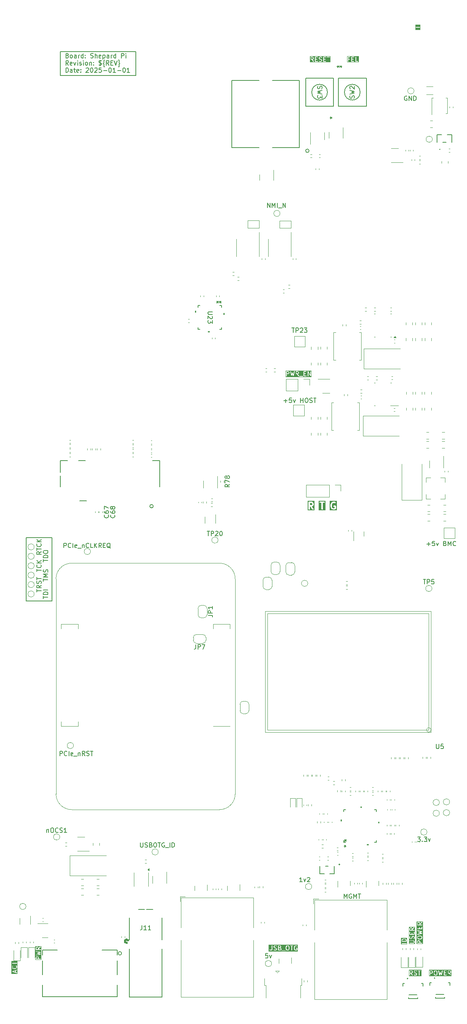
<source format=gbr>
%TF.GenerationSoftware,KiCad,Pcbnew,8.0.6*%
%TF.CreationDate,2025-01-01T18:14:05+00:00*%
%TF.ProjectId,srvant-mk2,73727661-6e74-42d6-9d6b-322e6b696361,rev?*%
%TF.SameCoordinates,Original*%
%TF.FileFunction,Legend,Top*%
%TF.FilePolarity,Positive*%
%FSLAX46Y46*%
G04 Gerber Fmt 4.6, Leading zero omitted, Abs format (unit mm)*
G04 Created by KiCad (PCBNEW 8.0.6) date 2025-01-01 18:14:05*
%MOMM*%
%LPD*%
G01*
G04 APERTURE LIST*
%ADD10C,0.150000*%
%ADD11C,0.300000*%
%ADD12C,0.120000*%
%ADD13C,0.152400*%
%ADD14C,0.508000*%
%ADD15C,0.127000*%
%ADD16C,0.200000*%
%ADD17C,0.000000*%
%ADD18C,0.100000*%
G04 APERTURE END LIST*
D10*
X-26206220Y-118233866D02*
X-25444316Y-118233866D01*
X-25825268Y-118614819D02*
X-25825268Y-117852914D01*
X-24491935Y-117614819D02*
X-24968125Y-117614819D01*
X-24968125Y-117614819D02*
X-25015744Y-118091009D01*
X-25015744Y-118091009D02*
X-24968125Y-118043390D01*
X-24968125Y-118043390D02*
X-24872887Y-117995771D01*
X-24872887Y-117995771D02*
X-24634792Y-117995771D01*
X-24634792Y-117995771D02*
X-24539554Y-118043390D01*
X-24539554Y-118043390D02*
X-24491935Y-118091009D01*
X-24491935Y-118091009D02*
X-24444316Y-118186247D01*
X-24444316Y-118186247D02*
X-24444316Y-118424342D01*
X-24444316Y-118424342D02*
X-24491935Y-118519580D01*
X-24491935Y-118519580D02*
X-24539554Y-118567200D01*
X-24539554Y-118567200D02*
X-24634792Y-118614819D01*
X-24634792Y-118614819D02*
X-24872887Y-118614819D01*
X-24872887Y-118614819D02*
X-24968125Y-118567200D01*
X-24968125Y-118567200D02*
X-25015744Y-118519580D01*
X-24110982Y-117948152D02*
X-23872887Y-118614819D01*
X-23872887Y-118614819D02*
X-23634792Y-117948152D01*
X-22158601Y-118091009D02*
X-22015744Y-118138628D01*
X-22015744Y-118138628D02*
X-21968125Y-118186247D01*
X-21968125Y-118186247D02*
X-21920506Y-118281485D01*
X-21920506Y-118281485D02*
X-21920506Y-118424342D01*
X-21920506Y-118424342D02*
X-21968125Y-118519580D01*
X-21968125Y-118519580D02*
X-22015744Y-118567200D01*
X-22015744Y-118567200D02*
X-22110982Y-118614819D01*
X-22110982Y-118614819D02*
X-22491934Y-118614819D01*
X-22491934Y-118614819D02*
X-22491934Y-117614819D01*
X-22491934Y-117614819D02*
X-22158601Y-117614819D01*
X-22158601Y-117614819D02*
X-22063363Y-117662438D01*
X-22063363Y-117662438D02*
X-22015744Y-117710057D01*
X-22015744Y-117710057D02*
X-21968125Y-117805295D01*
X-21968125Y-117805295D02*
X-21968125Y-117900533D01*
X-21968125Y-117900533D02*
X-22015744Y-117995771D01*
X-22015744Y-117995771D02*
X-22063363Y-118043390D01*
X-22063363Y-118043390D02*
X-22158601Y-118091009D01*
X-22158601Y-118091009D02*
X-22491934Y-118091009D01*
X-21491934Y-118614819D02*
X-21491934Y-117614819D01*
X-21491934Y-117614819D02*
X-21158601Y-118329104D01*
X-21158601Y-118329104D02*
X-20825268Y-117614819D01*
X-20825268Y-117614819D02*
X-20825268Y-118614819D01*
X-19777649Y-118519580D02*
X-19825268Y-118567200D01*
X-19825268Y-118567200D02*
X-19968125Y-118614819D01*
X-19968125Y-118614819D02*
X-20063363Y-118614819D01*
X-20063363Y-118614819D02*
X-20206220Y-118567200D01*
X-20206220Y-118567200D02*
X-20301458Y-118471961D01*
X-20301458Y-118471961D02*
X-20349077Y-118376723D01*
X-20349077Y-118376723D02*
X-20396696Y-118186247D01*
X-20396696Y-118186247D02*
X-20396696Y-118043390D01*
X-20396696Y-118043390D02*
X-20349077Y-117852914D01*
X-20349077Y-117852914D02*
X-20301458Y-117757676D01*
X-20301458Y-117757676D02*
X-20206220Y-117662438D01*
X-20206220Y-117662438D02*
X-20063363Y-117614819D01*
X-20063363Y-117614819D02*
X-19968125Y-117614819D01*
X-19968125Y-117614819D02*
X-19825268Y-117662438D01*
X-19825268Y-117662438D02*
X-19777649Y-117710057D01*
G36*
X-27672646Y-3483489D02*
G01*
X-28803890Y-3483489D01*
X-28803890Y-2903234D01*
X-28692779Y-2903234D01*
X-28692779Y-2932498D01*
X-28681580Y-2959534D01*
X-28660888Y-2980226D01*
X-28633852Y-2991425D01*
X-28619220Y-2992866D01*
X-28313268Y-2992866D01*
X-28313268Y-3298819D01*
X-28311827Y-3313451D01*
X-28300628Y-3340487D01*
X-28279936Y-3361179D01*
X-28252900Y-3372378D01*
X-28223636Y-3372378D01*
X-28196600Y-3361179D01*
X-28175908Y-3340487D01*
X-28164709Y-3313451D01*
X-28163268Y-3298819D01*
X-28163268Y-2992866D01*
X-27857316Y-2992866D01*
X-27842684Y-2991425D01*
X-27815648Y-2980226D01*
X-27794956Y-2959534D01*
X-27783757Y-2932498D01*
X-27783757Y-2903234D01*
X-27794956Y-2876198D01*
X-27815648Y-2855506D01*
X-27842684Y-2844307D01*
X-27857316Y-2842866D01*
X-28163268Y-2842866D01*
X-28163268Y-2536914D01*
X-28164709Y-2522282D01*
X-28175908Y-2495246D01*
X-28196600Y-2474554D01*
X-28223636Y-2463355D01*
X-28252900Y-2463355D01*
X-28279936Y-2474554D01*
X-28300628Y-2495246D01*
X-28311827Y-2522282D01*
X-28313268Y-2536914D01*
X-28313268Y-2842866D01*
X-28619220Y-2842866D01*
X-28633852Y-2844307D01*
X-28660888Y-2855506D01*
X-28681580Y-2876198D01*
X-28692779Y-2903234D01*
X-28803890Y-2903234D01*
X-28803890Y-2352244D01*
X-27672646Y-2352244D01*
X-27672646Y-3483489D01*
G37*
G36*
X-41436455Y-10723930D02*
G01*
X-44045331Y-10723930D01*
X-44045331Y-9537819D01*
X-43934220Y-9537819D01*
X-43934220Y-10537819D01*
X-43932779Y-10552451D01*
X-43921580Y-10579487D01*
X-43900888Y-10600179D01*
X-43873852Y-10611378D01*
X-43844588Y-10611378D01*
X-43817552Y-10600179D01*
X-43796860Y-10579487D01*
X-43785661Y-10552451D01*
X-43784220Y-10537819D01*
X-43784220Y-10089009D01*
X-43525887Y-10089009D01*
X-43511255Y-10087568D01*
X-43484219Y-10076369D01*
X-43463527Y-10055677D01*
X-43452328Y-10028641D01*
X-43452328Y-9999377D01*
X-43463527Y-9972341D01*
X-43484219Y-9951649D01*
X-43511255Y-9940450D01*
X-43525887Y-9939009D01*
X-43784220Y-9939009D01*
X-43784220Y-9612819D01*
X-43383030Y-9612819D01*
X-43368398Y-9611378D01*
X-43341362Y-9600179D01*
X-43320670Y-9579487D01*
X-43309471Y-9552451D01*
X-43309471Y-9537819D01*
X-43077077Y-9537819D01*
X-43077077Y-10537819D01*
X-43075636Y-10552451D01*
X-43064437Y-10579487D01*
X-43043745Y-10600179D01*
X-43016709Y-10611378D01*
X-43002077Y-10612819D01*
X-42525887Y-10612819D01*
X-42511255Y-10611378D01*
X-42484219Y-10600179D01*
X-42463527Y-10579487D01*
X-42452328Y-10552451D01*
X-42452328Y-10523187D01*
X-42463527Y-10496151D01*
X-42484219Y-10475459D01*
X-42511255Y-10464260D01*
X-42525887Y-10462819D01*
X-42927077Y-10462819D01*
X-42927077Y-10089009D01*
X-42668744Y-10089009D01*
X-42654112Y-10087568D01*
X-42627076Y-10076369D01*
X-42606384Y-10055677D01*
X-42595185Y-10028641D01*
X-42595185Y-9999377D01*
X-42606384Y-9972341D01*
X-42627076Y-9951649D01*
X-42654112Y-9940450D01*
X-42668744Y-9939009D01*
X-42927077Y-9939009D01*
X-42927077Y-9612819D01*
X-42525887Y-9612819D01*
X-42511255Y-9611378D01*
X-42484219Y-9600179D01*
X-42463527Y-9579487D01*
X-42452328Y-9552451D01*
X-42452328Y-9537819D01*
X-42172315Y-9537819D01*
X-42172315Y-10537819D01*
X-42170874Y-10552451D01*
X-42159675Y-10579487D01*
X-42138983Y-10600179D01*
X-42111947Y-10611378D01*
X-42097315Y-10612819D01*
X-41621125Y-10612819D01*
X-41606493Y-10611378D01*
X-41579457Y-10600179D01*
X-41558765Y-10579487D01*
X-41547566Y-10552451D01*
X-41547566Y-10523187D01*
X-41558765Y-10496151D01*
X-41579457Y-10475459D01*
X-41606493Y-10464260D01*
X-41621125Y-10462819D01*
X-42022315Y-10462819D01*
X-42022315Y-9537819D01*
X-42023756Y-9523187D01*
X-42034955Y-9496151D01*
X-42055647Y-9475459D01*
X-42082683Y-9464260D01*
X-42111947Y-9464260D01*
X-42138983Y-9475459D01*
X-42159675Y-9496151D01*
X-42170874Y-9523187D01*
X-42172315Y-9537819D01*
X-42452328Y-9537819D01*
X-42452328Y-9523187D01*
X-42463527Y-9496151D01*
X-42484219Y-9475459D01*
X-42511255Y-9464260D01*
X-42525887Y-9462819D01*
X-43002077Y-9462819D01*
X-43016709Y-9464260D01*
X-43043745Y-9475459D01*
X-43064437Y-9496151D01*
X-43075636Y-9523187D01*
X-43077077Y-9537819D01*
X-43309471Y-9537819D01*
X-43309471Y-9523187D01*
X-43320670Y-9496151D01*
X-43341362Y-9475459D01*
X-43368398Y-9464260D01*
X-43383030Y-9462819D01*
X-43859220Y-9462819D01*
X-43873852Y-9464260D01*
X-43900888Y-9475459D01*
X-43921580Y-9496151D01*
X-43932779Y-9523187D01*
X-43934220Y-9537819D01*
X-44045331Y-9537819D01*
X-44045331Y-9351708D01*
X-41436455Y-9351708D01*
X-41436455Y-10723930D01*
G37*
G36*
X-51682457Y-9647077D02*
G01*
X-51652050Y-9677484D01*
X-51617792Y-9746000D01*
X-51617792Y-9853447D01*
X-51652050Y-9921963D01*
X-51682457Y-9952370D01*
X-51750973Y-9986628D01*
X-52039220Y-9986628D01*
X-52039220Y-9612819D01*
X-51750973Y-9612819D01*
X-51682457Y-9647077D01*
G37*
G36*
X-47739074Y-10723930D02*
G01*
X-52300331Y-10723930D01*
X-52300331Y-9537819D01*
X-52189220Y-9537819D01*
X-52189220Y-10537819D01*
X-52187779Y-10552451D01*
X-52176580Y-10579487D01*
X-52155888Y-10600179D01*
X-52128852Y-10611378D01*
X-52099588Y-10611378D01*
X-52072552Y-10600179D01*
X-52051860Y-10579487D01*
X-52040661Y-10552451D01*
X-52039220Y-10537819D01*
X-52039220Y-10136628D01*
X-51915174Y-10136628D01*
X-51604234Y-10580829D01*
X-51594663Y-10591989D01*
X-51569984Y-10607716D01*
X-51541167Y-10612802D01*
X-51512596Y-10606472D01*
X-51488622Y-10589690D01*
X-51472895Y-10565012D01*
X-51467810Y-10536194D01*
X-51474139Y-10507623D01*
X-51481349Y-10494810D01*
X-51732152Y-10136518D01*
X-51718636Y-10135187D01*
X-51716146Y-10134155D01*
X-51713459Y-10133965D01*
X-51699727Y-10128710D01*
X-51604489Y-10081091D01*
X-51598189Y-10077126D01*
X-51596362Y-10076369D01*
X-51594305Y-10074680D01*
X-51592046Y-10073259D01*
X-51590746Y-10071760D01*
X-51584997Y-10067042D01*
X-51537378Y-10019423D01*
X-51532659Y-10013673D01*
X-51531161Y-10012374D01*
X-51529739Y-10010114D01*
X-51528051Y-10008058D01*
X-51527293Y-10006230D01*
X-51523329Y-9999931D01*
X-51475710Y-9904693D01*
X-51470455Y-9890962D01*
X-51470263Y-9888272D01*
X-51469233Y-9885784D01*
X-51467792Y-9871152D01*
X-51467792Y-9728295D01*
X-51469233Y-9713663D01*
X-51470263Y-9711174D01*
X-51470455Y-9708485D01*
X-51475710Y-9694754D01*
X-51523329Y-9599516D01*
X-51527293Y-9593216D01*
X-51528051Y-9591389D01*
X-51529739Y-9589332D01*
X-51531161Y-9587073D01*
X-51532659Y-9585773D01*
X-51537378Y-9580024D01*
X-51579583Y-9537819D01*
X-51189220Y-9537819D01*
X-51189220Y-10537819D01*
X-51187779Y-10552451D01*
X-51176580Y-10579487D01*
X-51155888Y-10600179D01*
X-51128852Y-10611378D01*
X-51114220Y-10612819D01*
X-50638030Y-10612819D01*
X-50623398Y-10611378D01*
X-50596362Y-10600179D01*
X-50575670Y-10579487D01*
X-50564471Y-10552451D01*
X-50564471Y-10523187D01*
X-50575670Y-10496151D01*
X-50596362Y-10475459D01*
X-50623398Y-10464260D01*
X-50638030Y-10462819D01*
X-51039220Y-10462819D01*
X-51039220Y-10089009D01*
X-50780887Y-10089009D01*
X-50766255Y-10087568D01*
X-50739219Y-10076369D01*
X-50718527Y-10055677D01*
X-50707328Y-10028641D01*
X-50707328Y-9999377D01*
X-50718527Y-9972341D01*
X-50739219Y-9951649D01*
X-50766255Y-9940450D01*
X-50780887Y-9939009D01*
X-51039220Y-9939009D01*
X-51039220Y-9728295D01*
X-50332077Y-9728295D01*
X-50332077Y-9823533D01*
X-50330636Y-9838165D01*
X-50329604Y-9840654D01*
X-50329414Y-9843342D01*
X-50324159Y-9857074D01*
X-50276540Y-9952312D01*
X-50272575Y-9958611D01*
X-50271818Y-9960439D01*
X-50270129Y-9962495D01*
X-50268708Y-9964755D01*
X-50267209Y-9966054D01*
X-50262491Y-9971804D01*
X-50214872Y-10019423D01*
X-50209122Y-10024141D01*
X-50207823Y-10025640D01*
X-50205563Y-10027061D01*
X-50203507Y-10028750D01*
X-50201679Y-10029507D01*
X-50195380Y-10033472D01*
X-50100142Y-10081091D01*
X-50099072Y-10081500D01*
X-50098637Y-10081823D01*
X-50092500Y-10084015D01*
X-50086411Y-10086346D01*
X-50085870Y-10086384D01*
X-50084791Y-10086770D01*
X-49902301Y-10132392D01*
X-49825314Y-10170886D01*
X-49794907Y-10201293D01*
X-49760649Y-10269809D01*
X-49760649Y-10329637D01*
X-49794907Y-10398153D01*
X-49825314Y-10428561D01*
X-49893830Y-10462819D01*
X-50102050Y-10462819D01*
X-50233360Y-10419049D01*
X-50247697Y-10415789D01*
X-50276887Y-10417864D01*
X-50303060Y-10430950D01*
X-50322234Y-10453057D01*
X-50331488Y-10480820D01*
X-50329413Y-10510010D01*
X-50316327Y-10536183D01*
X-50294220Y-10555357D01*
X-50280794Y-10561351D01*
X-50137938Y-10608970D01*
X-50130682Y-10610619D01*
X-50128852Y-10611378D01*
X-50126198Y-10611639D01*
X-50123601Y-10612230D01*
X-50121626Y-10612089D01*
X-50114220Y-10612819D01*
X-49876125Y-10612819D01*
X-49861493Y-10611378D01*
X-49859003Y-10610346D01*
X-49856316Y-10610156D01*
X-49842584Y-10604901D01*
X-49747346Y-10557282D01*
X-49741046Y-10553317D01*
X-49739219Y-10552560D01*
X-49737162Y-10550872D01*
X-49734903Y-10549450D01*
X-49733602Y-10547950D01*
X-49727853Y-10543232D01*
X-49680235Y-10495613D01*
X-49675516Y-10489863D01*
X-49674018Y-10488564D01*
X-49672596Y-10486305D01*
X-49670907Y-10484247D01*
X-49670149Y-10482417D01*
X-49666186Y-10476121D01*
X-49618567Y-10380883D01*
X-49613312Y-10367152D01*
X-49613120Y-10364462D01*
X-49612090Y-10361974D01*
X-49610649Y-10347342D01*
X-49610649Y-10252104D01*
X-49612090Y-10237472D01*
X-49613120Y-10234983D01*
X-49613312Y-10232294D01*
X-49618567Y-10218563D01*
X-49666186Y-10123325D01*
X-49670150Y-10117025D01*
X-49670908Y-10115198D01*
X-49672596Y-10113141D01*
X-49674018Y-10110882D01*
X-49675516Y-10109582D01*
X-49680235Y-10103833D01*
X-49727854Y-10056214D01*
X-49733603Y-10051495D01*
X-49734903Y-10049997D01*
X-49737162Y-10048575D01*
X-49739219Y-10046887D01*
X-49741046Y-10046129D01*
X-49747346Y-10042165D01*
X-49842584Y-9994546D01*
X-49843653Y-9994136D01*
X-49844089Y-9993814D01*
X-49850234Y-9991618D01*
X-49856316Y-9989291D01*
X-49856855Y-9989252D01*
X-49857935Y-9988867D01*
X-50040425Y-9943244D01*
X-50117412Y-9904751D01*
X-50147819Y-9874344D01*
X-50182077Y-9805828D01*
X-50182077Y-9746000D01*
X-50147819Y-9677484D01*
X-50117412Y-9647077D01*
X-50048896Y-9612819D01*
X-49840676Y-9612819D01*
X-49709367Y-9656589D01*
X-49695030Y-9659849D01*
X-49665840Y-9657774D01*
X-49639666Y-9644688D01*
X-49620492Y-9622580D01*
X-49611238Y-9594818D01*
X-49613313Y-9565628D01*
X-49626400Y-9539455D01*
X-49628286Y-9537819D01*
X-49332077Y-9537819D01*
X-49332077Y-10537819D01*
X-49330636Y-10552451D01*
X-49319437Y-10579487D01*
X-49298745Y-10600179D01*
X-49271709Y-10611378D01*
X-49257077Y-10612819D01*
X-48780887Y-10612819D01*
X-48766255Y-10611378D01*
X-48739219Y-10600179D01*
X-48718527Y-10579487D01*
X-48707328Y-10552451D01*
X-48707328Y-10523187D01*
X-48718527Y-10496151D01*
X-48739219Y-10475459D01*
X-48766255Y-10464260D01*
X-48780887Y-10462819D01*
X-49182077Y-10462819D01*
X-49182077Y-10089009D01*
X-48923744Y-10089009D01*
X-48909112Y-10087568D01*
X-48882076Y-10076369D01*
X-48861384Y-10055677D01*
X-48850185Y-10028641D01*
X-48850185Y-9999377D01*
X-48861384Y-9972341D01*
X-48882076Y-9951649D01*
X-48909112Y-9940450D01*
X-48923744Y-9939009D01*
X-49182077Y-9939009D01*
X-49182077Y-9612819D01*
X-48780887Y-9612819D01*
X-48766255Y-9611378D01*
X-48739219Y-9600179D01*
X-48718527Y-9579487D01*
X-48707328Y-9552451D01*
X-48707328Y-9523187D01*
X-48568731Y-9523187D01*
X-48568731Y-9552451D01*
X-48557532Y-9579487D01*
X-48536840Y-9600179D01*
X-48509804Y-9611378D01*
X-48495172Y-9612819D01*
X-48284458Y-9612819D01*
X-48284458Y-10537819D01*
X-48283017Y-10552451D01*
X-48271818Y-10579487D01*
X-48251126Y-10600179D01*
X-48224090Y-10611378D01*
X-48194826Y-10611378D01*
X-48167790Y-10600179D01*
X-48147098Y-10579487D01*
X-48135899Y-10552451D01*
X-48134458Y-10537819D01*
X-48134458Y-9612819D01*
X-47923744Y-9612819D01*
X-47909112Y-9611378D01*
X-47882076Y-9600179D01*
X-47861384Y-9579487D01*
X-47850185Y-9552451D01*
X-47850185Y-9523187D01*
X-47861384Y-9496151D01*
X-47882076Y-9475459D01*
X-47909112Y-9464260D01*
X-47923744Y-9462819D01*
X-48495172Y-9462819D01*
X-48509804Y-9464260D01*
X-48536840Y-9475459D01*
X-48557532Y-9496151D01*
X-48568731Y-9523187D01*
X-48707328Y-9523187D01*
X-48718527Y-9496151D01*
X-48739219Y-9475459D01*
X-48766255Y-9464260D01*
X-48780887Y-9462819D01*
X-49257077Y-9462819D01*
X-49271709Y-9464260D01*
X-49298745Y-9475459D01*
X-49319437Y-9496151D01*
X-49330636Y-9523187D01*
X-49332077Y-9537819D01*
X-49628286Y-9537819D01*
X-49648507Y-9520281D01*
X-49661932Y-9514287D01*
X-49804789Y-9466668D01*
X-49812042Y-9465018D01*
X-49813874Y-9464260D01*
X-49816528Y-9463998D01*
X-49819126Y-9463408D01*
X-49821100Y-9463548D01*
X-49828506Y-9462819D01*
X-50066601Y-9462819D01*
X-50081233Y-9464260D01*
X-50083721Y-9465290D01*
X-50086411Y-9465482D01*
X-50100142Y-9470737D01*
X-50195380Y-9518356D01*
X-50201679Y-9522320D01*
X-50203507Y-9523078D01*
X-50205563Y-9524766D01*
X-50207823Y-9526188D01*
X-50209122Y-9527686D01*
X-50214872Y-9532405D01*
X-50262491Y-9580024D01*
X-50267209Y-9585773D01*
X-50268708Y-9587073D01*
X-50270129Y-9589332D01*
X-50271818Y-9591389D01*
X-50272575Y-9593216D01*
X-50276540Y-9599516D01*
X-50324159Y-9694754D01*
X-50329414Y-9708486D01*
X-50329604Y-9711173D01*
X-50330636Y-9713663D01*
X-50332077Y-9728295D01*
X-51039220Y-9728295D01*
X-51039220Y-9612819D01*
X-50638030Y-9612819D01*
X-50623398Y-9611378D01*
X-50596362Y-9600179D01*
X-50575670Y-9579487D01*
X-50564471Y-9552451D01*
X-50564471Y-9523187D01*
X-50575670Y-9496151D01*
X-50596362Y-9475459D01*
X-50623398Y-9464260D01*
X-50638030Y-9462819D01*
X-51114220Y-9462819D01*
X-51128852Y-9464260D01*
X-51155888Y-9475459D01*
X-51176580Y-9496151D01*
X-51187779Y-9523187D01*
X-51189220Y-9537819D01*
X-51579583Y-9537819D01*
X-51584997Y-9532405D01*
X-51590746Y-9527686D01*
X-51592046Y-9526188D01*
X-51594305Y-9524766D01*
X-51596362Y-9523078D01*
X-51598189Y-9522320D01*
X-51604489Y-9518356D01*
X-51699727Y-9470737D01*
X-51713459Y-9465482D01*
X-51716146Y-9465291D01*
X-51718636Y-9464260D01*
X-51733268Y-9462819D01*
X-52114220Y-9462819D01*
X-52128852Y-9464260D01*
X-52155888Y-9475459D01*
X-52176580Y-9496151D01*
X-52187779Y-9523187D01*
X-52189220Y-9537819D01*
X-52300331Y-9537819D01*
X-52300331Y-9351708D01*
X-47739074Y-9351708D01*
X-47739074Y-10723930D01*
G37*
G36*
X-27924036Y-206846050D02*
G01*
X-27893629Y-206876457D01*
X-27859371Y-206944973D01*
X-27859371Y-207233220D01*
X-28233180Y-207233220D01*
X-28233180Y-206944973D01*
X-28198922Y-206876457D01*
X-28168515Y-206846050D01*
X-28099999Y-206811792D01*
X-27992552Y-206811792D01*
X-27924036Y-206846050D01*
G37*
G36*
X-27489381Y-205804514D02*
G01*
X-27417439Y-205876456D01*
X-27383180Y-205944974D01*
X-27383180Y-206100037D01*
X-27417439Y-206168555D01*
X-27489381Y-206240497D01*
X-27650748Y-206280839D01*
X-27965613Y-206280839D01*
X-28126979Y-206240497D01*
X-28198922Y-206168555D01*
X-28233180Y-206100039D01*
X-28233180Y-205944973D01*
X-28198922Y-205876457D01*
X-28126979Y-205804514D01*
X-27965613Y-205764173D01*
X-27650748Y-205764173D01*
X-27489381Y-205804514D01*
G37*
G36*
X-27924036Y-202750812D02*
G01*
X-27893629Y-202781219D01*
X-27859371Y-202849735D01*
X-27859371Y-203137982D01*
X-28233180Y-203137982D01*
X-28233180Y-202849735D01*
X-28198922Y-202781219D01*
X-28168515Y-202750812D01*
X-28099999Y-202716554D01*
X-27992552Y-202716554D01*
X-27924036Y-202750812D01*
G37*
G36*
X-27122069Y-207494331D02*
G01*
X-28494291Y-207494331D01*
X-28494291Y-206927268D01*
X-28383180Y-206927268D01*
X-28383180Y-207308220D01*
X-28381739Y-207322852D01*
X-28370540Y-207349888D01*
X-28349848Y-207370580D01*
X-28322812Y-207381779D01*
X-28308180Y-207383220D01*
X-27308180Y-207383220D01*
X-27293548Y-207381779D01*
X-27266512Y-207370580D01*
X-27245820Y-207349888D01*
X-27234621Y-207322852D01*
X-27234621Y-207293588D01*
X-27245820Y-207266552D01*
X-27266512Y-207245860D01*
X-27293548Y-207234661D01*
X-27308180Y-207233220D01*
X-27709371Y-207233220D01*
X-27709371Y-206927268D01*
X-27710812Y-206912636D01*
X-27711842Y-206910147D01*
X-27712034Y-206907458D01*
X-27717289Y-206893727D01*
X-27764908Y-206798489D01*
X-27768872Y-206792189D01*
X-27769630Y-206790362D01*
X-27771318Y-206788305D01*
X-27772740Y-206786046D01*
X-27774238Y-206784746D01*
X-27778957Y-206778997D01*
X-27826576Y-206731378D01*
X-27832325Y-206726659D01*
X-27833625Y-206725161D01*
X-27835884Y-206723739D01*
X-27837941Y-206722051D01*
X-27839768Y-206721293D01*
X-27846068Y-206717329D01*
X-27941306Y-206669710D01*
X-27955038Y-206664455D01*
X-27957725Y-206664264D01*
X-27960215Y-206663233D01*
X-27974847Y-206661792D01*
X-28117704Y-206661792D01*
X-28132336Y-206663233D01*
X-28134824Y-206664263D01*
X-28137514Y-206664455D01*
X-28151245Y-206669710D01*
X-28246483Y-206717329D01*
X-28252782Y-206721293D01*
X-28254610Y-206722051D01*
X-28256666Y-206723739D01*
X-28258926Y-206725161D01*
X-28260225Y-206726659D01*
X-28265975Y-206731378D01*
X-28313594Y-206778997D01*
X-28318312Y-206784746D01*
X-28319811Y-206786046D01*
X-28321232Y-206788305D01*
X-28322921Y-206790362D01*
X-28323678Y-206792189D01*
X-28327643Y-206798489D01*
X-28375262Y-206893727D01*
X-28380517Y-206907459D01*
X-28380707Y-206910146D01*
X-28381739Y-206912636D01*
X-28383180Y-206927268D01*
X-28494291Y-206927268D01*
X-28494291Y-205927268D01*
X-28383180Y-205927268D01*
X-28383180Y-206117744D01*
X-28381739Y-206132376D01*
X-28380707Y-206134865D01*
X-28380517Y-206137553D01*
X-28375262Y-206151285D01*
X-28327643Y-206246523D01*
X-28323678Y-206252822D01*
X-28322921Y-206254650D01*
X-28321232Y-206256706D01*
X-28319811Y-206258966D01*
X-28318312Y-206260265D01*
X-28313594Y-206266015D01*
X-28218356Y-206361253D01*
X-28206991Y-206370581D01*
X-28201837Y-206372715D01*
X-28197359Y-206376034D01*
X-28183513Y-206380981D01*
X-27993037Y-206428600D01*
X-27990500Y-206428975D01*
X-27989479Y-206429398D01*
X-27983966Y-206429940D01*
X-27978493Y-206430750D01*
X-27977400Y-206430587D01*
X-27974847Y-206430839D01*
X-27641514Y-206430839D01*
X-27638960Y-206430587D01*
X-27637868Y-206430750D01*
X-27632394Y-206429940D01*
X-27626882Y-206429398D01*
X-27625860Y-206428975D01*
X-27623324Y-206428600D01*
X-27432848Y-206380981D01*
X-27419002Y-206376034D01*
X-27414520Y-206372713D01*
X-27409370Y-206370580D01*
X-27398005Y-206361253D01*
X-27302767Y-206266015D01*
X-27298044Y-206260261D01*
X-27296551Y-206258966D01*
X-27295133Y-206256714D01*
X-27293439Y-206254650D01*
X-27292679Y-206252816D01*
X-27288718Y-206246524D01*
X-27241098Y-206151285D01*
X-27235843Y-206137554D01*
X-27235651Y-206134864D01*
X-27234621Y-206132376D01*
X-27233180Y-206117744D01*
X-27233180Y-205927268D01*
X-27234621Y-205912636D01*
X-27235651Y-205910147D01*
X-27235843Y-205907458D01*
X-27241098Y-205893727D01*
X-27288718Y-205798488D01*
X-27292679Y-205792195D01*
X-27293439Y-205790362D01*
X-27295133Y-205788297D01*
X-27296551Y-205786046D01*
X-27298044Y-205784750D01*
X-27302767Y-205778997D01*
X-27398005Y-205683759D01*
X-27409370Y-205674432D01*
X-27414520Y-205672298D01*
X-27419002Y-205668978D01*
X-27432848Y-205664031D01*
X-27623324Y-205616412D01*
X-27625860Y-205616036D01*
X-27626882Y-205615614D01*
X-27632394Y-205615071D01*
X-27637868Y-205614262D01*
X-27638960Y-205614424D01*
X-27641514Y-205614173D01*
X-27974847Y-205614173D01*
X-27977400Y-205614424D01*
X-27978493Y-205614262D01*
X-27983966Y-205615071D01*
X-27989479Y-205615614D01*
X-27990500Y-205616036D01*
X-27993037Y-205616412D01*
X-28183513Y-205664031D01*
X-28197359Y-205668978D01*
X-28201837Y-205672296D01*
X-28206991Y-205674431D01*
X-28218356Y-205683759D01*
X-28313594Y-205778997D01*
X-28318312Y-205784746D01*
X-28319811Y-205786046D01*
X-28321232Y-205788305D01*
X-28322921Y-205790362D01*
X-28323678Y-205792189D01*
X-28327643Y-205798489D01*
X-28375262Y-205893727D01*
X-28380517Y-205907459D01*
X-28380707Y-205910146D01*
X-28381739Y-205912636D01*
X-28383180Y-205927268D01*
X-28494291Y-205927268D01*
X-28494291Y-204495893D01*
X-28383128Y-204495893D01*
X-28378495Y-204524788D01*
X-28363159Y-204549710D01*
X-28339452Y-204566867D01*
X-28325552Y-204571657D01*
X-27614695Y-204740908D01*
X-28041791Y-204854800D01*
X-28045218Y-204856085D01*
X-28046659Y-204856277D01*
X-28048369Y-204857267D01*
X-28055557Y-204859963D01*
X-28063416Y-204865978D01*
X-28071984Y-204870939D01*
X-28074937Y-204874796D01*
X-28078795Y-204877750D01*
X-28083755Y-204886317D01*
X-28089771Y-204894177D01*
X-28091022Y-204898869D01*
X-28093457Y-204903075D01*
X-28094761Y-204912890D01*
X-28097311Y-204922453D01*
X-28096671Y-204927268D01*
X-28097311Y-204932083D01*
X-28094761Y-204941645D01*
X-28093457Y-204951461D01*
X-28091022Y-204955666D01*
X-28089771Y-204960359D01*
X-28083755Y-204968218D01*
X-28078795Y-204976786D01*
X-28074937Y-204979739D01*
X-28071984Y-204983597D01*
X-28063416Y-204988557D01*
X-28055557Y-204994573D01*
X-28048369Y-204997268D01*
X-28046659Y-204998259D01*
X-28045218Y-204998450D01*
X-28041791Y-204999736D01*
X-27614695Y-205113627D01*
X-28325552Y-205282879D01*
X-28339452Y-205287669D01*
X-28363159Y-205304826D01*
X-28378495Y-205329748D01*
X-28383128Y-205358643D01*
X-28376350Y-205387111D01*
X-28359193Y-205410818D01*
X-28334271Y-205426154D01*
X-28305376Y-205430787D01*
X-28290808Y-205428799D01*
X-27290808Y-205190704D01*
X-27285789Y-205188974D01*
X-27283986Y-205188735D01*
X-27282356Y-205187791D01*
X-27276908Y-205185914D01*
X-27268084Y-205179528D01*
X-27258662Y-205174073D01*
X-27256321Y-205171015D01*
X-27253201Y-205168757D01*
X-27247495Y-205159485D01*
X-27240874Y-205150835D01*
X-27239880Y-205147111D01*
X-27237865Y-205143835D01*
X-27236142Y-205133091D01*
X-27233334Y-205122560D01*
X-27233841Y-205118741D01*
X-27233232Y-205114940D01*
X-27235754Y-205104344D01*
X-27237189Y-205093551D01*
X-27239117Y-205090219D01*
X-27240010Y-205086472D01*
X-27246396Y-205077647D01*
X-27251851Y-205068226D01*
X-27254908Y-205065885D01*
X-27257167Y-205062765D01*
X-27266439Y-205057059D01*
X-27275088Y-205050439D01*
X-27280489Y-205048413D01*
X-27282089Y-205047429D01*
X-27283879Y-205047141D01*
X-27288855Y-205045276D01*
X-27731385Y-204927268D01*
X-27288855Y-204809260D01*
X-27283879Y-204807394D01*
X-27282089Y-204807107D01*
X-27280489Y-204806122D01*
X-27275088Y-204804097D01*
X-27266439Y-204797476D01*
X-27257167Y-204791771D01*
X-27254908Y-204788650D01*
X-27251851Y-204786310D01*
X-27246396Y-204776888D01*
X-27240010Y-204768064D01*
X-27239117Y-204764316D01*
X-27237189Y-204760985D01*
X-27235754Y-204750191D01*
X-27233232Y-204739596D01*
X-27233841Y-204735794D01*
X-27233334Y-204731976D01*
X-27236142Y-204721444D01*
X-27237865Y-204710701D01*
X-27239880Y-204707424D01*
X-27240874Y-204703701D01*
X-27247495Y-204695050D01*
X-27253201Y-204685779D01*
X-27256321Y-204683520D01*
X-27258662Y-204680463D01*
X-27268084Y-204675007D01*
X-27276908Y-204668622D01*
X-27282356Y-204666744D01*
X-27283986Y-204665801D01*
X-27285789Y-204665561D01*
X-27290808Y-204663832D01*
X-28290808Y-204425737D01*
X-28305376Y-204423749D01*
X-28334271Y-204428382D01*
X-28359193Y-204443718D01*
X-28376350Y-204467425D01*
X-28383128Y-204495893D01*
X-28494291Y-204495893D01*
X-28494291Y-203641554D01*
X-28383180Y-203641554D01*
X-28383180Y-204117744D01*
X-28381739Y-204132376D01*
X-28370540Y-204159412D01*
X-28349848Y-204180104D01*
X-28322812Y-204191303D01*
X-28308180Y-204192744D01*
X-27308180Y-204192744D01*
X-27293548Y-204191303D01*
X-27266512Y-204180104D01*
X-27245820Y-204159412D01*
X-27234621Y-204132376D01*
X-27233180Y-204117744D01*
X-27233180Y-203641554D01*
X-27234621Y-203626922D01*
X-27245820Y-203599886D01*
X-27266512Y-203579194D01*
X-27293548Y-203567995D01*
X-27322812Y-203567995D01*
X-27349848Y-203579194D01*
X-27370540Y-203599886D01*
X-27381739Y-203626922D01*
X-27383180Y-203641554D01*
X-27383180Y-204042744D01*
X-27756990Y-204042744D01*
X-27756990Y-203784411D01*
X-27758431Y-203769779D01*
X-27769630Y-203742743D01*
X-27790322Y-203722051D01*
X-27817358Y-203710852D01*
X-27846622Y-203710852D01*
X-27873658Y-203722051D01*
X-27894350Y-203742743D01*
X-27905549Y-203769779D01*
X-27906990Y-203784411D01*
X-27906990Y-204042744D01*
X-28233180Y-204042744D01*
X-28233180Y-203641554D01*
X-28234621Y-203626922D01*
X-28245820Y-203599886D01*
X-28266512Y-203579194D01*
X-28293548Y-203567995D01*
X-28322812Y-203567995D01*
X-28349848Y-203579194D01*
X-28370540Y-203599886D01*
X-28381739Y-203626922D01*
X-28383180Y-203641554D01*
X-28494291Y-203641554D01*
X-28494291Y-202832030D01*
X-28383180Y-202832030D01*
X-28383180Y-203212982D01*
X-28381739Y-203227614D01*
X-28370540Y-203254650D01*
X-28349848Y-203275342D01*
X-28322812Y-203286541D01*
X-28308180Y-203287982D01*
X-27308180Y-203287982D01*
X-27293548Y-203286541D01*
X-27266512Y-203275342D01*
X-27245820Y-203254650D01*
X-27234621Y-203227614D01*
X-27234621Y-203198350D01*
X-27245820Y-203171314D01*
X-27266512Y-203150622D01*
X-27293548Y-203139423D01*
X-27308180Y-203137982D01*
X-27709371Y-203137982D01*
X-27709371Y-203013936D01*
X-27265170Y-202702996D01*
X-27254010Y-202693425D01*
X-27238283Y-202668746D01*
X-27233197Y-202639929D01*
X-27239527Y-202611358D01*
X-27256309Y-202587384D01*
X-27280987Y-202571657D01*
X-27309805Y-202566572D01*
X-27338376Y-202572901D01*
X-27351189Y-202580111D01*
X-27709480Y-202830914D01*
X-27710812Y-202817398D01*
X-27711842Y-202814909D01*
X-27712034Y-202812220D01*
X-27717289Y-202798489D01*
X-27764908Y-202703251D01*
X-27768872Y-202696951D01*
X-27769630Y-202695124D01*
X-27771318Y-202693067D01*
X-27772740Y-202690808D01*
X-27774238Y-202689508D01*
X-27778957Y-202683759D01*
X-27826576Y-202636140D01*
X-27832325Y-202631421D01*
X-27833625Y-202629923D01*
X-27835884Y-202628501D01*
X-27837941Y-202626813D01*
X-27839768Y-202626055D01*
X-27846068Y-202622091D01*
X-27941306Y-202574472D01*
X-27955038Y-202569217D01*
X-27957725Y-202569026D01*
X-27960215Y-202567995D01*
X-27974847Y-202566554D01*
X-28117704Y-202566554D01*
X-28132336Y-202567995D01*
X-28134824Y-202569025D01*
X-28137514Y-202569217D01*
X-28151245Y-202574472D01*
X-28246483Y-202622091D01*
X-28252782Y-202626055D01*
X-28254610Y-202626813D01*
X-28256666Y-202628501D01*
X-28258926Y-202629923D01*
X-28260225Y-202631421D01*
X-28265975Y-202636140D01*
X-28313594Y-202683759D01*
X-28318312Y-202689508D01*
X-28319811Y-202690808D01*
X-28321232Y-202693067D01*
X-28322921Y-202695124D01*
X-28323678Y-202696951D01*
X-28327643Y-202703251D01*
X-28375262Y-202798489D01*
X-28380517Y-202812221D01*
X-28380707Y-202814908D01*
X-28381739Y-202817398D01*
X-28383180Y-202832030D01*
X-28494291Y-202832030D01*
X-28494291Y-202455443D01*
X-27122069Y-202455443D01*
X-27122069Y-207494331D01*
G37*
X-107998000Y-8382000D02*
X-91138000Y-8382000D01*
X-91138000Y-13702000D01*
X-107998000Y-13702000D01*
X-107998000Y-8382000D01*
X-115654000Y-116772000D02*
X-109854000Y-116772000D01*
X-109854000Y-130972000D01*
X-115654000Y-130972000D01*
X-115654000Y-116772000D01*
D11*
G36*
X-48848847Y-110714613D02*
G01*
X-50333559Y-110714613D01*
X-50333559Y-108871564D01*
X-50166892Y-108871564D01*
X-50166892Y-108930092D01*
X-50144494Y-108984164D01*
X-50103110Y-109025548D01*
X-50049038Y-109047946D01*
X-50019774Y-109050828D01*
X-49741203Y-109050828D01*
X-49741203Y-110400828D01*
X-49738321Y-110430092D01*
X-49715923Y-110484164D01*
X-49674539Y-110525548D01*
X-49620467Y-110547946D01*
X-49561939Y-110547946D01*
X-49507867Y-110525548D01*
X-49466483Y-110484164D01*
X-49444085Y-110430092D01*
X-49441203Y-110400828D01*
X-49441203Y-109050828D01*
X-49162632Y-109050828D01*
X-49133368Y-109047946D01*
X-49079296Y-109025548D01*
X-49037912Y-108984164D01*
X-49015514Y-108930092D01*
X-49015514Y-108871564D01*
X-49037912Y-108817492D01*
X-49079296Y-108776108D01*
X-49133368Y-108753710D01*
X-49162632Y-108750828D01*
X-50019774Y-108750828D01*
X-50049038Y-108753710D01*
X-50103110Y-108776108D01*
X-50144494Y-108817492D01*
X-50166892Y-108871564D01*
X-50333559Y-108871564D01*
X-50333559Y-108584161D01*
X-48848847Y-108584161D01*
X-48848847Y-110714613D01*
G37*
G36*
X-51880055Y-109112535D02*
G01*
X-51843051Y-109149539D01*
X-51798346Y-109238951D01*
X-51798346Y-109382418D01*
X-51843052Y-109471831D01*
X-51880057Y-109508836D01*
X-51969470Y-109553542D01*
X-52355489Y-109553542D01*
X-52355489Y-109067828D01*
X-51969470Y-109067828D01*
X-51880055Y-109112535D01*
G37*
G36*
X-51331679Y-110734460D02*
G01*
X-52822156Y-110734460D01*
X-52822156Y-108917828D01*
X-52655489Y-108917828D01*
X-52655489Y-110417828D01*
X-52652607Y-110447092D01*
X-52630209Y-110501164D01*
X-52588825Y-110542548D01*
X-52534753Y-110564946D01*
X-52476225Y-110564946D01*
X-52422153Y-110542548D01*
X-52380769Y-110501164D01*
X-52358371Y-110447092D01*
X-52355489Y-110417828D01*
X-52355489Y-109853542D01*
X-52226444Y-109853542D01*
X-51771231Y-110503847D01*
X-51752088Y-110526169D01*
X-51702731Y-110557622D01*
X-51645095Y-110567793D01*
X-51587953Y-110555134D01*
X-51540005Y-110521570D01*
X-51508552Y-110472213D01*
X-51498381Y-110414577D01*
X-51511040Y-110357435D01*
X-51525461Y-110331809D01*
X-51870412Y-109839020D01*
X-51866978Y-109837706D01*
X-51724121Y-109766278D01*
X-51711527Y-109758350D01*
X-51707868Y-109756835D01*
X-51703748Y-109753453D01*
X-51699235Y-109750613D01*
X-51696638Y-109747619D01*
X-51685137Y-109738180D01*
X-51613708Y-109666751D01*
X-51604266Y-109655246D01*
X-51601275Y-109652652D01*
X-51598436Y-109648142D01*
X-51595053Y-109644020D01*
X-51593536Y-109640358D01*
X-51585610Y-109627767D01*
X-51514182Y-109484909D01*
X-51503672Y-109457446D01*
X-51503290Y-109452070D01*
X-51501228Y-109447092D01*
X-51498346Y-109417828D01*
X-51498346Y-109203542D01*
X-51501228Y-109174278D01*
X-51503290Y-109169299D01*
X-51503672Y-109163924D01*
X-51514182Y-109136461D01*
X-51585610Y-108993603D01*
X-51593538Y-108981008D01*
X-51595054Y-108977349D01*
X-51598435Y-108973228D01*
X-51601275Y-108968718D01*
X-51604266Y-108966123D01*
X-51613709Y-108954618D01*
X-51685138Y-108883190D01*
X-51696637Y-108873752D01*
X-51699235Y-108870758D01*
X-51703751Y-108867915D01*
X-51707869Y-108864536D01*
X-51711525Y-108863021D01*
X-51724121Y-108855093D01*
X-51866978Y-108783664D01*
X-51894441Y-108773155D01*
X-51899815Y-108772773D01*
X-51904796Y-108770710D01*
X-51934060Y-108767828D01*
X-52505489Y-108767828D01*
X-52534753Y-108770710D01*
X-52588825Y-108793108D01*
X-52630209Y-108834492D01*
X-52652607Y-108888564D01*
X-52655489Y-108917828D01*
X-52822156Y-108917828D01*
X-52822156Y-108601161D01*
X-51331679Y-108601161D01*
X-51331679Y-110734460D01*
G37*
G36*
X-46331679Y-110734495D02*
G01*
X-47893584Y-110734495D01*
X-47893584Y-109560685D01*
X-47726917Y-109560685D01*
X-47726917Y-109774971D01*
X-47726414Y-109780074D01*
X-47726740Y-109782262D01*
X-47725120Y-109793212D01*
X-47724035Y-109804235D01*
X-47723187Y-109806279D01*
X-47722438Y-109811351D01*
X-47651010Y-110097065D01*
X-47650238Y-110099223D01*
X-47650162Y-110100304D01*
X-47645503Y-110112478D01*
X-47641117Y-110124756D01*
X-47640472Y-110125626D01*
X-47639653Y-110127767D01*
X-47568224Y-110270624D01*
X-47560296Y-110283217D01*
X-47558781Y-110286877D01*
X-47555399Y-110290996D01*
X-47552559Y-110295510D01*
X-47549565Y-110298106D01*
X-47540126Y-110309608D01*
X-47397269Y-110452466D01*
X-47374539Y-110471121D01*
X-47369559Y-110473183D01*
X-47365488Y-110476715D01*
X-47338637Y-110488703D01*
X-47124351Y-110560131D01*
X-47109838Y-110563430D01*
X-47106181Y-110564946D01*
X-47100878Y-110565468D01*
X-47095677Y-110566651D01*
X-47091722Y-110566369D01*
X-47076917Y-110567828D01*
X-46934060Y-110567828D01*
X-46919254Y-110566369D01*
X-46915300Y-110566651D01*
X-46910098Y-110565468D01*
X-46904796Y-110564946D01*
X-46901138Y-110563430D01*
X-46886626Y-110560131D01*
X-46672340Y-110488703D01*
X-46645489Y-110476715D01*
X-46641415Y-110473181D01*
X-46636438Y-110471120D01*
X-46613707Y-110452465D01*
X-46542279Y-110381036D01*
X-46523625Y-110358306D01*
X-46503454Y-110309608D01*
X-46501228Y-110304235D01*
X-46498346Y-110274971D01*
X-46498346Y-109774971D01*
X-46501228Y-109745707D01*
X-46523626Y-109691635D01*
X-46565010Y-109650251D01*
X-46619082Y-109627853D01*
X-46648346Y-109624971D01*
X-46934060Y-109624971D01*
X-46963324Y-109627853D01*
X-47017396Y-109650251D01*
X-47058780Y-109691635D01*
X-47081178Y-109745707D01*
X-47081178Y-109804235D01*
X-47058780Y-109858307D01*
X-47017396Y-109899691D01*
X-46963324Y-109922089D01*
X-46934060Y-109924971D01*
X-46798346Y-109924971D01*
X-46798346Y-110212839D01*
X-46800800Y-110215294D01*
X-46958403Y-110267828D01*
X-47052574Y-110267828D01*
X-47210176Y-110215294D01*
X-47310781Y-110114688D01*
X-47363962Y-110008328D01*
X-47426917Y-109756507D01*
X-47426917Y-109579148D01*
X-47363962Y-109327327D01*
X-47310781Y-109220967D01*
X-47210175Y-109120361D01*
X-47052574Y-109067828D01*
X-46898042Y-109067828D01*
X-46786856Y-109123421D01*
X-46759393Y-109133931D01*
X-46701013Y-109138079D01*
X-46645490Y-109119571D01*
X-46601275Y-109081225D01*
X-46575100Y-109028876D01*
X-46570952Y-108970495D01*
X-46589460Y-108914973D01*
X-46627806Y-108870758D01*
X-46652692Y-108855093D01*
X-46795550Y-108783664D01*
X-46823013Y-108773154D01*
X-46828390Y-108772771D01*
X-46833368Y-108770710D01*
X-46862632Y-108767828D01*
X-47076917Y-108767828D01*
X-47091728Y-108769286D01*
X-47095678Y-108769006D01*
X-47100872Y-108770187D01*
X-47106181Y-108770710D01*
X-47109842Y-108772226D01*
X-47124352Y-108775526D01*
X-47338637Y-108846955D01*
X-47365488Y-108858943D01*
X-47369557Y-108862472D01*
X-47374539Y-108864536D01*
X-47397269Y-108883191D01*
X-47540126Y-109026048D01*
X-47549565Y-109037549D01*
X-47552559Y-109040146D01*
X-47555399Y-109044659D01*
X-47558781Y-109048779D01*
X-47560296Y-109052438D01*
X-47568224Y-109065032D01*
X-47639653Y-109207889D01*
X-47640472Y-109210029D01*
X-47641117Y-109210900D01*
X-47645503Y-109223177D01*
X-47650162Y-109235352D01*
X-47650238Y-109236432D01*
X-47651010Y-109238591D01*
X-47722438Y-109524305D01*
X-47723187Y-109529376D01*
X-47724035Y-109531421D01*
X-47725120Y-109542443D01*
X-47726740Y-109553394D01*
X-47726414Y-109555581D01*
X-47726917Y-109560685D01*
X-47893584Y-109560685D01*
X-47893584Y-108601161D01*
X-46331679Y-108601161D01*
X-46331679Y-110734495D01*
G37*
D10*
X-106457887Y-9218121D02*
X-106315030Y-9265740D01*
X-106315030Y-9265740D02*
X-106267411Y-9313359D01*
X-106267411Y-9313359D02*
X-106219792Y-9408597D01*
X-106219792Y-9408597D02*
X-106219792Y-9551454D01*
X-106219792Y-9551454D02*
X-106267411Y-9646692D01*
X-106267411Y-9646692D02*
X-106315030Y-9694312D01*
X-106315030Y-9694312D02*
X-106410268Y-9741931D01*
X-106410268Y-9741931D02*
X-106791220Y-9741931D01*
X-106791220Y-9741931D02*
X-106791220Y-8741931D01*
X-106791220Y-8741931D02*
X-106457887Y-8741931D01*
X-106457887Y-8741931D02*
X-106362649Y-8789550D01*
X-106362649Y-8789550D02*
X-106315030Y-8837169D01*
X-106315030Y-8837169D02*
X-106267411Y-8932407D01*
X-106267411Y-8932407D02*
X-106267411Y-9027645D01*
X-106267411Y-9027645D02*
X-106315030Y-9122883D01*
X-106315030Y-9122883D02*
X-106362649Y-9170502D01*
X-106362649Y-9170502D02*
X-106457887Y-9218121D01*
X-106457887Y-9218121D02*
X-106791220Y-9218121D01*
X-105648363Y-9741931D02*
X-105743601Y-9694312D01*
X-105743601Y-9694312D02*
X-105791220Y-9646692D01*
X-105791220Y-9646692D02*
X-105838839Y-9551454D01*
X-105838839Y-9551454D02*
X-105838839Y-9265740D01*
X-105838839Y-9265740D02*
X-105791220Y-9170502D01*
X-105791220Y-9170502D02*
X-105743601Y-9122883D01*
X-105743601Y-9122883D02*
X-105648363Y-9075264D01*
X-105648363Y-9075264D02*
X-105505506Y-9075264D01*
X-105505506Y-9075264D02*
X-105410268Y-9122883D01*
X-105410268Y-9122883D02*
X-105362649Y-9170502D01*
X-105362649Y-9170502D02*
X-105315030Y-9265740D01*
X-105315030Y-9265740D02*
X-105315030Y-9551454D01*
X-105315030Y-9551454D02*
X-105362649Y-9646692D01*
X-105362649Y-9646692D02*
X-105410268Y-9694312D01*
X-105410268Y-9694312D02*
X-105505506Y-9741931D01*
X-105505506Y-9741931D02*
X-105648363Y-9741931D01*
X-104457887Y-9741931D02*
X-104457887Y-9218121D01*
X-104457887Y-9218121D02*
X-104505506Y-9122883D01*
X-104505506Y-9122883D02*
X-104600744Y-9075264D01*
X-104600744Y-9075264D02*
X-104791220Y-9075264D01*
X-104791220Y-9075264D02*
X-104886458Y-9122883D01*
X-104457887Y-9694312D02*
X-104553125Y-9741931D01*
X-104553125Y-9741931D02*
X-104791220Y-9741931D01*
X-104791220Y-9741931D02*
X-104886458Y-9694312D01*
X-104886458Y-9694312D02*
X-104934077Y-9599073D01*
X-104934077Y-9599073D02*
X-104934077Y-9503835D01*
X-104934077Y-9503835D02*
X-104886458Y-9408597D01*
X-104886458Y-9408597D02*
X-104791220Y-9360978D01*
X-104791220Y-9360978D02*
X-104553125Y-9360978D01*
X-104553125Y-9360978D02*
X-104457887Y-9313359D01*
X-103981696Y-9741931D02*
X-103981696Y-9075264D01*
X-103981696Y-9265740D02*
X-103934077Y-9170502D01*
X-103934077Y-9170502D02*
X-103886458Y-9122883D01*
X-103886458Y-9122883D02*
X-103791220Y-9075264D01*
X-103791220Y-9075264D02*
X-103695982Y-9075264D01*
X-102934077Y-9741931D02*
X-102934077Y-8741931D01*
X-102934077Y-9694312D02*
X-103029315Y-9741931D01*
X-103029315Y-9741931D02*
X-103219791Y-9741931D01*
X-103219791Y-9741931D02*
X-103315029Y-9694312D01*
X-103315029Y-9694312D02*
X-103362648Y-9646692D01*
X-103362648Y-9646692D02*
X-103410267Y-9551454D01*
X-103410267Y-9551454D02*
X-103410267Y-9265740D01*
X-103410267Y-9265740D02*
X-103362648Y-9170502D01*
X-103362648Y-9170502D02*
X-103315029Y-9122883D01*
X-103315029Y-9122883D02*
X-103219791Y-9075264D01*
X-103219791Y-9075264D02*
X-103029315Y-9075264D01*
X-103029315Y-9075264D02*
X-102934077Y-9122883D01*
X-102457886Y-9646692D02*
X-102410267Y-9694312D01*
X-102410267Y-9694312D02*
X-102457886Y-9741931D01*
X-102457886Y-9741931D02*
X-102505505Y-9694312D01*
X-102505505Y-9694312D02*
X-102457886Y-9646692D01*
X-102457886Y-9646692D02*
X-102457886Y-9741931D01*
X-102457886Y-9122883D02*
X-102410267Y-9170502D01*
X-102410267Y-9170502D02*
X-102457886Y-9218121D01*
X-102457886Y-9218121D02*
X-102505505Y-9170502D01*
X-102505505Y-9170502D02*
X-102457886Y-9122883D01*
X-102457886Y-9122883D02*
X-102457886Y-9218121D01*
X-101267410Y-9694312D02*
X-101124553Y-9741931D01*
X-101124553Y-9741931D02*
X-100886458Y-9741931D01*
X-100886458Y-9741931D02*
X-100791220Y-9694312D01*
X-100791220Y-9694312D02*
X-100743601Y-9646692D01*
X-100743601Y-9646692D02*
X-100695982Y-9551454D01*
X-100695982Y-9551454D02*
X-100695982Y-9456216D01*
X-100695982Y-9456216D02*
X-100743601Y-9360978D01*
X-100743601Y-9360978D02*
X-100791220Y-9313359D01*
X-100791220Y-9313359D02*
X-100886458Y-9265740D01*
X-100886458Y-9265740D02*
X-101076934Y-9218121D01*
X-101076934Y-9218121D02*
X-101172172Y-9170502D01*
X-101172172Y-9170502D02*
X-101219791Y-9122883D01*
X-101219791Y-9122883D02*
X-101267410Y-9027645D01*
X-101267410Y-9027645D02*
X-101267410Y-8932407D01*
X-101267410Y-8932407D02*
X-101219791Y-8837169D01*
X-101219791Y-8837169D02*
X-101172172Y-8789550D01*
X-101172172Y-8789550D02*
X-101076934Y-8741931D01*
X-101076934Y-8741931D02*
X-100838839Y-8741931D01*
X-100838839Y-8741931D02*
X-100695982Y-8789550D01*
X-100267410Y-9741931D02*
X-100267410Y-8741931D01*
X-99838839Y-9741931D02*
X-99838839Y-9218121D01*
X-99838839Y-9218121D02*
X-99886458Y-9122883D01*
X-99886458Y-9122883D02*
X-99981696Y-9075264D01*
X-99981696Y-9075264D02*
X-100124553Y-9075264D01*
X-100124553Y-9075264D02*
X-100219791Y-9122883D01*
X-100219791Y-9122883D02*
X-100267410Y-9170502D01*
X-98981696Y-9694312D02*
X-99076934Y-9741931D01*
X-99076934Y-9741931D02*
X-99267410Y-9741931D01*
X-99267410Y-9741931D02*
X-99362648Y-9694312D01*
X-99362648Y-9694312D02*
X-99410267Y-9599073D01*
X-99410267Y-9599073D02*
X-99410267Y-9218121D01*
X-99410267Y-9218121D02*
X-99362648Y-9122883D01*
X-99362648Y-9122883D02*
X-99267410Y-9075264D01*
X-99267410Y-9075264D02*
X-99076934Y-9075264D01*
X-99076934Y-9075264D02*
X-98981696Y-9122883D01*
X-98981696Y-9122883D02*
X-98934077Y-9218121D01*
X-98934077Y-9218121D02*
X-98934077Y-9313359D01*
X-98934077Y-9313359D02*
X-99410267Y-9408597D01*
X-98505505Y-9075264D02*
X-98505505Y-10075264D01*
X-98505505Y-9122883D02*
X-98410267Y-9075264D01*
X-98410267Y-9075264D02*
X-98219791Y-9075264D01*
X-98219791Y-9075264D02*
X-98124553Y-9122883D01*
X-98124553Y-9122883D02*
X-98076934Y-9170502D01*
X-98076934Y-9170502D02*
X-98029315Y-9265740D01*
X-98029315Y-9265740D02*
X-98029315Y-9551454D01*
X-98029315Y-9551454D02*
X-98076934Y-9646692D01*
X-98076934Y-9646692D02*
X-98124553Y-9694312D01*
X-98124553Y-9694312D02*
X-98219791Y-9741931D01*
X-98219791Y-9741931D02*
X-98410267Y-9741931D01*
X-98410267Y-9741931D02*
X-98505505Y-9694312D01*
X-97172172Y-9741931D02*
X-97172172Y-9218121D01*
X-97172172Y-9218121D02*
X-97219791Y-9122883D01*
X-97219791Y-9122883D02*
X-97315029Y-9075264D01*
X-97315029Y-9075264D02*
X-97505505Y-9075264D01*
X-97505505Y-9075264D02*
X-97600743Y-9122883D01*
X-97172172Y-9694312D02*
X-97267410Y-9741931D01*
X-97267410Y-9741931D02*
X-97505505Y-9741931D01*
X-97505505Y-9741931D02*
X-97600743Y-9694312D01*
X-97600743Y-9694312D02*
X-97648362Y-9599073D01*
X-97648362Y-9599073D02*
X-97648362Y-9503835D01*
X-97648362Y-9503835D02*
X-97600743Y-9408597D01*
X-97600743Y-9408597D02*
X-97505505Y-9360978D01*
X-97505505Y-9360978D02*
X-97267410Y-9360978D01*
X-97267410Y-9360978D02*
X-97172172Y-9313359D01*
X-96695981Y-9741931D02*
X-96695981Y-9075264D01*
X-96695981Y-9265740D02*
X-96648362Y-9170502D01*
X-96648362Y-9170502D02*
X-96600743Y-9122883D01*
X-96600743Y-9122883D02*
X-96505505Y-9075264D01*
X-96505505Y-9075264D02*
X-96410267Y-9075264D01*
X-95648362Y-9741931D02*
X-95648362Y-8741931D01*
X-95648362Y-9694312D02*
X-95743600Y-9741931D01*
X-95743600Y-9741931D02*
X-95934076Y-9741931D01*
X-95934076Y-9741931D02*
X-96029314Y-9694312D01*
X-96029314Y-9694312D02*
X-96076933Y-9646692D01*
X-96076933Y-9646692D02*
X-96124552Y-9551454D01*
X-96124552Y-9551454D02*
X-96124552Y-9265740D01*
X-96124552Y-9265740D02*
X-96076933Y-9170502D01*
X-96076933Y-9170502D02*
X-96029314Y-9122883D01*
X-96029314Y-9122883D02*
X-95934076Y-9075264D01*
X-95934076Y-9075264D02*
X-95743600Y-9075264D01*
X-95743600Y-9075264D02*
X-95648362Y-9122883D01*
X-94410266Y-9741931D02*
X-94410266Y-8741931D01*
X-94410266Y-8741931D02*
X-94029314Y-8741931D01*
X-94029314Y-8741931D02*
X-93934076Y-8789550D01*
X-93934076Y-8789550D02*
X-93886457Y-8837169D01*
X-93886457Y-8837169D02*
X-93838838Y-8932407D01*
X-93838838Y-8932407D02*
X-93838838Y-9075264D01*
X-93838838Y-9075264D02*
X-93886457Y-9170502D01*
X-93886457Y-9170502D02*
X-93934076Y-9218121D01*
X-93934076Y-9218121D02*
X-94029314Y-9265740D01*
X-94029314Y-9265740D02*
X-94410266Y-9265740D01*
X-93410266Y-9741931D02*
X-93410266Y-9075264D01*
X-93410266Y-8741931D02*
X-93457885Y-8789550D01*
X-93457885Y-8789550D02*
X-93410266Y-8837169D01*
X-93410266Y-8837169D02*
X-93362647Y-8789550D01*
X-93362647Y-8789550D02*
X-93410266Y-8741931D01*
X-93410266Y-8741931D02*
X-93410266Y-8837169D01*
X-106219792Y-11351875D02*
X-106553125Y-10875684D01*
X-106791220Y-11351875D02*
X-106791220Y-10351875D01*
X-106791220Y-10351875D02*
X-106410268Y-10351875D01*
X-106410268Y-10351875D02*
X-106315030Y-10399494D01*
X-106315030Y-10399494D02*
X-106267411Y-10447113D01*
X-106267411Y-10447113D02*
X-106219792Y-10542351D01*
X-106219792Y-10542351D02*
X-106219792Y-10685208D01*
X-106219792Y-10685208D02*
X-106267411Y-10780446D01*
X-106267411Y-10780446D02*
X-106315030Y-10828065D01*
X-106315030Y-10828065D02*
X-106410268Y-10875684D01*
X-106410268Y-10875684D02*
X-106791220Y-10875684D01*
X-105410268Y-11304256D02*
X-105505506Y-11351875D01*
X-105505506Y-11351875D02*
X-105695982Y-11351875D01*
X-105695982Y-11351875D02*
X-105791220Y-11304256D01*
X-105791220Y-11304256D02*
X-105838839Y-11209017D01*
X-105838839Y-11209017D02*
X-105838839Y-10828065D01*
X-105838839Y-10828065D02*
X-105791220Y-10732827D01*
X-105791220Y-10732827D02*
X-105695982Y-10685208D01*
X-105695982Y-10685208D02*
X-105505506Y-10685208D01*
X-105505506Y-10685208D02*
X-105410268Y-10732827D01*
X-105410268Y-10732827D02*
X-105362649Y-10828065D01*
X-105362649Y-10828065D02*
X-105362649Y-10923303D01*
X-105362649Y-10923303D02*
X-105838839Y-11018541D01*
X-105029315Y-10685208D02*
X-104791220Y-11351875D01*
X-104791220Y-11351875D02*
X-104553125Y-10685208D01*
X-104172172Y-11351875D02*
X-104172172Y-10685208D01*
X-104172172Y-10351875D02*
X-104219791Y-10399494D01*
X-104219791Y-10399494D02*
X-104172172Y-10447113D01*
X-104172172Y-10447113D02*
X-104124553Y-10399494D01*
X-104124553Y-10399494D02*
X-104172172Y-10351875D01*
X-104172172Y-10351875D02*
X-104172172Y-10447113D01*
X-103743601Y-11304256D02*
X-103648363Y-11351875D01*
X-103648363Y-11351875D02*
X-103457887Y-11351875D01*
X-103457887Y-11351875D02*
X-103362649Y-11304256D01*
X-103362649Y-11304256D02*
X-103315030Y-11209017D01*
X-103315030Y-11209017D02*
X-103315030Y-11161398D01*
X-103315030Y-11161398D02*
X-103362649Y-11066160D01*
X-103362649Y-11066160D02*
X-103457887Y-11018541D01*
X-103457887Y-11018541D02*
X-103600744Y-11018541D01*
X-103600744Y-11018541D02*
X-103695982Y-10970922D01*
X-103695982Y-10970922D02*
X-103743601Y-10875684D01*
X-103743601Y-10875684D02*
X-103743601Y-10828065D01*
X-103743601Y-10828065D02*
X-103695982Y-10732827D01*
X-103695982Y-10732827D02*
X-103600744Y-10685208D01*
X-103600744Y-10685208D02*
X-103457887Y-10685208D01*
X-103457887Y-10685208D02*
X-103362649Y-10732827D01*
X-102886458Y-11351875D02*
X-102886458Y-10685208D01*
X-102886458Y-10351875D02*
X-102934077Y-10399494D01*
X-102934077Y-10399494D02*
X-102886458Y-10447113D01*
X-102886458Y-10447113D02*
X-102838839Y-10399494D01*
X-102838839Y-10399494D02*
X-102886458Y-10351875D01*
X-102886458Y-10351875D02*
X-102886458Y-10447113D01*
X-102267411Y-11351875D02*
X-102362649Y-11304256D01*
X-102362649Y-11304256D02*
X-102410268Y-11256636D01*
X-102410268Y-11256636D02*
X-102457887Y-11161398D01*
X-102457887Y-11161398D02*
X-102457887Y-10875684D01*
X-102457887Y-10875684D02*
X-102410268Y-10780446D01*
X-102410268Y-10780446D02*
X-102362649Y-10732827D01*
X-102362649Y-10732827D02*
X-102267411Y-10685208D01*
X-102267411Y-10685208D02*
X-102124554Y-10685208D01*
X-102124554Y-10685208D02*
X-102029316Y-10732827D01*
X-102029316Y-10732827D02*
X-101981697Y-10780446D01*
X-101981697Y-10780446D02*
X-101934078Y-10875684D01*
X-101934078Y-10875684D02*
X-101934078Y-11161398D01*
X-101934078Y-11161398D02*
X-101981697Y-11256636D01*
X-101981697Y-11256636D02*
X-102029316Y-11304256D01*
X-102029316Y-11304256D02*
X-102124554Y-11351875D01*
X-102124554Y-11351875D02*
X-102267411Y-11351875D01*
X-101505506Y-10685208D02*
X-101505506Y-11351875D01*
X-101505506Y-10780446D02*
X-101457887Y-10732827D01*
X-101457887Y-10732827D02*
X-101362649Y-10685208D01*
X-101362649Y-10685208D02*
X-101219792Y-10685208D01*
X-101219792Y-10685208D02*
X-101124554Y-10732827D01*
X-101124554Y-10732827D02*
X-101076935Y-10828065D01*
X-101076935Y-10828065D02*
X-101076935Y-11351875D01*
X-100600744Y-11256636D02*
X-100553125Y-11304256D01*
X-100553125Y-11304256D02*
X-100600744Y-11351875D01*
X-100600744Y-11351875D02*
X-100648363Y-11304256D01*
X-100648363Y-11304256D02*
X-100600744Y-11256636D01*
X-100600744Y-11256636D02*
X-100600744Y-11351875D01*
X-100600744Y-10732827D02*
X-100553125Y-10780446D01*
X-100553125Y-10780446D02*
X-100600744Y-10828065D01*
X-100600744Y-10828065D02*
X-100648363Y-10780446D01*
X-100648363Y-10780446D02*
X-100600744Y-10732827D01*
X-100600744Y-10732827D02*
X-100600744Y-10828065D01*
X-99410268Y-11304256D02*
X-99267411Y-11351875D01*
X-99267411Y-11351875D02*
X-99029316Y-11351875D01*
X-99029316Y-11351875D02*
X-98934078Y-11304256D01*
X-98934078Y-11304256D02*
X-98886459Y-11256636D01*
X-98886459Y-11256636D02*
X-98838840Y-11161398D01*
X-98838840Y-11161398D02*
X-98838840Y-11066160D01*
X-98838840Y-11066160D02*
X-98886459Y-10970922D01*
X-98886459Y-10970922D02*
X-98934078Y-10923303D01*
X-98934078Y-10923303D02*
X-99029316Y-10875684D01*
X-99029316Y-10875684D02*
X-99219792Y-10828065D01*
X-99219792Y-10828065D02*
X-99315030Y-10780446D01*
X-99315030Y-10780446D02*
X-99362649Y-10732827D01*
X-99362649Y-10732827D02*
X-99410268Y-10637589D01*
X-99410268Y-10637589D02*
X-99410268Y-10542351D01*
X-99410268Y-10542351D02*
X-99362649Y-10447113D01*
X-99362649Y-10447113D02*
X-99315030Y-10399494D01*
X-99315030Y-10399494D02*
X-99219792Y-10351875D01*
X-99219792Y-10351875D02*
X-98981697Y-10351875D01*
X-98981697Y-10351875D02*
X-98838840Y-10399494D01*
X-99124554Y-10209017D02*
X-99124554Y-11494732D01*
X-98124554Y-11732827D02*
X-98172173Y-11732827D01*
X-98172173Y-11732827D02*
X-98267411Y-11685208D01*
X-98267411Y-11685208D02*
X-98315030Y-11589970D01*
X-98315030Y-11589970D02*
X-98315030Y-11113779D01*
X-98315030Y-11113779D02*
X-98362649Y-11018541D01*
X-98362649Y-11018541D02*
X-98457887Y-10970922D01*
X-98457887Y-10970922D02*
X-98362649Y-10923303D01*
X-98362649Y-10923303D02*
X-98315030Y-10828065D01*
X-98315030Y-10828065D02*
X-98315030Y-10351875D01*
X-98315030Y-10351875D02*
X-98267411Y-10256636D01*
X-98267411Y-10256636D02*
X-98172173Y-10209017D01*
X-98172173Y-10209017D02*
X-98124554Y-10209017D01*
X-97172173Y-11351875D02*
X-97505506Y-10875684D01*
X-97743601Y-11351875D02*
X-97743601Y-10351875D01*
X-97743601Y-10351875D02*
X-97362649Y-10351875D01*
X-97362649Y-10351875D02*
X-97267411Y-10399494D01*
X-97267411Y-10399494D02*
X-97219792Y-10447113D01*
X-97219792Y-10447113D02*
X-97172173Y-10542351D01*
X-97172173Y-10542351D02*
X-97172173Y-10685208D01*
X-97172173Y-10685208D02*
X-97219792Y-10780446D01*
X-97219792Y-10780446D02*
X-97267411Y-10828065D01*
X-97267411Y-10828065D02*
X-97362649Y-10875684D01*
X-97362649Y-10875684D02*
X-97743601Y-10875684D01*
X-96743601Y-10828065D02*
X-96410268Y-10828065D01*
X-96267411Y-11351875D02*
X-96743601Y-11351875D01*
X-96743601Y-11351875D02*
X-96743601Y-10351875D01*
X-96743601Y-10351875D02*
X-96267411Y-10351875D01*
X-95981696Y-10351875D02*
X-95648363Y-11351875D01*
X-95648363Y-11351875D02*
X-95315030Y-10351875D01*
X-95076934Y-11732827D02*
X-95029315Y-11732827D01*
X-95029315Y-11732827D02*
X-94934077Y-11685208D01*
X-94934077Y-11685208D02*
X-94886458Y-11589970D01*
X-94886458Y-11589970D02*
X-94886458Y-11113779D01*
X-94886458Y-11113779D02*
X-94838839Y-11018541D01*
X-94838839Y-11018541D02*
X-94743601Y-10970922D01*
X-94743601Y-10970922D02*
X-94838839Y-10923303D01*
X-94838839Y-10923303D02*
X-94886458Y-10828065D01*
X-94886458Y-10828065D02*
X-94886458Y-10351875D01*
X-94886458Y-10351875D02*
X-94934077Y-10256636D01*
X-94934077Y-10256636D02*
X-95029315Y-10209017D01*
X-95029315Y-10209017D02*
X-95076934Y-10209017D01*
X-106791220Y-12961819D02*
X-106791220Y-11961819D01*
X-106791220Y-11961819D02*
X-106553125Y-11961819D01*
X-106553125Y-11961819D02*
X-106410268Y-12009438D01*
X-106410268Y-12009438D02*
X-106315030Y-12104676D01*
X-106315030Y-12104676D02*
X-106267411Y-12199914D01*
X-106267411Y-12199914D02*
X-106219792Y-12390390D01*
X-106219792Y-12390390D02*
X-106219792Y-12533247D01*
X-106219792Y-12533247D02*
X-106267411Y-12723723D01*
X-106267411Y-12723723D02*
X-106315030Y-12818961D01*
X-106315030Y-12818961D02*
X-106410268Y-12914200D01*
X-106410268Y-12914200D02*
X-106553125Y-12961819D01*
X-106553125Y-12961819D02*
X-106791220Y-12961819D01*
X-105362649Y-12961819D02*
X-105362649Y-12438009D01*
X-105362649Y-12438009D02*
X-105410268Y-12342771D01*
X-105410268Y-12342771D02*
X-105505506Y-12295152D01*
X-105505506Y-12295152D02*
X-105695982Y-12295152D01*
X-105695982Y-12295152D02*
X-105791220Y-12342771D01*
X-105362649Y-12914200D02*
X-105457887Y-12961819D01*
X-105457887Y-12961819D02*
X-105695982Y-12961819D01*
X-105695982Y-12961819D02*
X-105791220Y-12914200D01*
X-105791220Y-12914200D02*
X-105838839Y-12818961D01*
X-105838839Y-12818961D02*
X-105838839Y-12723723D01*
X-105838839Y-12723723D02*
X-105791220Y-12628485D01*
X-105791220Y-12628485D02*
X-105695982Y-12580866D01*
X-105695982Y-12580866D02*
X-105457887Y-12580866D01*
X-105457887Y-12580866D02*
X-105362649Y-12533247D01*
X-105029315Y-12295152D02*
X-104648363Y-12295152D01*
X-104886458Y-11961819D02*
X-104886458Y-12818961D01*
X-104886458Y-12818961D02*
X-104838839Y-12914200D01*
X-104838839Y-12914200D02*
X-104743601Y-12961819D01*
X-104743601Y-12961819D02*
X-104648363Y-12961819D01*
X-103934077Y-12914200D02*
X-104029315Y-12961819D01*
X-104029315Y-12961819D02*
X-104219791Y-12961819D01*
X-104219791Y-12961819D02*
X-104315029Y-12914200D01*
X-104315029Y-12914200D02*
X-104362648Y-12818961D01*
X-104362648Y-12818961D02*
X-104362648Y-12438009D01*
X-104362648Y-12438009D02*
X-104315029Y-12342771D01*
X-104315029Y-12342771D02*
X-104219791Y-12295152D01*
X-104219791Y-12295152D02*
X-104029315Y-12295152D01*
X-104029315Y-12295152D02*
X-103934077Y-12342771D01*
X-103934077Y-12342771D02*
X-103886458Y-12438009D01*
X-103886458Y-12438009D02*
X-103886458Y-12533247D01*
X-103886458Y-12533247D02*
X-104362648Y-12628485D01*
X-103457886Y-12866580D02*
X-103410267Y-12914200D01*
X-103410267Y-12914200D02*
X-103457886Y-12961819D01*
X-103457886Y-12961819D02*
X-103505505Y-12914200D01*
X-103505505Y-12914200D02*
X-103457886Y-12866580D01*
X-103457886Y-12866580D02*
X-103457886Y-12961819D01*
X-103457886Y-12342771D02*
X-103410267Y-12390390D01*
X-103410267Y-12390390D02*
X-103457886Y-12438009D01*
X-103457886Y-12438009D02*
X-103505505Y-12390390D01*
X-103505505Y-12390390D02*
X-103457886Y-12342771D01*
X-103457886Y-12342771D02*
X-103457886Y-12438009D01*
X-102267410Y-12057057D02*
X-102219791Y-12009438D01*
X-102219791Y-12009438D02*
X-102124553Y-11961819D01*
X-102124553Y-11961819D02*
X-101886458Y-11961819D01*
X-101886458Y-11961819D02*
X-101791220Y-12009438D01*
X-101791220Y-12009438D02*
X-101743601Y-12057057D01*
X-101743601Y-12057057D02*
X-101695982Y-12152295D01*
X-101695982Y-12152295D02*
X-101695982Y-12247533D01*
X-101695982Y-12247533D02*
X-101743601Y-12390390D01*
X-101743601Y-12390390D02*
X-102315029Y-12961819D01*
X-102315029Y-12961819D02*
X-101695982Y-12961819D01*
X-101076934Y-11961819D02*
X-100981696Y-11961819D01*
X-100981696Y-11961819D02*
X-100886458Y-12009438D01*
X-100886458Y-12009438D02*
X-100838839Y-12057057D01*
X-100838839Y-12057057D02*
X-100791220Y-12152295D01*
X-100791220Y-12152295D02*
X-100743601Y-12342771D01*
X-100743601Y-12342771D02*
X-100743601Y-12580866D01*
X-100743601Y-12580866D02*
X-100791220Y-12771342D01*
X-100791220Y-12771342D02*
X-100838839Y-12866580D01*
X-100838839Y-12866580D02*
X-100886458Y-12914200D01*
X-100886458Y-12914200D02*
X-100981696Y-12961819D01*
X-100981696Y-12961819D02*
X-101076934Y-12961819D01*
X-101076934Y-12961819D02*
X-101172172Y-12914200D01*
X-101172172Y-12914200D02*
X-101219791Y-12866580D01*
X-101219791Y-12866580D02*
X-101267410Y-12771342D01*
X-101267410Y-12771342D02*
X-101315029Y-12580866D01*
X-101315029Y-12580866D02*
X-101315029Y-12342771D01*
X-101315029Y-12342771D02*
X-101267410Y-12152295D01*
X-101267410Y-12152295D02*
X-101219791Y-12057057D01*
X-101219791Y-12057057D02*
X-101172172Y-12009438D01*
X-101172172Y-12009438D02*
X-101076934Y-11961819D01*
X-100362648Y-12057057D02*
X-100315029Y-12009438D01*
X-100315029Y-12009438D02*
X-100219791Y-11961819D01*
X-100219791Y-11961819D02*
X-99981696Y-11961819D01*
X-99981696Y-11961819D02*
X-99886458Y-12009438D01*
X-99886458Y-12009438D02*
X-99838839Y-12057057D01*
X-99838839Y-12057057D02*
X-99791220Y-12152295D01*
X-99791220Y-12152295D02*
X-99791220Y-12247533D01*
X-99791220Y-12247533D02*
X-99838839Y-12390390D01*
X-99838839Y-12390390D02*
X-100410267Y-12961819D01*
X-100410267Y-12961819D02*
X-99791220Y-12961819D01*
X-98886458Y-11961819D02*
X-99362648Y-11961819D01*
X-99362648Y-11961819D02*
X-99410267Y-12438009D01*
X-99410267Y-12438009D02*
X-99362648Y-12390390D01*
X-99362648Y-12390390D02*
X-99267410Y-12342771D01*
X-99267410Y-12342771D02*
X-99029315Y-12342771D01*
X-99029315Y-12342771D02*
X-98934077Y-12390390D01*
X-98934077Y-12390390D02*
X-98886458Y-12438009D01*
X-98886458Y-12438009D02*
X-98838839Y-12533247D01*
X-98838839Y-12533247D02*
X-98838839Y-12771342D01*
X-98838839Y-12771342D02*
X-98886458Y-12866580D01*
X-98886458Y-12866580D02*
X-98934077Y-12914200D01*
X-98934077Y-12914200D02*
X-99029315Y-12961819D01*
X-99029315Y-12961819D02*
X-99267410Y-12961819D01*
X-99267410Y-12961819D02*
X-99362648Y-12914200D01*
X-99362648Y-12914200D02*
X-99410267Y-12866580D01*
X-98410267Y-12580866D02*
X-97648363Y-12580866D01*
X-96981696Y-11961819D02*
X-96886458Y-11961819D01*
X-96886458Y-11961819D02*
X-96791220Y-12009438D01*
X-96791220Y-12009438D02*
X-96743601Y-12057057D01*
X-96743601Y-12057057D02*
X-96695982Y-12152295D01*
X-96695982Y-12152295D02*
X-96648363Y-12342771D01*
X-96648363Y-12342771D02*
X-96648363Y-12580866D01*
X-96648363Y-12580866D02*
X-96695982Y-12771342D01*
X-96695982Y-12771342D02*
X-96743601Y-12866580D01*
X-96743601Y-12866580D02*
X-96791220Y-12914200D01*
X-96791220Y-12914200D02*
X-96886458Y-12961819D01*
X-96886458Y-12961819D02*
X-96981696Y-12961819D01*
X-96981696Y-12961819D02*
X-97076934Y-12914200D01*
X-97076934Y-12914200D02*
X-97124553Y-12866580D01*
X-97124553Y-12866580D02*
X-97172172Y-12771342D01*
X-97172172Y-12771342D02*
X-97219791Y-12580866D01*
X-97219791Y-12580866D02*
X-97219791Y-12342771D01*
X-97219791Y-12342771D02*
X-97172172Y-12152295D01*
X-97172172Y-12152295D02*
X-97124553Y-12057057D01*
X-97124553Y-12057057D02*
X-97076934Y-12009438D01*
X-97076934Y-12009438D02*
X-96981696Y-11961819D01*
X-95695982Y-12961819D02*
X-96267410Y-12961819D01*
X-95981696Y-12961819D02*
X-95981696Y-11961819D01*
X-95981696Y-11961819D02*
X-96076934Y-12104676D01*
X-96076934Y-12104676D02*
X-96172172Y-12199914D01*
X-96172172Y-12199914D02*
X-96267410Y-12247533D01*
X-95267410Y-12580866D02*
X-94505506Y-12580866D01*
X-93838839Y-11961819D02*
X-93743601Y-11961819D01*
X-93743601Y-11961819D02*
X-93648363Y-12009438D01*
X-93648363Y-12009438D02*
X-93600744Y-12057057D01*
X-93600744Y-12057057D02*
X-93553125Y-12152295D01*
X-93553125Y-12152295D02*
X-93505506Y-12342771D01*
X-93505506Y-12342771D02*
X-93505506Y-12580866D01*
X-93505506Y-12580866D02*
X-93553125Y-12771342D01*
X-93553125Y-12771342D02*
X-93600744Y-12866580D01*
X-93600744Y-12866580D02*
X-93648363Y-12914200D01*
X-93648363Y-12914200D02*
X-93743601Y-12961819D01*
X-93743601Y-12961819D02*
X-93838839Y-12961819D01*
X-93838839Y-12961819D02*
X-93934077Y-12914200D01*
X-93934077Y-12914200D02*
X-93981696Y-12866580D01*
X-93981696Y-12866580D02*
X-94029315Y-12771342D01*
X-94029315Y-12771342D02*
X-94076934Y-12580866D01*
X-94076934Y-12580866D02*
X-94076934Y-12342771D01*
X-94076934Y-12342771D02*
X-94029315Y-12152295D01*
X-94029315Y-12152295D02*
X-93981696Y-12057057D01*
X-93981696Y-12057057D02*
X-93934077Y-12009438D01*
X-93934077Y-12009438D02*
X-93838839Y-11961819D01*
X-92553125Y-12961819D02*
X-93124553Y-12961819D01*
X-92838839Y-12961819D02*
X-92838839Y-11961819D01*
X-92838839Y-11961819D02*
X-92934077Y-12104676D01*
X-92934077Y-12104676D02*
X-93029315Y-12199914D01*
X-93029315Y-12199914D02*
X-93124553Y-12247533D01*
X-107238456Y-119033219D02*
X-107238456Y-118033219D01*
X-107238456Y-118033219D02*
X-106857504Y-118033219D01*
X-106857504Y-118033219D02*
X-106762266Y-118080838D01*
X-106762266Y-118080838D02*
X-106714647Y-118128457D01*
X-106714647Y-118128457D02*
X-106667028Y-118223695D01*
X-106667028Y-118223695D02*
X-106667028Y-118366552D01*
X-106667028Y-118366552D02*
X-106714647Y-118461790D01*
X-106714647Y-118461790D02*
X-106762266Y-118509409D01*
X-106762266Y-118509409D02*
X-106857504Y-118557028D01*
X-106857504Y-118557028D02*
X-107238456Y-118557028D01*
X-105667028Y-118937980D02*
X-105714647Y-118985600D01*
X-105714647Y-118985600D02*
X-105857504Y-119033219D01*
X-105857504Y-119033219D02*
X-105952742Y-119033219D01*
X-105952742Y-119033219D02*
X-106095599Y-118985600D01*
X-106095599Y-118985600D02*
X-106190837Y-118890361D01*
X-106190837Y-118890361D02*
X-106238456Y-118795123D01*
X-106238456Y-118795123D02*
X-106286075Y-118604647D01*
X-106286075Y-118604647D02*
X-106286075Y-118461790D01*
X-106286075Y-118461790D02*
X-106238456Y-118271314D01*
X-106238456Y-118271314D02*
X-106190837Y-118176076D01*
X-106190837Y-118176076D02*
X-106095599Y-118080838D01*
X-106095599Y-118080838D02*
X-105952742Y-118033219D01*
X-105952742Y-118033219D02*
X-105857504Y-118033219D01*
X-105857504Y-118033219D02*
X-105714647Y-118080838D01*
X-105714647Y-118080838D02*
X-105667028Y-118128457D01*
X-105238456Y-119033219D02*
X-105238456Y-118033219D01*
X-104381314Y-118985600D02*
X-104476552Y-119033219D01*
X-104476552Y-119033219D02*
X-104667028Y-119033219D01*
X-104667028Y-119033219D02*
X-104762266Y-118985600D01*
X-104762266Y-118985600D02*
X-104809885Y-118890361D01*
X-104809885Y-118890361D02*
X-104809885Y-118509409D01*
X-104809885Y-118509409D02*
X-104762266Y-118414171D01*
X-104762266Y-118414171D02*
X-104667028Y-118366552D01*
X-104667028Y-118366552D02*
X-104476552Y-118366552D01*
X-104476552Y-118366552D02*
X-104381314Y-118414171D01*
X-104381314Y-118414171D02*
X-104333695Y-118509409D01*
X-104333695Y-118509409D02*
X-104333695Y-118604647D01*
X-104333695Y-118604647D02*
X-104809885Y-118699885D01*
X-104143219Y-119128457D02*
X-103381314Y-119128457D01*
X-103143218Y-118366552D02*
X-103143218Y-119033219D01*
X-103143218Y-118461790D02*
X-103095599Y-118414171D01*
X-103095599Y-118414171D02*
X-103000361Y-118366552D01*
X-103000361Y-118366552D02*
X-102857504Y-118366552D01*
X-102857504Y-118366552D02*
X-102762266Y-118414171D01*
X-102762266Y-118414171D02*
X-102714647Y-118509409D01*
X-102714647Y-118509409D02*
X-102714647Y-119033219D01*
X-101667028Y-118937980D02*
X-101714647Y-118985600D01*
X-101714647Y-118985600D02*
X-101857504Y-119033219D01*
X-101857504Y-119033219D02*
X-101952742Y-119033219D01*
X-101952742Y-119033219D02*
X-102095599Y-118985600D01*
X-102095599Y-118985600D02*
X-102190837Y-118890361D01*
X-102190837Y-118890361D02*
X-102238456Y-118795123D01*
X-102238456Y-118795123D02*
X-102286075Y-118604647D01*
X-102286075Y-118604647D02*
X-102286075Y-118461790D01*
X-102286075Y-118461790D02*
X-102238456Y-118271314D01*
X-102238456Y-118271314D02*
X-102190837Y-118176076D01*
X-102190837Y-118176076D02*
X-102095599Y-118080838D01*
X-102095599Y-118080838D02*
X-101952742Y-118033219D01*
X-101952742Y-118033219D02*
X-101857504Y-118033219D01*
X-101857504Y-118033219D02*
X-101714647Y-118080838D01*
X-101714647Y-118080838D02*
X-101667028Y-118128457D01*
X-100762266Y-119033219D02*
X-101238456Y-119033219D01*
X-101238456Y-119033219D02*
X-101238456Y-118033219D01*
X-100428932Y-119033219D02*
X-100428932Y-118033219D01*
X-99857504Y-119033219D02*
X-100286075Y-118461790D01*
X-99857504Y-118033219D02*
X-100428932Y-118604647D01*
X-98857504Y-119033219D02*
X-99190837Y-118557028D01*
X-99428932Y-119033219D02*
X-99428932Y-118033219D01*
X-99428932Y-118033219D02*
X-99047980Y-118033219D01*
X-99047980Y-118033219D02*
X-98952742Y-118080838D01*
X-98952742Y-118080838D02*
X-98905123Y-118128457D01*
X-98905123Y-118128457D02*
X-98857504Y-118223695D01*
X-98857504Y-118223695D02*
X-98857504Y-118366552D01*
X-98857504Y-118366552D02*
X-98905123Y-118461790D01*
X-98905123Y-118461790D02*
X-98952742Y-118509409D01*
X-98952742Y-118509409D02*
X-99047980Y-118557028D01*
X-99047980Y-118557028D02*
X-99428932Y-118557028D01*
X-98428932Y-118509409D02*
X-98095599Y-118509409D01*
X-97952742Y-119033219D02*
X-98428932Y-119033219D01*
X-98428932Y-119033219D02*
X-98428932Y-118033219D01*
X-98428932Y-118033219D02*
X-97952742Y-118033219D01*
X-96857504Y-119128457D02*
X-96952742Y-119080838D01*
X-96952742Y-119080838D02*
X-97047980Y-118985600D01*
X-97047980Y-118985600D02*
X-97190837Y-118842742D01*
X-97190837Y-118842742D02*
X-97286075Y-118795123D01*
X-97286075Y-118795123D02*
X-97381313Y-118795123D01*
X-97333694Y-119033219D02*
X-97428932Y-118985600D01*
X-97428932Y-118985600D02*
X-97524170Y-118890361D01*
X-97524170Y-118890361D02*
X-97571789Y-118699885D01*
X-97571789Y-118699885D02*
X-97571789Y-118366552D01*
X-97571789Y-118366552D02*
X-97524170Y-118176076D01*
X-97524170Y-118176076D02*
X-97428932Y-118080838D01*
X-97428932Y-118080838D02*
X-97333694Y-118033219D01*
X-97333694Y-118033219D02*
X-97143218Y-118033219D01*
X-97143218Y-118033219D02*
X-97047980Y-118080838D01*
X-97047980Y-118080838D02*
X-96952742Y-118176076D01*
X-96952742Y-118176076D02*
X-96905123Y-118366552D01*
X-96905123Y-118366552D02*
X-96905123Y-118699885D01*
X-96905123Y-118699885D02*
X-96952742Y-118890361D01*
X-96952742Y-118890361D02*
X-97047980Y-118985600D01*
X-97047980Y-118985600D02*
X-97143218Y-119033219D01*
X-97143218Y-119033219D02*
X-97333694Y-119033219D01*
X-61731057Y-209629019D02*
X-62207247Y-209629019D01*
X-62207247Y-209629019D02*
X-62254866Y-210105209D01*
X-62254866Y-210105209D02*
X-62207247Y-210057590D01*
X-62207247Y-210057590D02*
X-62112009Y-210009971D01*
X-62112009Y-210009971D02*
X-61873914Y-210009971D01*
X-61873914Y-210009971D02*
X-61778676Y-210057590D01*
X-61778676Y-210057590D02*
X-61731057Y-210105209D01*
X-61731057Y-210105209D02*
X-61683438Y-210200447D01*
X-61683438Y-210200447D02*
X-61683438Y-210438542D01*
X-61683438Y-210438542D02*
X-61731057Y-210533780D01*
X-61731057Y-210533780D02*
X-61778676Y-210581400D01*
X-61778676Y-210581400D02*
X-61873914Y-210629019D01*
X-61873914Y-210629019D02*
X-62112009Y-210629019D01*
X-62112009Y-210629019D02*
X-62207247Y-210581400D01*
X-62207247Y-210581400D02*
X-62254866Y-210533780D01*
X-61350104Y-209962352D02*
X-61112009Y-210629019D01*
X-61112009Y-210629019D02*
X-60873914Y-209962352D01*
X-50572200Y-16065667D02*
X-50619819Y-16208524D01*
X-50619819Y-16208524D02*
X-50619819Y-16446619D01*
X-50619819Y-16446619D02*
X-50572200Y-16541857D01*
X-50572200Y-16541857D02*
X-50524580Y-16589476D01*
X-50524580Y-16589476D02*
X-50429342Y-16637095D01*
X-50429342Y-16637095D02*
X-50334104Y-16637095D01*
X-50334104Y-16637095D02*
X-50238866Y-16589476D01*
X-50238866Y-16589476D02*
X-50191247Y-16541857D01*
X-50191247Y-16541857D02*
X-50143628Y-16446619D01*
X-50143628Y-16446619D02*
X-50096009Y-16256143D01*
X-50096009Y-16256143D02*
X-50048390Y-16160905D01*
X-50048390Y-16160905D02*
X-50000771Y-16113286D01*
X-50000771Y-16113286D02*
X-49905533Y-16065667D01*
X-49905533Y-16065667D02*
X-49810295Y-16065667D01*
X-49810295Y-16065667D02*
X-49715057Y-16113286D01*
X-49715057Y-16113286D02*
X-49667438Y-16160905D01*
X-49667438Y-16160905D02*
X-49619819Y-16256143D01*
X-49619819Y-16256143D02*
X-49619819Y-16494238D01*
X-49619819Y-16494238D02*
X-49667438Y-16637095D01*
X-49619819Y-16970429D02*
X-50619819Y-17208524D01*
X-50619819Y-17208524D02*
X-49905533Y-17399000D01*
X-49905533Y-17399000D02*
X-50619819Y-17589476D01*
X-50619819Y-17589476D02*
X-49619819Y-17827572D01*
X-49619819Y-18113286D02*
X-49619819Y-18732333D01*
X-49619819Y-18732333D02*
X-50000771Y-18399000D01*
X-50000771Y-18399000D02*
X-50000771Y-18541857D01*
X-50000771Y-18541857D02*
X-50048390Y-18637095D01*
X-50048390Y-18637095D02*
X-50096009Y-18684714D01*
X-50096009Y-18684714D02*
X-50191247Y-18732333D01*
X-50191247Y-18732333D02*
X-50429342Y-18732333D01*
X-50429342Y-18732333D02*
X-50524580Y-18684714D01*
X-50524580Y-18684714D02*
X-50572200Y-18637095D01*
X-50572200Y-18637095D02*
X-50619819Y-18541857D01*
X-50619819Y-18541857D02*
X-50619819Y-18256143D01*
X-50619819Y-18256143D02*
X-50572200Y-18160905D01*
X-50572200Y-18160905D02*
X-50524580Y-18113286D01*
X-46265180Y-11683999D02*
X-46027085Y-11683999D01*
X-46122323Y-11922094D02*
X-46027085Y-11683999D01*
X-46027085Y-11683999D02*
X-46122323Y-11445904D01*
X-45836609Y-11826856D02*
X-46027085Y-11683999D01*
X-46027085Y-11683999D02*
X-45836609Y-11541142D01*
X-45174819Y-11684000D02*
X-45412914Y-11684000D01*
X-45317676Y-11445905D02*
X-45412914Y-11684000D01*
X-45412914Y-11684000D02*
X-45317676Y-11922095D01*
X-45603390Y-11541143D02*
X-45412914Y-11684000D01*
X-45412914Y-11684000D02*
X-45603390Y-11826857D01*
X-108119047Y-165454819D02*
X-108119047Y-164454819D01*
X-108119047Y-164454819D02*
X-107738095Y-164454819D01*
X-107738095Y-164454819D02*
X-107642857Y-164502438D01*
X-107642857Y-164502438D02*
X-107595238Y-164550057D01*
X-107595238Y-164550057D02*
X-107547619Y-164645295D01*
X-107547619Y-164645295D02*
X-107547619Y-164788152D01*
X-107547619Y-164788152D02*
X-107595238Y-164883390D01*
X-107595238Y-164883390D02*
X-107642857Y-164931009D01*
X-107642857Y-164931009D02*
X-107738095Y-164978628D01*
X-107738095Y-164978628D02*
X-108119047Y-164978628D01*
X-106547619Y-165359580D02*
X-106595238Y-165407200D01*
X-106595238Y-165407200D02*
X-106738095Y-165454819D01*
X-106738095Y-165454819D02*
X-106833333Y-165454819D01*
X-106833333Y-165454819D02*
X-106976190Y-165407200D01*
X-106976190Y-165407200D02*
X-107071428Y-165311961D01*
X-107071428Y-165311961D02*
X-107119047Y-165216723D01*
X-107119047Y-165216723D02*
X-107166666Y-165026247D01*
X-107166666Y-165026247D02*
X-107166666Y-164883390D01*
X-107166666Y-164883390D02*
X-107119047Y-164692914D01*
X-107119047Y-164692914D02*
X-107071428Y-164597676D01*
X-107071428Y-164597676D02*
X-106976190Y-164502438D01*
X-106976190Y-164502438D02*
X-106833333Y-164454819D01*
X-106833333Y-164454819D02*
X-106738095Y-164454819D01*
X-106738095Y-164454819D02*
X-106595238Y-164502438D01*
X-106595238Y-164502438D02*
X-106547619Y-164550057D01*
X-106119047Y-165454819D02*
X-106119047Y-164454819D01*
X-105261905Y-165407200D02*
X-105357143Y-165454819D01*
X-105357143Y-165454819D02*
X-105547619Y-165454819D01*
X-105547619Y-165454819D02*
X-105642857Y-165407200D01*
X-105642857Y-165407200D02*
X-105690476Y-165311961D01*
X-105690476Y-165311961D02*
X-105690476Y-164931009D01*
X-105690476Y-164931009D02*
X-105642857Y-164835771D01*
X-105642857Y-164835771D02*
X-105547619Y-164788152D01*
X-105547619Y-164788152D02*
X-105357143Y-164788152D01*
X-105357143Y-164788152D02*
X-105261905Y-164835771D01*
X-105261905Y-164835771D02*
X-105214286Y-164931009D01*
X-105214286Y-164931009D02*
X-105214286Y-165026247D01*
X-105214286Y-165026247D02*
X-105690476Y-165121485D01*
X-105023810Y-165550057D02*
X-104261905Y-165550057D01*
X-104023809Y-164788152D02*
X-104023809Y-165454819D01*
X-104023809Y-164883390D02*
X-103976190Y-164835771D01*
X-103976190Y-164835771D02*
X-103880952Y-164788152D01*
X-103880952Y-164788152D02*
X-103738095Y-164788152D01*
X-103738095Y-164788152D02*
X-103642857Y-164835771D01*
X-103642857Y-164835771D02*
X-103595238Y-164931009D01*
X-103595238Y-164931009D02*
X-103595238Y-165454819D01*
X-102547619Y-165454819D02*
X-102880952Y-164978628D01*
X-103119047Y-165454819D02*
X-103119047Y-164454819D01*
X-103119047Y-164454819D02*
X-102738095Y-164454819D01*
X-102738095Y-164454819D02*
X-102642857Y-164502438D01*
X-102642857Y-164502438D02*
X-102595238Y-164550057D01*
X-102595238Y-164550057D02*
X-102547619Y-164645295D01*
X-102547619Y-164645295D02*
X-102547619Y-164788152D01*
X-102547619Y-164788152D02*
X-102595238Y-164883390D01*
X-102595238Y-164883390D02*
X-102642857Y-164931009D01*
X-102642857Y-164931009D02*
X-102738095Y-164978628D01*
X-102738095Y-164978628D02*
X-103119047Y-164978628D01*
X-102166666Y-165407200D02*
X-102023809Y-165454819D01*
X-102023809Y-165454819D02*
X-101785714Y-165454819D01*
X-101785714Y-165454819D02*
X-101690476Y-165407200D01*
X-101690476Y-165407200D02*
X-101642857Y-165359580D01*
X-101642857Y-165359580D02*
X-101595238Y-165264342D01*
X-101595238Y-165264342D02*
X-101595238Y-165169104D01*
X-101595238Y-165169104D02*
X-101642857Y-165073866D01*
X-101642857Y-165073866D02*
X-101690476Y-165026247D01*
X-101690476Y-165026247D02*
X-101785714Y-164978628D01*
X-101785714Y-164978628D02*
X-101976190Y-164931009D01*
X-101976190Y-164931009D02*
X-102071428Y-164883390D01*
X-102071428Y-164883390D02*
X-102119047Y-164835771D01*
X-102119047Y-164835771D02*
X-102166666Y-164740533D01*
X-102166666Y-164740533D02*
X-102166666Y-164645295D01*
X-102166666Y-164645295D02*
X-102119047Y-164550057D01*
X-102119047Y-164550057D02*
X-102071428Y-164502438D01*
X-102071428Y-164502438D02*
X-101976190Y-164454819D01*
X-101976190Y-164454819D02*
X-101738095Y-164454819D01*
X-101738095Y-164454819D02*
X-101595238Y-164502438D01*
X-101309523Y-164454819D02*
X-100738095Y-164454819D01*
X-101023809Y-165454819D02*
X-101023809Y-164454819D01*
X-28298570Y-183604819D02*
X-27679523Y-183604819D01*
X-27679523Y-183604819D02*
X-28012856Y-183985771D01*
X-28012856Y-183985771D02*
X-27869999Y-183985771D01*
X-27869999Y-183985771D02*
X-27774761Y-184033390D01*
X-27774761Y-184033390D02*
X-27727142Y-184081009D01*
X-27727142Y-184081009D02*
X-27679523Y-184176247D01*
X-27679523Y-184176247D02*
X-27679523Y-184414342D01*
X-27679523Y-184414342D02*
X-27727142Y-184509580D01*
X-27727142Y-184509580D02*
X-27774761Y-184557200D01*
X-27774761Y-184557200D02*
X-27869999Y-184604819D01*
X-27869999Y-184604819D02*
X-28155713Y-184604819D01*
X-28155713Y-184604819D02*
X-28250951Y-184557200D01*
X-28250951Y-184557200D02*
X-28298570Y-184509580D01*
X-27250951Y-184509580D02*
X-27203332Y-184557200D01*
X-27203332Y-184557200D02*
X-27250951Y-184604819D01*
X-27250951Y-184604819D02*
X-27298570Y-184557200D01*
X-27298570Y-184557200D02*
X-27250951Y-184509580D01*
X-27250951Y-184509580D02*
X-27250951Y-184604819D01*
X-26869999Y-183604819D02*
X-26250952Y-183604819D01*
X-26250952Y-183604819D02*
X-26584285Y-183985771D01*
X-26584285Y-183985771D02*
X-26441428Y-183985771D01*
X-26441428Y-183985771D02*
X-26346190Y-184033390D01*
X-26346190Y-184033390D02*
X-26298571Y-184081009D01*
X-26298571Y-184081009D02*
X-26250952Y-184176247D01*
X-26250952Y-184176247D02*
X-26250952Y-184414342D01*
X-26250952Y-184414342D02*
X-26298571Y-184509580D01*
X-26298571Y-184509580D02*
X-26346190Y-184557200D01*
X-26346190Y-184557200D02*
X-26441428Y-184604819D01*
X-26441428Y-184604819D02*
X-26727142Y-184604819D01*
X-26727142Y-184604819D02*
X-26822380Y-184557200D01*
X-26822380Y-184557200D02*
X-26869999Y-184509580D01*
X-25917618Y-183938152D02*
X-25679523Y-184604819D01*
X-25679523Y-184604819D02*
X-25441428Y-183938152D01*
X-113299180Y-128914856D02*
X-113299180Y-128343428D01*
X-112299180Y-128629142D02*
X-113299180Y-128629142D01*
X-112299180Y-127438666D02*
X-112775371Y-127771999D01*
X-112299180Y-128010094D02*
X-113299180Y-128010094D01*
X-113299180Y-128010094D02*
X-113299180Y-127629142D01*
X-113299180Y-127629142D02*
X-113251561Y-127533904D01*
X-113251561Y-127533904D02*
X-113203942Y-127486285D01*
X-113203942Y-127486285D02*
X-113108704Y-127438666D01*
X-113108704Y-127438666D02*
X-112965847Y-127438666D01*
X-112965847Y-127438666D02*
X-112870609Y-127486285D01*
X-112870609Y-127486285D02*
X-112822990Y-127533904D01*
X-112822990Y-127533904D02*
X-112775371Y-127629142D01*
X-112775371Y-127629142D02*
X-112775371Y-128010094D01*
X-112346800Y-127057713D02*
X-112299180Y-126914856D01*
X-112299180Y-126914856D02*
X-112299180Y-126676761D01*
X-112299180Y-126676761D02*
X-112346800Y-126581523D01*
X-112346800Y-126581523D02*
X-112394419Y-126533904D01*
X-112394419Y-126533904D02*
X-112489657Y-126486285D01*
X-112489657Y-126486285D02*
X-112584895Y-126486285D01*
X-112584895Y-126486285D02*
X-112680133Y-126533904D01*
X-112680133Y-126533904D02*
X-112727752Y-126581523D01*
X-112727752Y-126581523D02*
X-112775371Y-126676761D01*
X-112775371Y-126676761D02*
X-112822990Y-126867237D01*
X-112822990Y-126867237D02*
X-112870609Y-126962475D01*
X-112870609Y-126962475D02*
X-112918228Y-127010094D01*
X-112918228Y-127010094D02*
X-113013466Y-127057713D01*
X-113013466Y-127057713D02*
X-113108704Y-127057713D01*
X-113108704Y-127057713D02*
X-113203942Y-127010094D01*
X-113203942Y-127010094D02*
X-113251561Y-126962475D01*
X-113251561Y-126962475D02*
X-113299180Y-126867237D01*
X-113299180Y-126867237D02*
X-113299180Y-126629142D01*
X-113299180Y-126629142D02*
X-113251561Y-126486285D01*
X-113299180Y-126200570D02*
X-113299180Y-125629142D01*
X-112299180Y-125914856D02*
X-113299180Y-125914856D01*
X-90145713Y-184874819D02*
X-90145713Y-185684342D01*
X-90145713Y-185684342D02*
X-90098094Y-185779580D01*
X-90098094Y-185779580D02*
X-90050475Y-185827200D01*
X-90050475Y-185827200D02*
X-89955237Y-185874819D01*
X-89955237Y-185874819D02*
X-89764761Y-185874819D01*
X-89764761Y-185874819D02*
X-89669523Y-185827200D01*
X-89669523Y-185827200D02*
X-89621904Y-185779580D01*
X-89621904Y-185779580D02*
X-89574285Y-185684342D01*
X-89574285Y-185684342D02*
X-89574285Y-184874819D01*
X-89145713Y-185827200D02*
X-89002856Y-185874819D01*
X-89002856Y-185874819D02*
X-88764761Y-185874819D01*
X-88764761Y-185874819D02*
X-88669523Y-185827200D01*
X-88669523Y-185827200D02*
X-88621904Y-185779580D01*
X-88621904Y-185779580D02*
X-88574285Y-185684342D01*
X-88574285Y-185684342D02*
X-88574285Y-185589104D01*
X-88574285Y-185589104D02*
X-88621904Y-185493866D01*
X-88621904Y-185493866D02*
X-88669523Y-185446247D01*
X-88669523Y-185446247D02*
X-88764761Y-185398628D01*
X-88764761Y-185398628D02*
X-88955237Y-185351009D01*
X-88955237Y-185351009D02*
X-89050475Y-185303390D01*
X-89050475Y-185303390D02*
X-89098094Y-185255771D01*
X-89098094Y-185255771D02*
X-89145713Y-185160533D01*
X-89145713Y-185160533D02*
X-89145713Y-185065295D01*
X-89145713Y-185065295D02*
X-89098094Y-184970057D01*
X-89098094Y-184970057D02*
X-89050475Y-184922438D01*
X-89050475Y-184922438D02*
X-88955237Y-184874819D01*
X-88955237Y-184874819D02*
X-88717142Y-184874819D01*
X-88717142Y-184874819D02*
X-88574285Y-184922438D01*
X-87812380Y-185351009D02*
X-87669523Y-185398628D01*
X-87669523Y-185398628D02*
X-87621904Y-185446247D01*
X-87621904Y-185446247D02*
X-87574285Y-185541485D01*
X-87574285Y-185541485D02*
X-87574285Y-185684342D01*
X-87574285Y-185684342D02*
X-87621904Y-185779580D01*
X-87621904Y-185779580D02*
X-87669523Y-185827200D01*
X-87669523Y-185827200D02*
X-87764761Y-185874819D01*
X-87764761Y-185874819D02*
X-88145713Y-185874819D01*
X-88145713Y-185874819D02*
X-88145713Y-184874819D01*
X-88145713Y-184874819D02*
X-87812380Y-184874819D01*
X-87812380Y-184874819D02*
X-87717142Y-184922438D01*
X-87717142Y-184922438D02*
X-87669523Y-184970057D01*
X-87669523Y-184970057D02*
X-87621904Y-185065295D01*
X-87621904Y-185065295D02*
X-87621904Y-185160533D01*
X-87621904Y-185160533D02*
X-87669523Y-185255771D01*
X-87669523Y-185255771D02*
X-87717142Y-185303390D01*
X-87717142Y-185303390D02*
X-87812380Y-185351009D01*
X-87812380Y-185351009D02*
X-88145713Y-185351009D01*
X-86955237Y-184874819D02*
X-86764761Y-184874819D01*
X-86764761Y-184874819D02*
X-86669523Y-184922438D01*
X-86669523Y-184922438D02*
X-86574285Y-185017676D01*
X-86574285Y-185017676D02*
X-86526666Y-185208152D01*
X-86526666Y-185208152D02*
X-86526666Y-185541485D01*
X-86526666Y-185541485D02*
X-86574285Y-185731961D01*
X-86574285Y-185731961D02*
X-86669523Y-185827200D01*
X-86669523Y-185827200D02*
X-86764761Y-185874819D01*
X-86764761Y-185874819D02*
X-86955237Y-185874819D01*
X-86955237Y-185874819D02*
X-87050475Y-185827200D01*
X-87050475Y-185827200D02*
X-87145713Y-185731961D01*
X-87145713Y-185731961D02*
X-87193332Y-185541485D01*
X-87193332Y-185541485D02*
X-87193332Y-185208152D01*
X-87193332Y-185208152D02*
X-87145713Y-185017676D01*
X-87145713Y-185017676D02*
X-87050475Y-184922438D01*
X-87050475Y-184922438D02*
X-86955237Y-184874819D01*
X-86240951Y-184874819D02*
X-85669523Y-184874819D01*
X-85955237Y-185874819D02*
X-85955237Y-184874819D01*
X-84812380Y-184922438D02*
X-84907618Y-184874819D01*
X-84907618Y-184874819D02*
X-85050475Y-184874819D01*
X-85050475Y-184874819D02*
X-85193332Y-184922438D01*
X-85193332Y-184922438D02*
X-85288570Y-185017676D01*
X-85288570Y-185017676D02*
X-85336189Y-185112914D01*
X-85336189Y-185112914D02*
X-85383808Y-185303390D01*
X-85383808Y-185303390D02*
X-85383808Y-185446247D01*
X-85383808Y-185446247D02*
X-85336189Y-185636723D01*
X-85336189Y-185636723D02*
X-85288570Y-185731961D01*
X-85288570Y-185731961D02*
X-85193332Y-185827200D01*
X-85193332Y-185827200D02*
X-85050475Y-185874819D01*
X-85050475Y-185874819D02*
X-84955237Y-185874819D01*
X-84955237Y-185874819D02*
X-84812380Y-185827200D01*
X-84812380Y-185827200D02*
X-84764761Y-185779580D01*
X-84764761Y-185779580D02*
X-84764761Y-185446247D01*
X-84764761Y-185446247D02*
X-84955237Y-185446247D01*
X-84574285Y-185970057D02*
X-83812380Y-185970057D01*
X-83574284Y-185874819D02*
X-83574284Y-184874819D01*
X-83098094Y-185874819D02*
X-83098094Y-184874819D01*
X-83098094Y-184874819D02*
X-82859999Y-184874819D01*
X-82859999Y-184874819D02*
X-82717142Y-184922438D01*
X-82717142Y-184922438D02*
X-82621904Y-185017676D01*
X-82621904Y-185017676D02*
X-82574285Y-185112914D01*
X-82574285Y-185112914D02*
X-82526666Y-185303390D01*
X-82526666Y-185303390D02*
X-82526666Y-185446247D01*
X-82526666Y-185446247D02*
X-82574285Y-185636723D01*
X-82574285Y-185636723D02*
X-82621904Y-185731961D01*
X-82621904Y-185731961D02*
X-82717142Y-185827200D01*
X-82717142Y-185827200D02*
X-82859999Y-185874819D01*
X-82859999Y-185874819D02*
X-83098094Y-185874819D01*
X-89797872Y-203312170D02*
X-89797872Y-204026455D01*
X-89797872Y-204026455D02*
X-89845491Y-204169312D01*
X-89845491Y-204169312D02*
X-89940729Y-204264551D01*
X-89940729Y-204264551D02*
X-90083586Y-204312170D01*
X-90083586Y-204312170D02*
X-90178824Y-204312170D01*
X-88797872Y-204312170D02*
X-89369300Y-204312170D01*
X-89083586Y-204312170D02*
X-89083586Y-203312170D01*
X-89083586Y-203312170D02*
X-89178824Y-203455027D01*
X-89178824Y-203455027D02*
X-89274062Y-203550265D01*
X-89274062Y-203550265D02*
X-89369300Y-203597884D01*
X-87845491Y-204312170D02*
X-88416919Y-204312170D01*
X-88131205Y-204312170D02*
X-88131205Y-203312170D01*
X-88131205Y-203312170D02*
X-88226443Y-203455027D01*
X-88226443Y-203455027D02*
X-88321681Y-203550265D01*
X-88321681Y-203550265D02*
X-88416919Y-203597884D01*
G36*
X-29587284Y-213559077D02*
G01*
X-29556877Y-213589484D01*
X-29522619Y-213658000D01*
X-29522619Y-213765447D01*
X-29556877Y-213833963D01*
X-29587284Y-213864370D01*
X-29655800Y-213898628D01*
X-29944047Y-213898628D01*
X-29944047Y-213524819D01*
X-29655800Y-213524819D01*
X-29587284Y-213559077D01*
G37*
G36*
X-27453425Y-214635930D02*
G01*
X-30205158Y-214635930D01*
X-30205158Y-213449819D01*
X-30094047Y-213449819D01*
X-30094047Y-214449819D01*
X-30092606Y-214464451D01*
X-30081407Y-214491487D01*
X-30060715Y-214512179D01*
X-30033679Y-214523378D01*
X-30004415Y-214523378D01*
X-29977379Y-214512179D01*
X-29956687Y-214491487D01*
X-29945488Y-214464451D01*
X-29944047Y-214449819D01*
X-29944047Y-214048628D01*
X-29820001Y-214048628D01*
X-29509061Y-214492829D01*
X-29499490Y-214503989D01*
X-29474811Y-214519716D01*
X-29445994Y-214524802D01*
X-29417423Y-214518472D01*
X-29393449Y-214501690D01*
X-29377722Y-214477012D01*
X-29372637Y-214448194D01*
X-29378966Y-214419623D01*
X-29386176Y-214406810D01*
X-29636979Y-214048518D01*
X-29623463Y-214047187D01*
X-29620973Y-214046155D01*
X-29618286Y-214045965D01*
X-29604554Y-214040710D01*
X-29509316Y-213993091D01*
X-29503016Y-213989126D01*
X-29501189Y-213988369D01*
X-29499132Y-213986680D01*
X-29496873Y-213985259D01*
X-29495573Y-213983760D01*
X-29489824Y-213979042D01*
X-29442205Y-213931423D01*
X-29437486Y-213925673D01*
X-29435988Y-213924374D01*
X-29434566Y-213922114D01*
X-29432878Y-213920058D01*
X-29432120Y-213918230D01*
X-29428156Y-213911931D01*
X-29380537Y-213816693D01*
X-29375282Y-213802962D01*
X-29375090Y-213800272D01*
X-29374060Y-213797784D01*
X-29372619Y-213783152D01*
X-29372619Y-213640295D01*
X-29141666Y-213640295D01*
X-29141666Y-213735533D01*
X-29140225Y-213750165D01*
X-29139193Y-213752654D01*
X-29139003Y-213755342D01*
X-29133748Y-213769074D01*
X-29086129Y-213864312D01*
X-29082164Y-213870611D01*
X-29081407Y-213872439D01*
X-29079718Y-213874495D01*
X-29078297Y-213876755D01*
X-29076798Y-213878054D01*
X-29072080Y-213883804D01*
X-29024461Y-213931423D01*
X-29018711Y-213936141D01*
X-29017412Y-213937640D01*
X-29015152Y-213939061D01*
X-29013096Y-213940750D01*
X-29011268Y-213941507D01*
X-29004969Y-213945472D01*
X-28909731Y-213993091D01*
X-28908661Y-213993500D01*
X-28908226Y-213993823D01*
X-28902089Y-213996015D01*
X-28896000Y-213998346D01*
X-28895459Y-213998384D01*
X-28894380Y-213998770D01*
X-28711890Y-214044392D01*
X-28634903Y-214082886D01*
X-28604496Y-214113293D01*
X-28570238Y-214181809D01*
X-28570238Y-214241637D01*
X-28604496Y-214310153D01*
X-28634903Y-214340561D01*
X-28703419Y-214374819D01*
X-28911639Y-214374819D01*
X-29042949Y-214331049D01*
X-29057286Y-214327789D01*
X-29086476Y-214329864D01*
X-29112649Y-214342950D01*
X-29131823Y-214365057D01*
X-29141077Y-214392820D01*
X-29139002Y-214422010D01*
X-29125916Y-214448183D01*
X-29103809Y-214467357D01*
X-29090383Y-214473351D01*
X-28947527Y-214520970D01*
X-28940271Y-214522619D01*
X-28938441Y-214523378D01*
X-28935787Y-214523639D01*
X-28933190Y-214524230D01*
X-28931215Y-214524089D01*
X-28923809Y-214524819D01*
X-28685714Y-214524819D01*
X-28671082Y-214523378D01*
X-28668592Y-214522346D01*
X-28665905Y-214522156D01*
X-28652173Y-214516901D01*
X-28556935Y-214469282D01*
X-28550635Y-214465317D01*
X-28548808Y-214464560D01*
X-28546751Y-214462872D01*
X-28544492Y-214461450D01*
X-28543191Y-214459950D01*
X-28537442Y-214455232D01*
X-28489824Y-214407613D01*
X-28485105Y-214401863D01*
X-28483607Y-214400564D01*
X-28482185Y-214398305D01*
X-28480496Y-214396247D01*
X-28479738Y-214394417D01*
X-28475775Y-214388121D01*
X-28428156Y-214292883D01*
X-28422901Y-214279152D01*
X-28422709Y-214276462D01*
X-28421679Y-214273974D01*
X-28420238Y-214259342D01*
X-28420238Y-214164104D01*
X-28421679Y-214149472D01*
X-28422709Y-214146983D01*
X-28422901Y-214144294D01*
X-28428156Y-214130563D01*
X-28475775Y-214035325D01*
X-28479739Y-214029025D01*
X-28480497Y-214027198D01*
X-28482185Y-214025141D01*
X-28483607Y-214022882D01*
X-28485105Y-214021582D01*
X-28489824Y-214015833D01*
X-28537443Y-213968214D01*
X-28543192Y-213963495D01*
X-28544492Y-213961997D01*
X-28546751Y-213960575D01*
X-28548808Y-213958887D01*
X-28550635Y-213958129D01*
X-28556935Y-213954165D01*
X-28652173Y-213906546D01*
X-28653242Y-213906136D01*
X-28653678Y-213905814D01*
X-28659823Y-213903618D01*
X-28665905Y-213901291D01*
X-28666444Y-213901252D01*
X-28667524Y-213900867D01*
X-28850014Y-213855244D01*
X-28927001Y-213816751D01*
X-28957408Y-213786344D01*
X-28991666Y-213717828D01*
X-28991666Y-213658000D01*
X-28957408Y-213589484D01*
X-28927001Y-213559077D01*
X-28858485Y-213524819D01*
X-28650265Y-213524819D01*
X-28518956Y-213568589D01*
X-28504619Y-213571849D01*
X-28475429Y-213569774D01*
X-28449255Y-213556688D01*
X-28430081Y-213534580D01*
X-28420827Y-213506818D01*
X-28422902Y-213477628D01*
X-28435989Y-213451455D01*
X-28454745Y-213435187D01*
X-28283082Y-213435187D01*
X-28283082Y-213464451D01*
X-28271883Y-213491487D01*
X-28251191Y-213512179D01*
X-28224155Y-213523378D01*
X-28209523Y-213524819D01*
X-27998809Y-213524819D01*
X-27998809Y-214449819D01*
X-27997368Y-214464451D01*
X-27986169Y-214491487D01*
X-27965477Y-214512179D01*
X-27938441Y-214523378D01*
X-27909177Y-214523378D01*
X-27882141Y-214512179D01*
X-27861449Y-214491487D01*
X-27850250Y-214464451D01*
X-27848809Y-214449819D01*
X-27848809Y-213524819D01*
X-27638095Y-213524819D01*
X-27623463Y-213523378D01*
X-27596427Y-213512179D01*
X-27575735Y-213491487D01*
X-27564536Y-213464451D01*
X-27564536Y-213435187D01*
X-27575735Y-213408151D01*
X-27596427Y-213387459D01*
X-27623463Y-213376260D01*
X-27638095Y-213374819D01*
X-28209523Y-213374819D01*
X-28224155Y-213376260D01*
X-28251191Y-213387459D01*
X-28271883Y-213408151D01*
X-28283082Y-213435187D01*
X-28454745Y-213435187D01*
X-28458096Y-213432281D01*
X-28471521Y-213426287D01*
X-28614378Y-213378668D01*
X-28621631Y-213377018D01*
X-28623463Y-213376260D01*
X-28626117Y-213375998D01*
X-28628715Y-213375408D01*
X-28630689Y-213375548D01*
X-28638095Y-213374819D01*
X-28876190Y-213374819D01*
X-28890822Y-213376260D01*
X-28893310Y-213377290D01*
X-28896000Y-213377482D01*
X-28909731Y-213382737D01*
X-29004969Y-213430356D01*
X-29011268Y-213434320D01*
X-29013096Y-213435078D01*
X-29015152Y-213436766D01*
X-29017412Y-213438188D01*
X-29018711Y-213439686D01*
X-29024461Y-213444405D01*
X-29072080Y-213492024D01*
X-29076798Y-213497773D01*
X-29078297Y-213499073D01*
X-29079718Y-213501332D01*
X-29081407Y-213503389D01*
X-29082164Y-213505216D01*
X-29086129Y-213511516D01*
X-29133748Y-213606754D01*
X-29139003Y-213620486D01*
X-29139193Y-213623173D01*
X-29140225Y-213625663D01*
X-29141666Y-213640295D01*
X-29372619Y-213640295D01*
X-29374060Y-213625663D01*
X-29375090Y-213623174D01*
X-29375282Y-213620485D01*
X-29380537Y-213606754D01*
X-29428156Y-213511516D01*
X-29432120Y-213505216D01*
X-29432878Y-213503389D01*
X-29434566Y-213501332D01*
X-29435988Y-213499073D01*
X-29437486Y-213497773D01*
X-29442205Y-213492024D01*
X-29489824Y-213444405D01*
X-29495573Y-213439686D01*
X-29496873Y-213438188D01*
X-29499132Y-213436766D01*
X-29501189Y-213435078D01*
X-29503016Y-213434320D01*
X-29509316Y-213430356D01*
X-29604554Y-213382737D01*
X-29618286Y-213377482D01*
X-29620973Y-213377291D01*
X-29623463Y-213376260D01*
X-29638095Y-213374819D01*
X-30019047Y-213374819D01*
X-30033679Y-213376260D01*
X-30060715Y-213387459D01*
X-30081407Y-213408151D01*
X-30092606Y-213435187D01*
X-30094047Y-213449819D01*
X-30205158Y-213449819D01*
X-30205158Y-213263708D01*
X-27453425Y-213263708D01*
X-27453425Y-214635930D01*
G37*
G36*
X-29661036Y-203960353D02*
G01*
X-29630629Y-203990760D01*
X-29596371Y-204059276D01*
X-29596371Y-204347523D01*
X-29970180Y-204347523D01*
X-29970180Y-204059276D01*
X-29935922Y-203990760D01*
X-29905515Y-203960353D01*
X-29836999Y-203926095D01*
X-29729552Y-203926095D01*
X-29661036Y-203960353D01*
G37*
G36*
X-28859069Y-207513396D02*
G01*
X-30231291Y-207513396D01*
X-30231291Y-206741225D01*
X-30118739Y-206741225D01*
X-30118739Y-206770489D01*
X-30107540Y-206797525D01*
X-30086848Y-206818217D01*
X-30059812Y-206829416D01*
X-30045180Y-206830857D01*
X-29253362Y-206830857D01*
X-29184846Y-206865115D01*
X-29154439Y-206895521D01*
X-29120180Y-206964039D01*
X-29120180Y-207119102D01*
X-29154439Y-207187620D01*
X-29184846Y-207218027D01*
X-29253362Y-207252285D01*
X-30045180Y-207252285D01*
X-30059812Y-207253726D01*
X-30086848Y-207264925D01*
X-30107540Y-207285617D01*
X-30118739Y-207312653D01*
X-30118739Y-207341917D01*
X-30107540Y-207368953D01*
X-30086848Y-207389645D01*
X-30059812Y-207400844D01*
X-30045180Y-207402285D01*
X-29235657Y-207402285D01*
X-29221025Y-207400844D01*
X-29218535Y-207399812D01*
X-29215848Y-207399622D01*
X-29202116Y-207394367D01*
X-29106878Y-207346748D01*
X-29100578Y-207342783D01*
X-29098751Y-207342026D01*
X-29096694Y-207340337D01*
X-29094435Y-207338916D01*
X-29093135Y-207337417D01*
X-29087386Y-207332699D01*
X-29039767Y-207285080D01*
X-29035046Y-207279327D01*
X-29033551Y-207278031D01*
X-29032131Y-207275775D01*
X-29030440Y-207273715D01*
X-29029682Y-207271886D01*
X-29025718Y-207265589D01*
X-28978098Y-207170350D01*
X-28972843Y-207156619D01*
X-28972651Y-207153929D01*
X-28971621Y-207151441D01*
X-28970180Y-207136809D01*
X-28970180Y-206946333D01*
X-28971621Y-206931701D01*
X-28972651Y-206929212D01*
X-28972843Y-206926523D01*
X-28978098Y-206912792D01*
X-29025718Y-206817553D01*
X-29029682Y-206811255D01*
X-29030440Y-206809427D01*
X-29032131Y-206807366D01*
X-29033551Y-206805111D01*
X-29035046Y-206803814D01*
X-29039767Y-206798062D01*
X-29087386Y-206750443D01*
X-29093135Y-206745724D01*
X-29094435Y-206744226D01*
X-29096694Y-206742804D01*
X-29098751Y-206741116D01*
X-29100578Y-206740358D01*
X-29106878Y-206736394D01*
X-29202116Y-206688775D01*
X-29215848Y-206683520D01*
X-29218535Y-206683329D01*
X-29221025Y-206682298D01*
X-29235657Y-206680857D01*
X-30045180Y-206680857D01*
X-30059812Y-206682298D01*
X-30086848Y-206693497D01*
X-30107540Y-206714189D01*
X-30118739Y-206741225D01*
X-30231291Y-206741225D01*
X-30231291Y-205898714D01*
X-30120180Y-205898714D01*
X-30120180Y-206136809D01*
X-30118739Y-206151441D01*
X-30117707Y-206153930D01*
X-30117517Y-206156618D01*
X-30112262Y-206170350D01*
X-30064643Y-206265588D01*
X-30060678Y-206271887D01*
X-30059921Y-206273715D01*
X-30058232Y-206275771D01*
X-30056811Y-206278031D01*
X-30055312Y-206279330D01*
X-30050594Y-206285080D01*
X-30002975Y-206332699D01*
X-29997225Y-206337417D01*
X-29995926Y-206338916D01*
X-29993666Y-206340337D01*
X-29991610Y-206342026D01*
X-29989782Y-206342783D01*
X-29983483Y-206346748D01*
X-29888245Y-206394367D01*
X-29874514Y-206399622D01*
X-29871824Y-206399813D01*
X-29869336Y-206400844D01*
X-29854704Y-206402285D01*
X-29759466Y-206402285D01*
X-29744834Y-206400844D01*
X-29742344Y-206399812D01*
X-29739657Y-206399622D01*
X-29725925Y-206394367D01*
X-29630687Y-206346748D01*
X-29624387Y-206342783D01*
X-29622560Y-206342026D01*
X-29620503Y-206340337D01*
X-29618244Y-206338916D01*
X-29616944Y-206337417D01*
X-29611195Y-206332699D01*
X-29563576Y-206285080D01*
X-29558857Y-206279330D01*
X-29557359Y-206278031D01*
X-29555937Y-206275771D01*
X-29554249Y-206273715D01*
X-29553491Y-206271887D01*
X-29549527Y-206265588D01*
X-29501908Y-206170350D01*
X-29501498Y-206169280D01*
X-29501176Y-206168845D01*
X-29498983Y-206162708D01*
X-29496653Y-206156619D01*
X-29496614Y-206156078D01*
X-29496229Y-206154999D01*
X-29450606Y-205972509D01*
X-29412113Y-205895522D01*
X-29381706Y-205865115D01*
X-29313190Y-205830857D01*
X-29253362Y-205830857D01*
X-29184846Y-205865115D01*
X-29154439Y-205895521D01*
X-29120180Y-205964039D01*
X-29120180Y-206172256D01*
X-29163951Y-206303567D01*
X-29167211Y-206317904D01*
X-29165137Y-206347094D01*
X-29152050Y-206373268D01*
X-29129943Y-206392442D01*
X-29102181Y-206401696D01*
X-29072991Y-206399622D01*
X-29046817Y-206386535D01*
X-29027643Y-206364428D01*
X-29021649Y-206351003D01*
X-28974029Y-206208145D01*
X-28972379Y-206200890D01*
X-28971621Y-206199060D01*
X-28971359Y-206196406D01*
X-28970769Y-206193809D01*
X-28970909Y-206191833D01*
X-28970180Y-206184428D01*
X-28970180Y-205946333D01*
X-28971621Y-205931701D01*
X-28972651Y-205929212D01*
X-28972843Y-205926523D01*
X-28978098Y-205912792D01*
X-29025718Y-205817553D01*
X-29029682Y-205811255D01*
X-29030440Y-205809427D01*
X-29032131Y-205807366D01*
X-29033551Y-205805111D01*
X-29035046Y-205803814D01*
X-29039767Y-205798062D01*
X-29087386Y-205750443D01*
X-29093135Y-205745724D01*
X-29094435Y-205744226D01*
X-29096694Y-205742804D01*
X-29098751Y-205741116D01*
X-29100578Y-205740358D01*
X-29106878Y-205736394D01*
X-29202116Y-205688775D01*
X-29215848Y-205683520D01*
X-29218535Y-205683329D01*
X-29221025Y-205682298D01*
X-29235657Y-205680857D01*
X-29330895Y-205680857D01*
X-29345527Y-205682298D01*
X-29348015Y-205683328D01*
X-29350705Y-205683520D01*
X-29364436Y-205688775D01*
X-29459674Y-205736394D01*
X-29465973Y-205740358D01*
X-29467801Y-205741116D01*
X-29469857Y-205742804D01*
X-29472117Y-205744226D01*
X-29473416Y-205745724D01*
X-29479166Y-205750443D01*
X-29526785Y-205798062D01*
X-29531503Y-205803811D01*
X-29533002Y-205805111D01*
X-29534423Y-205807370D01*
X-29536112Y-205809427D01*
X-29536869Y-205811254D01*
X-29540834Y-205817554D01*
X-29588453Y-205912792D01*
X-29588862Y-205913861D01*
X-29589185Y-205914297D01*
X-29591380Y-205920442D01*
X-29593708Y-205926524D01*
X-29593746Y-205927063D01*
X-29594132Y-205928143D01*
X-29639754Y-206110633D01*
X-29678248Y-206187620D01*
X-29708655Y-206218027D01*
X-29777171Y-206252285D01*
X-29836999Y-206252285D01*
X-29905515Y-206218027D01*
X-29935922Y-206187620D01*
X-29970180Y-206119104D01*
X-29970180Y-205910884D01*
X-29926410Y-205779575D01*
X-29923150Y-205765238D01*
X-29925225Y-205736048D01*
X-29938311Y-205709874D01*
X-29960419Y-205690700D01*
X-29988181Y-205681446D01*
X-30017371Y-205683521D01*
X-30043544Y-205696608D01*
X-30062718Y-205718715D01*
X-30068712Y-205732140D01*
X-30116331Y-205874997D01*
X-30117980Y-205882250D01*
X-30118739Y-205884082D01*
X-30119000Y-205886736D01*
X-30119591Y-205889334D01*
X-30119450Y-205891308D01*
X-30120180Y-205898714D01*
X-30231291Y-205898714D01*
X-30231291Y-204851095D01*
X-30120180Y-204851095D01*
X-30120180Y-205327285D01*
X-30118739Y-205341917D01*
X-30107540Y-205368953D01*
X-30086848Y-205389645D01*
X-30059812Y-205400844D01*
X-30045180Y-205402285D01*
X-29045180Y-205402285D01*
X-29030548Y-205400844D01*
X-29003512Y-205389645D01*
X-28982820Y-205368953D01*
X-28971621Y-205341917D01*
X-28970180Y-205327285D01*
X-28970180Y-204851095D01*
X-28971621Y-204836463D01*
X-28982820Y-204809427D01*
X-29003512Y-204788735D01*
X-29030548Y-204777536D01*
X-29059812Y-204777536D01*
X-29086848Y-204788735D01*
X-29107540Y-204809427D01*
X-29118739Y-204836463D01*
X-29120180Y-204851095D01*
X-29120180Y-205252285D01*
X-29493990Y-205252285D01*
X-29493990Y-204993952D01*
X-29495431Y-204979320D01*
X-29506630Y-204952284D01*
X-29527322Y-204931592D01*
X-29554358Y-204920393D01*
X-29583622Y-204920393D01*
X-29610658Y-204931592D01*
X-29631350Y-204952284D01*
X-29642549Y-204979320D01*
X-29643990Y-204993952D01*
X-29643990Y-205252285D01*
X-29970180Y-205252285D01*
X-29970180Y-204851095D01*
X-29971621Y-204836463D01*
X-29982820Y-204809427D01*
X-30003512Y-204788735D01*
X-30030548Y-204777536D01*
X-30059812Y-204777536D01*
X-30086848Y-204788735D01*
X-30107540Y-204809427D01*
X-30118739Y-204836463D01*
X-30120180Y-204851095D01*
X-30231291Y-204851095D01*
X-30231291Y-204041571D01*
X-30120180Y-204041571D01*
X-30120180Y-204422523D01*
X-30118739Y-204437155D01*
X-30107540Y-204464191D01*
X-30086848Y-204484883D01*
X-30059812Y-204496082D01*
X-30045180Y-204497523D01*
X-29045180Y-204497523D01*
X-29030548Y-204496082D01*
X-29003512Y-204484883D01*
X-28982820Y-204464191D01*
X-28971621Y-204437155D01*
X-28971621Y-204407891D01*
X-28982820Y-204380855D01*
X-29003512Y-204360163D01*
X-29030548Y-204348964D01*
X-29045180Y-204347523D01*
X-29446371Y-204347523D01*
X-29446371Y-204223477D01*
X-29002170Y-203912537D01*
X-28991010Y-203902966D01*
X-28975283Y-203878287D01*
X-28970197Y-203849470D01*
X-28976527Y-203820899D01*
X-28993309Y-203796925D01*
X-29017987Y-203781198D01*
X-29046805Y-203776113D01*
X-29075376Y-203782442D01*
X-29088189Y-203789652D01*
X-29446480Y-204040455D01*
X-29447812Y-204026939D01*
X-29448842Y-204024450D01*
X-29449034Y-204021761D01*
X-29454289Y-204008030D01*
X-29501908Y-203912792D01*
X-29505872Y-203906492D01*
X-29506630Y-203904665D01*
X-29508318Y-203902608D01*
X-29509740Y-203900349D01*
X-29511238Y-203899049D01*
X-29515957Y-203893300D01*
X-29563576Y-203845681D01*
X-29569325Y-203840962D01*
X-29570625Y-203839464D01*
X-29572884Y-203838042D01*
X-29574941Y-203836354D01*
X-29576768Y-203835596D01*
X-29583068Y-203831632D01*
X-29678306Y-203784013D01*
X-29692038Y-203778758D01*
X-29694725Y-203778567D01*
X-29697215Y-203777536D01*
X-29711847Y-203776095D01*
X-29854704Y-203776095D01*
X-29869336Y-203777536D01*
X-29871824Y-203778566D01*
X-29874514Y-203778758D01*
X-29888245Y-203784013D01*
X-29983483Y-203831632D01*
X-29989782Y-203835596D01*
X-29991610Y-203836354D01*
X-29993666Y-203838042D01*
X-29995926Y-203839464D01*
X-29997225Y-203840962D01*
X-30002975Y-203845681D01*
X-30050594Y-203893300D01*
X-30055312Y-203899049D01*
X-30056811Y-203900349D01*
X-30058232Y-203902608D01*
X-30059921Y-203904665D01*
X-30060678Y-203906492D01*
X-30064643Y-203912792D01*
X-30112262Y-204008030D01*
X-30117517Y-204021762D01*
X-30117707Y-204024449D01*
X-30118739Y-204026939D01*
X-30120180Y-204041571D01*
X-30231291Y-204041571D01*
X-30231291Y-203664984D01*
X-28859069Y-203664984D01*
X-28859069Y-207513396D01*
G37*
X-61789999Y-43104819D02*
X-61789999Y-42104819D01*
X-61789999Y-42104819D02*
X-61218571Y-43104819D01*
X-61218571Y-43104819D02*
X-61218571Y-42104819D01*
X-60742380Y-43104819D02*
X-60742380Y-42104819D01*
X-60742380Y-42104819D02*
X-60409047Y-42819104D01*
X-60409047Y-42819104D02*
X-60075714Y-42104819D01*
X-60075714Y-42104819D02*
X-60075714Y-43104819D01*
X-59599523Y-43104819D02*
X-59599523Y-42104819D01*
X-59361429Y-43200057D02*
X-58599524Y-43200057D01*
X-58361428Y-43104819D02*
X-58361428Y-42104819D01*
X-58361428Y-42104819D02*
X-57790000Y-43104819D01*
X-57790000Y-43104819D02*
X-57790000Y-42104819D01*
X-111038475Y-181932152D02*
X-111038475Y-182598819D01*
X-111038475Y-182027390D02*
X-110990856Y-181979771D01*
X-110990856Y-181979771D02*
X-110895618Y-181932152D01*
X-110895618Y-181932152D02*
X-110752761Y-181932152D01*
X-110752761Y-181932152D02*
X-110657523Y-181979771D01*
X-110657523Y-181979771D02*
X-110609904Y-182075009D01*
X-110609904Y-182075009D02*
X-110609904Y-182598819D01*
X-109943237Y-181598819D02*
X-109752761Y-181598819D01*
X-109752761Y-181598819D02*
X-109657523Y-181646438D01*
X-109657523Y-181646438D02*
X-109562285Y-181741676D01*
X-109562285Y-181741676D02*
X-109514666Y-181932152D01*
X-109514666Y-181932152D02*
X-109514666Y-182265485D01*
X-109514666Y-182265485D02*
X-109562285Y-182455961D01*
X-109562285Y-182455961D02*
X-109657523Y-182551200D01*
X-109657523Y-182551200D02*
X-109752761Y-182598819D01*
X-109752761Y-182598819D02*
X-109943237Y-182598819D01*
X-109943237Y-182598819D02*
X-110038475Y-182551200D01*
X-110038475Y-182551200D02*
X-110133713Y-182455961D01*
X-110133713Y-182455961D02*
X-110181332Y-182265485D01*
X-110181332Y-182265485D02*
X-110181332Y-181932152D01*
X-110181332Y-181932152D02*
X-110133713Y-181741676D01*
X-110133713Y-181741676D02*
X-110038475Y-181646438D01*
X-110038475Y-181646438D02*
X-109943237Y-181598819D01*
X-108514666Y-182503580D02*
X-108562285Y-182551200D01*
X-108562285Y-182551200D02*
X-108705142Y-182598819D01*
X-108705142Y-182598819D02*
X-108800380Y-182598819D01*
X-108800380Y-182598819D02*
X-108943237Y-182551200D01*
X-108943237Y-182551200D02*
X-109038475Y-182455961D01*
X-109038475Y-182455961D02*
X-109086094Y-182360723D01*
X-109086094Y-182360723D02*
X-109133713Y-182170247D01*
X-109133713Y-182170247D02*
X-109133713Y-182027390D01*
X-109133713Y-182027390D02*
X-109086094Y-181836914D01*
X-109086094Y-181836914D02*
X-109038475Y-181741676D01*
X-109038475Y-181741676D02*
X-108943237Y-181646438D01*
X-108943237Y-181646438D02*
X-108800380Y-181598819D01*
X-108800380Y-181598819D02*
X-108705142Y-181598819D01*
X-108705142Y-181598819D02*
X-108562285Y-181646438D01*
X-108562285Y-181646438D02*
X-108514666Y-181694057D01*
X-108133713Y-182551200D02*
X-107990856Y-182598819D01*
X-107990856Y-182598819D02*
X-107752761Y-182598819D01*
X-107752761Y-182598819D02*
X-107657523Y-182551200D01*
X-107657523Y-182551200D02*
X-107609904Y-182503580D01*
X-107609904Y-182503580D02*
X-107562285Y-182408342D01*
X-107562285Y-182408342D02*
X-107562285Y-182313104D01*
X-107562285Y-182313104D02*
X-107609904Y-182217866D01*
X-107609904Y-182217866D02*
X-107657523Y-182170247D01*
X-107657523Y-182170247D02*
X-107752761Y-182122628D01*
X-107752761Y-182122628D02*
X-107943237Y-182075009D01*
X-107943237Y-182075009D02*
X-108038475Y-182027390D01*
X-108038475Y-182027390D02*
X-108086094Y-181979771D01*
X-108086094Y-181979771D02*
X-108133713Y-181884533D01*
X-108133713Y-181884533D02*
X-108133713Y-181789295D01*
X-108133713Y-181789295D02*
X-108086094Y-181694057D01*
X-108086094Y-181694057D02*
X-108038475Y-181646438D01*
X-108038475Y-181646438D02*
X-107943237Y-181598819D01*
X-107943237Y-181598819D02*
X-107705142Y-181598819D01*
X-107705142Y-181598819D02*
X-107562285Y-181646438D01*
X-106609904Y-182598819D02*
X-107181332Y-182598819D01*
X-106895618Y-182598819D02*
X-106895618Y-181598819D01*
X-106895618Y-181598819D02*
X-106990856Y-181741676D01*
X-106990856Y-181741676D02*
X-107086094Y-181836914D01*
X-107086094Y-181836914D02*
X-107181332Y-181884533D01*
G36*
X-24118760Y-213559077D02*
G01*
X-24046817Y-213631019D01*
X-24006476Y-213792386D01*
X-24006476Y-214107251D01*
X-24046817Y-214268617D01*
X-24118760Y-214340561D01*
X-24187276Y-214374819D01*
X-24342342Y-214374819D01*
X-24410857Y-214340561D01*
X-24482800Y-214268617D01*
X-24523142Y-214107251D01*
X-24523142Y-213792386D01*
X-24482800Y-213631019D01*
X-24410858Y-213559077D01*
X-24342342Y-213524819D01*
X-24187276Y-213524819D01*
X-24118760Y-213559077D01*
G37*
G36*
X-21023522Y-213559077D02*
G01*
X-20993115Y-213589484D01*
X-20958857Y-213658000D01*
X-20958857Y-213765447D01*
X-20993115Y-213833963D01*
X-21023522Y-213864370D01*
X-21092038Y-213898628D01*
X-21380285Y-213898628D01*
X-21380285Y-213524819D01*
X-21092038Y-213524819D01*
X-21023522Y-213559077D01*
G37*
G36*
X-25118760Y-213559077D02*
G01*
X-25088353Y-213589484D01*
X-25054095Y-213658000D01*
X-25054095Y-213765447D01*
X-25088353Y-213833963D01*
X-25118760Y-213864370D01*
X-25187276Y-213898628D01*
X-25475523Y-213898628D01*
X-25475523Y-213524819D01*
X-25187276Y-213524819D01*
X-25118760Y-213559077D01*
G37*
G36*
X-20697746Y-214635930D02*
G01*
X-25736634Y-214635930D01*
X-25736634Y-213449819D01*
X-25625523Y-213449819D01*
X-25625523Y-214449819D01*
X-25624082Y-214464451D01*
X-25612883Y-214491487D01*
X-25592191Y-214512179D01*
X-25565155Y-214523378D01*
X-25535891Y-214523378D01*
X-25508855Y-214512179D01*
X-25488163Y-214491487D01*
X-25476964Y-214464451D01*
X-25475523Y-214449819D01*
X-25475523Y-214048628D01*
X-25169571Y-214048628D01*
X-25154939Y-214047187D01*
X-25152449Y-214046155D01*
X-25149762Y-214045965D01*
X-25136030Y-214040710D01*
X-25040792Y-213993091D01*
X-25034492Y-213989126D01*
X-25032665Y-213988369D01*
X-25030608Y-213986680D01*
X-25028349Y-213985259D01*
X-25027049Y-213983760D01*
X-25021300Y-213979042D01*
X-24973681Y-213931423D01*
X-24968962Y-213925673D01*
X-24967464Y-213924374D01*
X-24966042Y-213922114D01*
X-24964354Y-213920058D01*
X-24963596Y-213918230D01*
X-24959632Y-213911931D01*
X-24912013Y-213816693D01*
X-24906758Y-213802962D01*
X-24906566Y-213800272D01*
X-24905536Y-213797784D01*
X-24904095Y-213783152D01*
X-24673142Y-213783152D01*
X-24673142Y-214116485D01*
X-24672890Y-214119038D01*
X-24673053Y-214120131D01*
X-24672243Y-214125604D01*
X-24671701Y-214131117D01*
X-24671278Y-214132138D01*
X-24670903Y-214134675D01*
X-24623284Y-214325151D01*
X-24618337Y-214338997D01*
X-24615017Y-214343476D01*
X-24612884Y-214348628D01*
X-24603556Y-214359994D01*
X-24508318Y-214455233D01*
X-24502567Y-214459953D01*
X-24501269Y-214461450D01*
X-24499014Y-214462869D01*
X-24496953Y-214464561D01*
X-24495120Y-214465319D01*
X-24488826Y-214469282D01*
X-24393588Y-214516901D01*
X-24379857Y-214522156D01*
X-24377167Y-214522347D01*
X-24374679Y-214523378D01*
X-24360047Y-214524819D01*
X-24169571Y-214524819D01*
X-24154939Y-214523378D01*
X-24152449Y-214522346D01*
X-24149762Y-214522156D01*
X-24136030Y-214516901D01*
X-24040792Y-214469282D01*
X-24034492Y-214465317D01*
X-24032665Y-214464560D01*
X-24030608Y-214462871D01*
X-24028349Y-214461450D01*
X-24027049Y-214459951D01*
X-24021300Y-214455233D01*
X-23926061Y-214359993D01*
X-23916734Y-214348628D01*
X-23914600Y-214343476D01*
X-23911281Y-214338997D01*
X-23906334Y-214325151D01*
X-23858715Y-214134675D01*
X-23858339Y-214132138D01*
X-23857917Y-214131117D01*
X-23857374Y-214125604D01*
X-23856565Y-214120131D01*
X-23856727Y-214119038D01*
X-23856476Y-214116485D01*
X-23856476Y-213783152D01*
X-23856727Y-213780598D01*
X-23856565Y-213779506D01*
X-23857374Y-213774032D01*
X-23857917Y-213768520D01*
X-23858339Y-213767498D01*
X-23858715Y-213764962D01*
X-23906334Y-213574486D01*
X-23911281Y-213560640D01*
X-23914599Y-213556161D01*
X-23916734Y-213551008D01*
X-23926062Y-213539643D01*
X-24013082Y-213452623D01*
X-23673090Y-213452623D01*
X-23671102Y-213467191D01*
X-23433007Y-214467191D01*
X-23431277Y-214472210D01*
X-23431038Y-214474012D01*
X-23430095Y-214475640D01*
X-23428217Y-214481091D01*
X-23421830Y-214489915D01*
X-23416376Y-214499337D01*
X-23413318Y-214501677D01*
X-23411060Y-214504798D01*
X-23401784Y-214510505D01*
X-23393138Y-214517124D01*
X-23389417Y-214518116D01*
X-23386138Y-214520134D01*
X-23375383Y-214521858D01*
X-23364862Y-214524664D01*
X-23361046Y-214524157D01*
X-23357243Y-214524767D01*
X-23346644Y-214522243D01*
X-23335854Y-214520810D01*
X-23332522Y-214518881D01*
X-23328775Y-214517989D01*
X-23319950Y-214511602D01*
X-23310529Y-214506148D01*
X-23308188Y-214503090D01*
X-23305068Y-214500832D01*
X-23299360Y-214491556D01*
X-23292742Y-214482910D01*
X-23290716Y-214477510D01*
X-23289732Y-214475910D01*
X-23289444Y-214474118D01*
X-23287579Y-214469144D01*
X-23169571Y-214026613D01*
X-23051563Y-214469144D01*
X-23049697Y-214474119D01*
X-23049410Y-214475910D01*
X-23048425Y-214477509D01*
X-23046400Y-214482911D01*
X-23039779Y-214491559D01*
X-23034074Y-214500832D01*
X-23030953Y-214503090D01*
X-23028613Y-214506148D01*
X-23019191Y-214511602D01*
X-23010367Y-214517989D01*
X-23006619Y-214518881D01*
X-23003288Y-214520810D01*
X-22992494Y-214522244D01*
X-22981899Y-214524767D01*
X-22978097Y-214524157D01*
X-22974279Y-214524665D01*
X-22963747Y-214521856D01*
X-22953004Y-214520134D01*
X-22949727Y-214518118D01*
X-22946004Y-214517125D01*
X-22937353Y-214510503D01*
X-22928082Y-214504798D01*
X-22925823Y-214501677D01*
X-22922766Y-214499337D01*
X-22917310Y-214489914D01*
X-22910925Y-214481091D01*
X-22909047Y-214475642D01*
X-22908104Y-214474013D01*
X-22907864Y-214472209D01*
X-22906135Y-214467191D01*
X-22668040Y-213467190D01*
X-22666052Y-213452623D01*
X-22666502Y-213449819D01*
X-22435047Y-213449819D01*
X-22435047Y-214449819D01*
X-22433606Y-214464451D01*
X-22422407Y-214491487D01*
X-22401715Y-214512179D01*
X-22374679Y-214523378D01*
X-22360047Y-214524819D01*
X-21883857Y-214524819D01*
X-21869225Y-214523378D01*
X-21842189Y-214512179D01*
X-21821497Y-214491487D01*
X-21810298Y-214464451D01*
X-21810298Y-214435187D01*
X-21821497Y-214408151D01*
X-21842189Y-214387459D01*
X-21869225Y-214376260D01*
X-21883857Y-214374819D01*
X-22285047Y-214374819D01*
X-22285047Y-214001009D01*
X-22026714Y-214001009D01*
X-22012082Y-213999568D01*
X-21985046Y-213988369D01*
X-21964354Y-213967677D01*
X-21953155Y-213940641D01*
X-21953155Y-213911377D01*
X-21964354Y-213884341D01*
X-21985046Y-213863649D01*
X-22012082Y-213852450D01*
X-22026714Y-213851009D01*
X-22285047Y-213851009D01*
X-22285047Y-213524819D01*
X-21883857Y-213524819D01*
X-21869225Y-213523378D01*
X-21842189Y-213512179D01*
X-21821497Y-213491487D01*
X-21810298Y-213464451D01*
X-21810298Y-213449819D01*
X-21530285Y-213449819D01*
X-21530285Y-214449819D01*
X-21528844Y-214464451D01*
X-21517645Y-214491487D01*
X-21496953Y-214512179D01*
X-21469917Y-214523378D01*
X-21440653Y-214523378D01*
X-21413617Y-214512179D01*
X-21392925Y-214491487D01*
X-21381726Y-214464451D01*
X-21380285Y-214449819D01*
X-21380285Y-214048628D01*
X-21256239Y-214048628D01*
X-20945299Y-214492829D01*
X-20935728Y-214503989D01*
X-20911049Y-214519716D01*
X-20882232Y-214524802D01*
X-20853661Y-214518472D01*
X-20829687Y-214501690D01*
X-20813960Y-214477012D01*
X-20808875Y-214448194D01*
X-20815204Y-214419623D01*
X-20822414Y-214406810D01*
X-21073217Y-214048518D01*
X-21059701Y-214047187D01*
X-21057211Y-214046155D01*
X-21054524Y-214045965D01*
X-21040792Y-214040710D01*
X-20945554Y-213993091D01*
X-20939254Y-213989126D01*
X-20937427Y-213988369D01*
X-20935370Y-213986680D01*
X-20933111Y-213985259D01*
X-20931811Y-213983760D01*
X-20926062Y-213979042D01*
X-20878443Y-213931423D01*
X-20873724Y-213925673D01*
X-20872226Y-213924374D01*
X-20870804Y-213922114D01*
X-20869116Y-213920058D01*
X-20868358Y-213918230D01*
X-20864394Y-213911931D01*
X-20816775Y-213816693D01*
X-20811520Y-213802962D01*
X-20811328Y-213800272D01*
X-20810298Y-213797784D01*
X-20808857Y-213783152D01*
X-20808857Y-213640295D01*
X-20810298Y-213625663D01*
X-20811328Y-213623174D01*
X-20811520Y-213620485D01*
X-20816775Y-213606754D01*
X-20864394Y-213511516D01*
X-20868358Y-213505216D01*
X-20869116Y-213503389D01*
X-20870804Y-213501332D01*
X-20872226Y-213499073D01*
X-20873724Y-213497773D01*
X-20878443Y-213492024D01*
X-20926062Y-213444405D01*
X-20931811Y-213439686D01*
X-20933111Y-213438188D01*
X-20935370Y-213436766D01*
X-20937427Y-213435078D01*
X-20939254Y-213434320D01*
X-20945554Y-213430356D01*
X-21040792Y-213382737D01*
X-21054524Y-213377482D01*
X-21057211Y-213377291D01*
X-21059701Y-213376260D01*
X-21074333Y-213374819D01*
X-21455285Y-213374819D01*
X-21469917Y-213376260D01*
X-21496953Y-213387459D01*
X-21517645Y-213408151D01*
X-21528844Y-213435187D01*
X-21530285Y-213449819D01*
X-21810298Y-213449819D01*
X-21810298Y-213435187D01*
X-21821497Y-213408151D01*
X-21842189Y-213387459D01*
X-21869225Y-213376260D01*
X-21883857Y-213374819D01*
X-22360047Y-213374819D01*
X-22374679Y-213376260D01*
X-22401715Y-213387459D01*
X-22422407Y-213408151D01*
X-22433606Y-213435187D01*
X-22435047Y-213449819D01*
X-22666502Y-213449819D01*
X-22670685Y-213423728D01*
X-22686021Y-213398806D01*
X-22709728Y-213381649D01*
X-22738196Y-213374871D01*
X-22767091Y-213379504D01*
X-22792013Y-213394840D01*
X-22809170Y-213418547D01*
X-22813960Y-213432447D01*
X-22983211Y-214143303D01*
X-23097103Y-213716208D01*
X-23098388Y-213712780D01*
X-23098580Y-213711339D01*
X-23099571Y-213709626D01*
X-23102266Y-213702442D01*
X-23108280Y-213694583D01*
X-23113242Y-213686015D01*
X-23117100Y-213683061D01*
X-23120053Y-213679204D01*
X-23128617Y-213674245D01*
X-23136480Y-213668227D01*
X-23141176Y-213666974D01*
X-23145378Y-213664542D01*
X-23155184Y-213663239D01*
X-23164755Y-213660687D01*
X-23169573Y-213661327D01*
X-23174386Y-213660688D01*
X-23183946Y-213663237D01*
X-23193764Y-213664542D01*
X-23197969Y-213666976D01*
X-23202662Y-213668228D01*
X-23210521Y-213674243D01*
X-23219089Y-213679204D01*
X-23222042Y-213683062D01*
X-23225900Y-213686015D01*
X-23230858Y-213694580D01*
X-23236876Y-213702441D01*
X-23239572Y-213709630D01*
X-23240562Y-213711340D01*
X-23240753Y-213712779D01*
X-23242039Y-213716208D01*
X-23355930Y-214143303D01*
X-23525182Y-213432447D01*
X-23529972Y-213418547D01*
X-23547129Y-213394840D01*
X-23572051Y-213379504D01*
X-23600946Y-213374871D01*
X-23629414Y-213381649D01*
X-23653121Y-213398806D01*
X-23668457Y-213423728D01*
X-23673090Y-213452623D01*
X-24013082Y-213452623D01*
X-24021300Y-213444405D01*
X-24027049Y-213439686D01*
X-24028349Y-213438188D01*
X-24030608Y-213436766D01*
X-24032665Y-213435078D01*
X-24034492Y-213434320D01*
X-24040792Y-213430356D01*
X-24136030Y-213382737D01*
X-24149762Y-213377482D01*
X-24152449Y-213377291D01*
X-24154939Y-213376260D01*
X-24169571Y-213374819D01*
X-24360047Y-213374819D01*
X-24374679Y-213376260D01*
X-24377167Y-213377290D01*
X-24379857Y-213377482D01*
X-24393588Y-213382737D01*
X-24488826Y-213430356D01*
X-24495120Y-213434318D01*
X-24496953Y-213435077D01*
X-24499014Y-213436768D01*
X-24501269Y-213438188D01*
X-24502567Y-213439684D01*
X-24508318Y-213444405D01*
X-24603556Y-213539643D01*
X-24612883Y-213551008D01*
X-24615016Y-213556158D01*
X-24618337Y-213560640D01*
X-24623284Y-213574486D01*
X-24670903Y-213764962D01*
X-24671278Y-213767498D01*
X-24671701Y-213768520D01*
X-24672243Y-213774032D01*
X-24673053Y-213779506D01*
X-24672890Y-213780598D01*
X-24673142Y-213783152D01*
X-24904095Y-213783152D01*
X-24904095Y-213640295D01*
X-24905536Y-213625663D01*
X-24906566Y-213623174D01*
X-24906758Y-213620485D01*
X-24912013Y-213606754D01*
X-24959632Y-213511516D01*
X-24963596Y-213505216D01*
X-24964354Y-213503389D01*
X-24966042Y-213501332D01*
X-24967464Y-213499073D01*
X-24968962Y-213497773D01*
X-24973681Y-213492024D01*
X-25021300Y-213444405D01*
X-25027049Y-213439686D01*
X-25028349Y-213438188D01*
X-25030608Y-213436766D01*
X-25032665Y-213435078D01*
X-25034492Y-213434320D01*
X-25040792Y-213430356D01*
X-25136030Y-213382737D01*
X-25149762Y-213377482D01*
X-25152449Y-213377291D01*
X-25154939Y-213376260D01*
X-25169571Y-213374819D01*
X-25550523Y-213374819D01*
X-25565155Y-213376260D01*
X-25592191Y-213387459D01*
X-25612883Y-213408151D01*
X-25624082Y-213435187D01*
X-25625523Y-213449819D01*
X-25736634Y-213449819D01*
X-25736634Y-213263708D01*
X-20697746Y-213263708D01*
X-20697746Y-214635930D01*
G37*
X-113299180Y-124357713D02*
X-113299180Y-123786285D01*
X-112299180Y-124071999D02*
X-113299180Y-124071999D01*
X-112394419Y-122881523D02*
X-112346800Y-122929142D01*
X-112346800Y-122929142D02*
X-112299180Y-123071999D01*
X-112299180Y-123071999D02*
X-112299180Y-123167237D01*
X-112299180Y-123167237D02*
X-112346800Y-123310094D01*
X-112346800Y-123310094D02*
X-112442038Y-123405332D01*
X-112442038Y-123405332D02*
X-112537276Y-123452951D01*
X-112537276Y-123452951D02*
X-112727752Y-123500570D01*
X-112727752Y-123500570D02*
X-112870609Y-123500570D01*
X-112870609Y-123500570D02*
X-113061085Y-123452951D01*
X-113061085Y-123452951D02*
X-113156323Y-123405332D01*
X-113156323Y-123405332D02*
X-113251561Y-123310094D01*
X-113251561Y-123310094D02*
X-113299180Y-123167237D01*
X-113299180Y-123167237D02*
X-113299180Y-123071999D01*
X-113299180Y-123071999D02*
X-113251561Y-122929142D01*
X-113251561Y-122929142D02*
X-113203942Y-122881523D01*
X-112299180Y-122452951D02*
X-113299180Y-122452951D01*
X-112299180Y-121881523D02*
X-112870609Y-122310094D01*
X-113299180Y-121881523D02*
X-112727752Y-122452951D01*
X-111799180Y-126505332D02*
X-111799180Y-125933904D01*
X-110799180Y-126219618D02*
X-111799180Y-126219618D01*
X-110799180Y-125600570D02*
X-111799180Y-125600570D01*
X-111799180Y-125600570D02*
X-111084895Y-125267237D01*
X-111084895Y-125267237D02*
X-111799180Y-124933904D01*
X-111799180Y-124933904D02*
X-110799180Y-124933904D01*
X-110846800Y-124505332D02*
X-110799180Y-124362475D01*
X-110799180Y-124362475D02*
X-110799180Y-124124380D01*
X-110799180Y-124124380D02*
X-110846800Y-124029142D01*
X-110846800Y-124029142D02*
X-110894419Y-123981523D01*
X-110894419Y-123981523D02*
X-110989657Y-123933904D01*
X-110989657Y-123933904D02*
X-111084895Y-123933904D01*
X-111084895Y-123933904D02*
X-111180133Y-123981523D01*
X-111180133Y-123981523D02*
X-111227752Y-124029142D01*
X-111227752Y-124029142D02*
X-111275371Y-124124380D01*
X-111275371Y-124124380D02*
X-111322990Y-124314856D01*
X-111322990Y-124314856D02*
X-111370609Y-124410094D01*
X-111370609Y-124410094D02*
X-111418228Y-124457713D01*
X-111418228Y-124457713D02*
X-111513466Y-124505332D01*
X-111513466Y-124505332D02*
X-111608704Y-124505332D01*
X-111608704Y-124505332D02*
X-111703942Y-124457713D01*
X-111703942Y-124457713D02*
X-111751561Y-124410094D01*
X-111751561Y-124410094D02*
X-111799180Y-124314856D01*
X-111799180Y-124314856D02*
X-111799180Y-124076761D01*
X-111799180Y-124076761D02*
X-111751561Y-123933904D01*
X-111799180Y-122181523D02*
X-111799180Y-121610095D01*
X-110799180Y-121895809D02*
X-111799180Y-121895809D01*
X-110799180Y-121276761D02*
X-111799180Y-121276761D01*
X-111799180Y-121276761D02*
X-111799180Y-121038666D01*
X-111799180Y-121038666D02*
X-111751561Y-120895809D01*
X-111751561Y-120895809D02*
X-111656323Y-120800571D01*
X-111656323Y-120800571D02*
X-111561085Y-120752952D01*
X-111561085Y-120752952D02*
X-111370609Y-120705333D01*
X-111370609Y-120705333D02*
X-111227752Y-120705333D01*
X-111227752Y-120705333D02*
X-111037276Y-120752952D01*
X-111037276Y-120752952D02*
X-110942038Y-120800571D01*
X-110942038Y-120800571D02*
X-110846800Y-120895809D01*
X-110846800Y-120895809D02*
X-110799180Y-121038666D01*
X-110799180Y-121038666D02*
X-110799180Y-121276761D01*
X-111799180Y-120086285D02*
X-111799180Y-119895809D01*
X-111799180Y-119895809D02*
X-111751561Y-119800571D01*
X-111751561Y-119800571D02*
X-111656323Y-119705333D01*
X-111656323Y-119705333D02*
X-111465847Y-119657714D01*
X-111465847Y-119657714D02*
X-111132514Y-119657714D01*
X-111132514Y-119657714D02*
X-110942038Y-119705333D01*
X-110942038Y-119705333D02*
X-110846800Y-119800571D01*
X-110846800Y-119800571D02*
X-110799180Y-119895809D01*
X-110799180Y-119895809D02*
X-110799180Y-120086285D01*
X-110799180Y-120086285D02*
X-110846800Y-120181523D01*
X-110846800Y-120181523D02*
X-110942038Y-120276761D01*
X-110942038Y-120276761D02*
X-111132514Y-120324380D01*
X-111132514Y-120324380D02*
X-111465847Y-120324380D01*
X-111465847Y-120324380D02*
X-111656323Y-120276761D01*
X-111656323Y-120276761D02*
X-111751561Y-120181523D01*
X-111751561Y-120181523D02*
X-111799180Y-120086285D01*
X-27042904Y-126149819D02*
X-26471476Y-126149819D01*
X-26757190Y-127149819D02*
X-26757190Y-126149819D01*
X-26138142Y-127149819D02*
X-26138142Y-126149819D01*
X-26138142Y-126149819D02*
X-25757190Y-126149819D01*
X-25757190Y-126149819D02*
X-25661952Y-126197438D01*
X-25661952Y-126197438D02*
X-25614333Y-126245057D01*
X-25614333Y-126245057D02*
X-25566714Y-126340295D01*
X-25566714Y-126340295D02*
X-25566714Y-126483152D01*
X-25566714Y-126483152D02*
X-25614333Y-126578390D01*
X-25614333Y-126578390D02*
X-25661952Y-126626009D01*
X-25661952Y-126626009D02*
X-25757190Y-126673628D01*
X-25757190Y-126673628D02*
X-26138142Y-126673628D01*
X-24661952Y-126149819D02*
X-25138142Y-126149819D01*
X-25138142Y-126149819D02*
X-25185761Y-126626009D01*
X-25185761Y-126626009D02*
X-25138142Y-126578390D01*
X-25138142Y-126578390D02*
X-25042904Y-126530771D01*
X-25042904Y-126530771D02*
X-24804809Y-126530771D01*
X-24804809Y-126530771D02*
X-24709571Y-126578390D01*
X-24709571Y-126578390D02*
X-24661952Y-126626009D01*
X-24661952Y-126626009D02*
X-24614333Y-126721247D01*
X-24614333Y-126721247D02*
X-24614333Y-126959342D01*
X-24614333Y-126959342D02*
X-24661952Y-127054580D01*
X-24661952Y-127054580D02*
X-24709571Y-127102200D01*
X-24709571Y-127102200D02*
X-24804809Y-127149819D01*
X-24804809Y-127149819D02*
X-25042904Y-127149819D01*
X-25042904Y-127149819D02*
X-25138142Y-127102200D01*
X-25138142Y-127102200D02*
X-25185761Y-127054580D01*
X-75271094Y-115354819D02*
X-74699666Y-115354819D01*
X-74985380Y-116354819D02*
X-74985380Y-115354819D01*
X-74366332Y-116354819D02*
X-74366332Y-115354819D01*
X-74366332Y-115354819D02*
X-73985380Y-115354819D01*
X-73985380Y-115354819D02*
X-73890142Y-115402438D01*
X-73890142Y-115402438D02*
X-73842523Y-115450057D01*
X-73842523Y-115450057D02*
X-73794904Y-115545295D01*
X-73794904Y-115545295D02*
X-73794904Y-115688152D01*
X-73794904Y-115688152D02*
X-73842523Y-115783390D01*
X-73842523Y-115783390D02*
X-73890142Y-115831009D01*
X-73890142Y-115831009D02*
X-73985380Y-115878628D01*
X-73985380Y-115878628D02*
X-74366332Y-115878628D01*
X-73413951Y-115450057D02*
X-73366332Y-115402438D01*
X-73366332Y-115402438D02*
X-73271094Y-115354819D01*
X-73271094Y-115354819D02*
X-73032999Y-115354819D01*
X-73032999Y-115354819D02*
X-72937761Y-115402438D01*
X-72937761Y-115402438D02*
X-72890142Y-115450057D01*
X-72890142Y-115450057D02*
X-72842523Y-115545295D01*
X-72842523Y-115545295D02*
X-72842523Y-115640533D01*
X-72842523Y-115640533D02*
X-72890142Y-115783390D01*
X-72890142Y-115783390D02*
X-73461570Y-116354819D01*
X-73461570Y-116354819D02*
X-72842523Y-116354819D01*
X-72223475Y-115354819D02*
X-72128237Y-115354819D01*
X-72128237Y-115354819D02*
X-72032999Y-115402438D01*
X-72032999Y-115402438D02*
X-71985380Y-115450057D01*
X-71985380Y-115450057D02*
X-71937761Y-115545295D01*
X-71937761Y-115545295D02*
X-71890142Y-115735771D01*
X-71890142Y-115735771D02*
X-71890142Y-115973866D01*
X-71890142Y-115973866D02*
X-71937761Y-116164342D01*
X-71937761Y-116164342D02*
X-71985380Y-116259580D01*
X-71985380Y-116259580D02*
X-72032999Y-116307200D01*
X-72032999Y-116307200D02*
X-72128237Y-116354819D01*
X-72128237Y-116354819D02*
X-72223475Y-116354819D01*
X-72223475Y-116354819D02*
X-72318713Y-116307200D01*
X-72318713Y-116307200D02*
X-72366332Y-116259580D01*
X-72366332Y-116259580D02*
X-72413951Y-116164342D01*
X-72413951Y-116164342D02*
X-72461570Y-115973866D01*
X-72461570Y-115973866D02*
X-72461570Y-115735771D01*
X-72461570Y-115735771D02*
X-72413951Y-115545295D01*
X-72413951Y-115545295D02*
X-72366332Y-115450057D01*
X-72366332Y-115450057D02*
X-72318713Y-115402438D01*
X-72318713Y-115402438D02*
X-72223475Y-115354819D01*
X-74096119Y-66408505D02*
X-74905642Y-66408505D01*
X-74905642Y-66408505D02*
X-75000880Y-66456124D01*
X-75000880Y-66456124D02*
X-75048500Y-66503743D01*
X-75048500Y-66503743D02*
X-75096119Y-66598981D01*
X-75096119Y-66598981D02*
X-75096119Y-66789457D01*
X-75096119Y-66789457D02*
X-75048500Y-66884695D01*
X-75048500Y-66884695D02*
X-75000880Y-66932314D01*
X-75000880Y-66932314D02*
X-74905642Y-66979933D01*
X-74905642Y-66979933D02*
X-74096119Y-66979933D01*
X-74191357Y-67408505D02*
X-74143738Y-67456124D01*
X-74143738Y-67456124D02*
X-74096119Y-67551362D01*
X-74096119Y-67551362D02*
X-74096119Y-67789457D01*
X-74096119Y-67789457D02*
X-74143738Y-67884695D01*
X-74143738Y-67884695D02*
X-74191357Y-67932314D01*
X-74191357Y-67932314D02*
X-74286595Y-67979933D01*
X-74286595Y-67979933D02*
X-74381833Y-67979933D01*
X-74381833Y-67979933D02*
X-74524690Y-67932314D01*
X-74524690Y-67932314D02*
X-75096119Y-67360886D01*
X-75096119Y-67360886D02*
X-75096119Y-67979933D01*
X-74096119Y-68313267D02*
X-74096119Y-68932314D01*
X-74096119Y-68932314D02*
X-74477071Y-68598981D01*
X-74477071Y-68598981D02*
X-74477071Y-68741838D01*
X-74477071Y-68741838D02*
X-74524690Y-68837076D01*
X-74524690Y-68837076D02*
X-74572309Y-68884695D01*
X-74572309Y-68884695D02*
X-74667547Y-68932314D01*
X-74667547Y-68932314D02*
X-74905642Y-68932314D01*
X-74905642Y-68932314D02*
X-75000880Y-68884695D01*
X-75000880Y-68884695D02*
X-75048500Y-68837076D01*
X-75048500Y-68837076D02*
X-75096119Y-68741838D01*
X-75096119Y-68741838D02*
X-75096119Y-68456124D01*
X-75096119Y-68456124D02*
X-75048500Y-68360886D01*
X-75048500Y-68360886D02*
X-75000880Y-68313267D01*
X-72096119Y-64204900D02*
X-72334214Y-64204900D01*
X-72238976Y-63966805D02*
X-72334214Y-64204900D01*
X-72334214Y-64204900D02*
X-72238976Y-64442995D01*
X-72524690Y-64062043D02*
X-72334214Y-64204900D01*
X-72334214Y-64204900D02*
X-72524690Y-64347757D01*
X-73186480Y-64204899D02*
X-72948385Y-64204899D01*
X-73043623Y-64442994D02*
X-72948385Y-64204899D01*
X-72948385Y-64204899D02*
X-73043623Y-63966804D01*
X-72757909Y-64347756D02*
X-72948385Y-64204899D01*
X-72948385Y-64204899D02*
X-72757909Y-64062042D01*
X-97340419Y-111742857D02*
X-97292800Y-111790476D01*
X-97292800Y-111790476D02*
X-97245180Y-111933333D01*
X-97245180Y-111933333D02*
X-97245180Y-112028571D01*
X-97245180Y-112028571D02*
X-97292800Y-112171428D01*
X-97292800Y-112171428D02*
X-97388038Y-112266666D01*
X-97388038Y-112266666D02*
X-97483276Y-112314285D01*
X-97483276Y-112314285D02*
X-97673752Y-112361904D01*
X-97673752Y-112361904D02*
X-97816609Y-112361904D01*
X-97816609Y-112361904D02*
X-98007085Y-112314285D01*
X-98007085Y-112314285D02*
X-98102323Y-112266666D01*
X-98102323Y-112266666D02*
X-98197561Y-112171428D01*
X-98197561Y-112171428D02*
X-98245180Y-112028571D01*
X-98245180Y-112028571D02*
X-98245180Y-111933333D01*
X-98245180Y-111933333D02*
X-98197561Y-111790476D01*
X-98197561Y-111790476D02*
X-98149942Y-111742857D01*
X-98245180Y-110885714D02*
X-98245180Y-111076190D01*
X-98245180Y-111076190D02*
X-98197561Y-111171428D01*
X-98197561Y-111171428D02*
X-98149942Y-111219047D01*
X-98149942Y-111219047D02*
X-98007085Y-111314285D01*
X-98007085Y-111314285D02*
X-97816609Y-111361904D01*
X-97816609Y-111361904D02*
X-97435657Y-111361904D01*
X-97435657Y-111361904D02*
X-97340419Y-111314285D01*
X-97340419Y-111314285D02*
X-97292800Y-111266666D01*
X-97292800Y-111266666D02*
X-97245180Y-111171428D01*
X-97245180Y-111171428D02*
X-97245180Y-110980952D01*
X-97245180Y-110980952D02*
X-97292800Y-110885714D01*
X-97292800Y-110885714D02*
X-97340419Y-110838095D01*
X-97340419Y-110838095D02*
X-97435657Y-110790476D01*
X-97435657Y-110790476D02*
X-97673752Y-110790476D01*
X-97673752Y-110790476D02*
X-97768990Y-110838095D01*
X-97768990Y-110838095D02*
X-97816609Y-110885714D01*
X-97816609Y-110885714D02*
X-97864228Y-110980952D01*
X-97864228Y-110980952D02*
X-97864228Y-111171428D01*
X-97864228Y-111171428D02*
X-97816609Y-111266666D01*
X-97816609Y-111266666D02*
X-97768990Y-111314285D01*
X-97768990Y-111314285D02*
X-97673752Y-111361904D01*
X-98245180Y-110457142D02*
X-98245180Y-109790476D01*
X-98245180Y-109790476D02*
X-97245180Y-110219047D01*
X-56348094Y-70017319D02*
X-55776666Y-70017319D01*
X-56062380Y-71017319D02*
X-56062380Y-70017319D01*
X-55443332Y-71017319D02*
X-55443332Y-70017319D01*
X-55443332Y-70017319D02*
X-55062380Y-70017319D01*
X-55062380Y-70017319D02*
X-54967142Y-70064938D01*
X-54967142Y-70064938D02*
X-54919523Y-70112557D01*
X-54919523Y-70112557D02*
X-54871904Y-70207795D01*
X-54871904Y-70207795D02*
X-54871904Y-70350652D01*
X-54871904Y-70350652D02*
X-54919523Y-70445890D01*
X-54919523Y-70445890D02*
X-54967142Y-70493509D01*
X-54967142Y-70493509D02*
X-55062380Y-70541128D01*
X-55062380Y-70541128D02*
X-55443332Y-70541128D01*
X-54490951Y-70112557D02*
X-54443332Y-70064938D01*
X-54443332Y-70064938D02*
X-54348094Y-70017319D01*
X-54348094Y-70017319D02*
X-54109999Y-70017319D01*
X-54109999Y-70017319D02*
X-54014761Y-70064938D01*
X-54014761Y-70064938D02*
X-53967142Y-70112557D01*
X-53967142Y-70112557D02*
X-53919523Y-70207795D01*
X-53919523Y-70207795D02*
X-53919523Y-70303033D01*
X-53919523Y-70303033D02*
X-53967142Y-70445890D01*
X-53967142Y-70445890D02*
X-54538570Y-71017319D01*
X-54538570Y-71017319D02*
X-53919523Y-71017319D01*
X-53586189Y-70017319D02*
X-52967142Y-70017319D01*
X-52967142Y-70017319D02*
X-53300475Y-70398271D01*
X-53300475Y-70398271D02*
X-53157618Y-70398271D01*
X-53157618Y-70398271D02*
X-53062380Y-70445890D01*
X-53062380Y-70445890D02*
X-53014761Y-70493509D01*
X-53014761Y-70493509D02*
X-52967142Y-70588747D01*
X-52967142Y-70588747D02*
X-52967142Y-70826842D01*
X-52967142Y-70826842D02*
X-53014761Y-70922080D01*
X-53014761Y-70922080D02*
X-53062380Y-70969700D01*
X-53062380Y-70969700D02*
X-53157618Y-71017319D01*
X-53157618Y-71017319D02*
X-53443332Y-71017319D01*
X-53443332Y-71017319D02*
X-53538570Y-70969700D01*
X-53538570Y-70969700D02*
X-53586189Y-70922080D01*
X-111799180Y-130395808D02*
X-111799180Y-129824380D01*
X-110799180Y-130110094D02*
X-111799180Y-130110094D01*
X-110799180Y-129491046D02*
X-111799180Y-129491046D01*
X-111799180Y-129491046D02*
X-111799180Y-129252951D01*
X-111799180Y-129252951D02*
X-111751561Y-129110094D01*
X-111751561Y-129110094D02*
X-111656323Y-129014856D01*
X-111656323Y-129014856D02*
X-111561085Y-128967237D01*
X-111561085Y-128967237D02*
X-111370609Y-128919618D01*
X-111370609Y-128919618D02*
X-111227752Y-128919618D01*
X-111227752Y-128919618D02*
X-111037276Y-128967237D01*
X-111037276Y-128967237D02*
X-110942038Y-129014856D01*
X-110942038Y-129014856D02*
X-110846800Y-129110094D01*
X-110846800Y-129110094D02*
X-110799180Y-129252951D01*
X-110799180Y-129252951D02*
X-110799180Y-129491046D01*
X-110799180Y-128491046D02*
X-111799180Y-128491046D01*
X-44711713Y-197304819D02*
X-44711713Y-196304819D01*
X-44711713Y-196304819D02*
X-44378380Y-197019104D01*
X-44378380Y-197019104D02*
X-44045047Y-196304819D01*
X-44045047Y-196304819D02*
X-44045047Y-197304819D01*
X-43045047Y-196352438D02*
X-43140285Y-196304819D01*
X-43140285Y-196304819D02*
X-43283142Y-196304819D01*
X-43283142Y-196304819D02*
X-43425999Y-196352438D01*
X-43425999Y-196352438D02*
X-43521237Y-196447676D01*
X-43521237Y-196447676D02*
X-43568856Y-196542914D01*
X-43568856Y-196542914D02*
X-43616475Y-196733390D01*
X-43616475Y-196733390D02*
X-43616475Y-196876247D01*
X-43616475Y-196876247D02*
X-43568856Y-197066723D01*
X-43568856Y-197066723D02*
X-43521237Y-197161961D01*
X-43521237Y-197161961D02*
X-43425999Y-197257200D01*
X-43425999Y-197257200D02*
X-43283142Y-197304819D01*
X-43283142Y-197304819D02*
X-43187904Y-197304819D01*
X-43187904Y-197304819D02*
X-43045047Y-197257200D01*
X-43045047Y-197257200D02*
X-42997428Y-197209580D01*
X-42997428Y-197209580D02*
X-42997428Y-196876247D01*
X-42997428Y-196876247D02*
X-43187904Y-196876247D01*
X-42568856Y-197304819D02*
X-42568856Y-196304819D01*
X-42568856Y-196304819D02*
X-42235523Y-197019104D01*
X-42235523Y-197019104D02*
X-41902190Y-196304819D01*
X-41902190Y-196304819D02*
X-41902190Y-197304819D01*
X-41568856Y-196304819D02*
X-40997428Y-196304819D01*
X-41283142Y-197304819D02*
X-41283142Y-196304819D01*
X-44643580Y-184375800D02*
X-44405485Y-184375800D01*
X-44500723Y-184613895D02*
X-44405485Y-184375800D01*
X-44405485Y-184375800D02*
X-44500723Y-184137705D01*
X-44215009Y-184518657D02*
X-44405485Y-184375800D01*
X-44405485Y-184375800D02*
X-44215009Y-184232943D01*
X-44697180Y-185615600D02*
X-44459085Y-185615600D01*
X-44554323Y-185853695D02*
X-44459085Y-185615600D01*
X-44459085Y-185615600D02*
X-44554323Y-185377505D01*
X-44268609Y-185758457D02*
X-44459085Y-185615600D01*
X-44459085Y-185615600D02*
X-44268609Y-185472743D01*
X-70257180Y-104909857D02*
X-70733371Y-105243190D01*
X-70257180Y-105481285D02*
X-71257180Y-105481285D01*
X-71257180Y-105481285D02*
X-71257180Y-105100333D01*
X-71257180Y-105100333D02*
X-71209561Y-105005095D01*
X-71209561Y-105005095D02*
X-71161942Y-104957476D01*
X-71161942Y-104957476D02*
X-71066704Y-104909857D01*
X-71066704Y-104909857D02*
X-70923847Y-104909857D01*
X-70923847Y-104909857D02*
X-70828609Y-104957476D01*
X-70828609Y-104957476D02*
X-70780990Y-105005095D01*
X-70780990Y-105005095D02*
X-70733371Y-105100333D01*
X-70733371Y-105100333D02*
X-70733371Y-105481285D01*
X-71257180Y-104576523D02*
X-71257180Y-103909857D01*
X-71257180Y-103909857D02*
X-70257180Y-104338428D01*
X-70828609Y-103386047D02*
X-70876228Y-103481285D01*
X-70876228Y-103481285D02*
X-70923847Y-103528904D01*
X-70923847Y-103528904D02*
X-71019085Y-103576523D01*
X-71019085Y-103576523D02*
X-71066704Y-103576523D01*
X-71066704Y-103576523D02*
X-71161942Y-103528904D01*
X-71161942Y-103528904D02*
X-71209561Y-103481285D01*
X-71209561Y-103481285D02*
X-71257180Y-103386047D01*
X-71257180Y-103386047D02*
X-71257180Y-103195571D01*
X-71257180Y-103195571D02*
X-71209561Y-103100333D01*
X-71209561Y-103100333D02*
X-71161942Y-103052714D01*
X-71161942Y-103052714D02*
X-71066704Y-103005095D01*
X-71066704Y-103005095D02*
X-71019085Y-103005095D01*
X-71019085Y-103005095D02*
X-70923847Y-103052714D01*
X-70923847Y-103052714D02*
X-70876228Y-103100333D01*
X-70876228Y-103100333D02*
X-70828609Y-103195571D01*
X-70828609Y-103195571D02*
X-70828609Y-103386047D01*
X-70828609Y-103386047D02*
X-70780990Y-103481285D01*
X-70780990Y-103481285D02*
X-70733371Y-103528904D01*
X-70733371Y-103528904D02*
X-70638133Y-103576523D01*
X-70638133Y-103576523D02*
X-70447657Y-103576523D01*
X-70447657Y-103576523D02*
X-70352419Y-103528904D01*
X-70352419Y-103528904D02*
X-70304800Y-103481285D01*
X-70304800Y-103481285D02*
X-70257180Y-103386047D01*
X-70257180Y-103386047D02*
X-70257180Y-103195571D01*
X-70257180Y-103195571D02*
X-70304800Y-103100333D01*
X-70304800Y-103100333D02*
X-70352419Y-103052714D01*
X-70352419Y-103052714D02*
X-70447657Y-103005095D01*
X-70447657Y-103005095D02*
X-70638133Y-103005095D01*
X-70638133Y-103005095D02*
X-70733371Y-103052714D01*
X-70733371Y-103052714D02*
X-70780990Y-103100333D01*
X-70780990Y-103100333D02*
X-70828609Y-103195571D01*
X-58123809Y-86273866D02*
X-57361905Y-86273866D01*
X-57742857Y-86654819D02*
X-57742857Y-85892914D01*
X-56409524Y-85654819D02*
X-56885714Y-85654819D01*
X-56885714Y-85654819D02*
X-56933333Y-86131009D01*
X-56933333Y-86131009D02*
X-56885714Y-86083390D01*
X-56885714Y-86083390D02*
X-56790476Y-86035771D01*
X-56790476Y-86035771D02*
X-56552381Y-86035771D01*
X-56552381Y-86035771D02*
X-56457143Y-86083390D01*
X-56457143Y-86083390D02*
X-56409524Y-86131009D01*
X-56409524Y-86131009D02*
X-56361905Y-86226247D01*
X-56361905Y-86226247D02*
X-56361905Y-86464342D01*
X-56361905Y-86464342D02*
X-56409524Y-86559580D01*
X-56409524Y-86559580D02*
X-56457143Y-86607200D01*
X-56457143Y-86607200D02*
X-56552381Y-86654819D01*
X-56552381Y-86654819D02*
X-56790476Y-86654819D01*
X-56790476Y-86654819D02*
X-56885714Y-86607200D01*
X-56885714Y-86607200D02*
X-56933333Y-86559580D01*
X-56028571Y-85988152D02*
X-55790476Y-86654819D01*
X-55790476Y-86654819D02*
X-55552381Y-85988152D01*
X-54409523Y-86654819D02*
X-54409523Y-85654819D01*
X-54409523Y-86131009D02*
X-53838095Y-86131009D01*
X-53838095Y-86654819D02*
X-53838095Y-85654819D01*
X-53171428Y-85654819D02*
X-52980952Y-85654819D01*
X-52980952Y-85654819D02*
X-52885714Y-85702438D01*
X-52885714Y-85702438D02*
X-52790476Y-85797676D01*
X-52790476Y-85797676D02*
X-52742857Y-85988152D01*
X-52742857Y-85988152D02*
X-52742857Y-86321485D01*
X-52742857Y-86321485D02*
X-52790476Y-86511961D01*
X-52790476Y-86511961D02*
X-52885714Y-86607200D01*
X-52885714Y-86607200D02*
X-52980952Y-86654819D01*
X-52980952Y-86654819D02*
X-53171428Y-86654819D01*
X-53171428Y-86654819D02*
X-53266666Y-86607200D01*
X-53266666Y-86607200D02*
X-53361904Y-86511961D01*
X-53361904Y-86511961D02*
X-53409523Y-86321485D01*
X-53409523Y-86321485D02*
X-53409523Y-85988152D01*
X-53409523Y-85988152D02*
X-53361904Y-85797676D01*
X-53361904Y-85797676D02*
X-53266666Y-85702438D01*
X-53266666Y-85702438D02*
X-53171428Y-85654819D01*
X-52361904Y-86607200D02*
X-52219047Y-86654819D01*
X-52219047Y-86654819D02*
X-51980952Y-86654819D01*
X-51980952Y-86654819D02*
X-51885714Y-86607200D01*
X-51885714Y-86607200D02*
X-51838095Y-86559580D01*
X-51838095Y-86559580D02*
X-51790476Y-86464342D01*
X-51790476Y-86464342D02*
X-51790476Y-86369104D01*
X-51790476Y-86369104D02*
X-51838095Y-86273866D01*
X-51838095Y-86273866D02*
X-51885714Y-86226247D01*
X-51885714Y-86226247D02*
X-51980952Y-86178628D01*
X-51980952Y-86178628D02*
X-52171428Y-86131009D01*
X-52171428Y-86131009D02*
X-52266666Y-86083390D01*
X-52266666Y-86083390D02*
X-52314285Y-86035771D01*
X-52314285Y-86035771D02*
X-52361904Y-85940533D01*
X-52361904Y-85940533D02*
X-52361904Y-85845295D01*
X-52361904Y-85845295D02*
X-52314285Y-85750057D01*
X-52314285Y-85750057D02*
X-52266666Y-85702438D01*
X-52266666Y-85702438D02*
X-52171428Y-85654819D01*
X-52171428Y-85654819D02*
X-51933333Y-85654819D01*
X-51933333Y-85654819D02*
X-51790476Y-85702438D01*
X-51504761Y-85654819D02*
X-50933333Y-85654819D01*
X-51219047Y-86654819D02*
X-51219047Y-85654819D01*
G36*
X-113064036Y-210421162D02*
G01*
X-113033629Y-210451569D01*
X-112999371Y-210520085D01*
X-112999371Y-210808332D01*
X-113373180Y-210808332D01*
X-113373180Y-210520085D01*
X-113338922Y-210451569D01*
X-113308515Y-210421162D01*
X-113239999Y-210386904D01*
X-113132552Y-210386904D01*
X-113064036Y-210421162D01*
G37*
G36*
X-113064036Y-208278305D02*
G01*
X-113033629Y-208308712D01*
X-112999371Y-208377228D01*
X-112999371Y-208665475D01*
X-113373180Y-208665475D01*
X-113373180Y-208377228D01*
X-113338922Y-208308712D01*
X-113308515Y-208278305D01*
X-113239999Y-208244047D01*
X-113132552Y-208244047D01*
X-113064036Y-208278305D01*
G37*
G36*
X-112262086Y-211069443D02*
G01*
X-113634291Y-211069443D01*
X-113634291Y-210502380D01*
X-113523180Y-210502380D01*
X-113523180Y-210883332D01*
X-113521739Y-210897964D01*
X-113510540Y-210925000D01*
X-113489848Y-210945692D01*
X-113462812Y-210956891D01*
X-113448180Y-210958332D01*
X-112448180Y-210958332D01*
X-112433548Y-210956891D01*
X-112406512Y-210945692D01*
X-112385820Y-210925000D01*
X-112374621Y-210897964D01*
X-112374621Y-210868700D01*
X-112385820Y-210841664D01*
X-112406512Y-210820972D01*
X-112433548Y-210809773D01*
X-112448180Y-210808332D01*
X-112849371Y-210808332D01*
X-112849371Y-210502380D01*
X-112850812Y-210487748D01*
X-112851842Y-210485259D01*
X-112852034Y-210482570D01*
X-112857289Y-210468839D01*
X-112904908Y-210373601D01*
X-112908872Y-210367301D01*
X-112909630Y-210365474D01*
X-112911318Y-210363417D01*
X-112912740Y-210361158D01*
X-112914238Y-210359858D01*
X-112918957Y-210354109D01*
X-112966576Y-210306490D01*
X-112972325Y-210301771D01*
X-112973625Y-210300273D01*
X-112975884Y-210298851D01*
X-112977941Y-210297163D01*
X-112979768Y-210296405D01*
X-112986068Y-210292441D01*
X-113081306Y-210244822D01*
X-113095038Y-210239567D01*
X-113097725Y-210239376D01*
X-113100215Y-210238345D01*
X-113114847Y-210236904D01*
X-113257704Y-210236904D01*
X-113272336Y-210238345D01*
X-113274824Y-210239375D01*
X-113277514Y-210239567D01*
X-113291245Y-210244822D01*
X-113386483Y-210292441D01*
X-113392782Y-210296405D01*
X-113394610Y-210297163D01*
X-113396666Y-210298851D01*
X-113398926Y-210300273D01*
X-113400225Y-210301771D01*
X-113405975Y-210306490D01*
X-113453594Y-210354109D01*
X-113458312Y-210359858D01*
X-113459811Y-210361158D01*
X-113461232Y-210363417D01*
X-113462921Y-210365474D01*
X-113463678Y-210367301D01*
X-113467643Y-210373601D01*
X-113515262Y-210468839D01*
X-113520517Y-210482571D01*
X-113520707Y-210485258D01*
X-113521739Y-210487748D01*
X-113523180Y-210502380D01*
X-113634291Y-210502380D01*
X-113634291Y-209118624D01*
X-113523128Y-209118624D01*
X-113518495Y-209147519D01*
X-113503159Y-209172441D01*
X-113479452Y-209189598D01*
X-113465552Y-209194388D01*
X-112754695Y-209363639D01*
X-113181791Y-209477531D01*
X-113185218Y-209478816D01*
X-113186659Y-209479008D01*
X-113188369Y-209479998D01*
X-113195557Y-209482694D01*
X-113203416Y-209488709D01*
X-113211984Y-209493670D01*
X-113214937Y-209497527D01*
X-113218795Y-209500481D01*
X-113223755Y-209509048D01*
X-113229771Y-209516908D01*
X-113231022Y-209521600D01*
X-113233457Y-209525806D01*
X-113234761Y-209535621D01*
X-113237311Y-209545184D01*
X-113236671Y-209549999D01*
X-113237311Y-209554814D01*
X-113234761Y-209564376D01*
X-113233457Y-209574192D01*
X-113231022Y-209578397D01*
X-113229771Y-209583090D01*
X-113223755Y-209590949D01*
X-113218795Y-209599517D01*
X-113214937Y-209602470D01*
X-113211984Y-209606328D01*
X-113203416Y-209611288D01*
X-113195557Y-209617304D01*
X-113188369Y-209619999D01*
X-113186659Y-209620990D01*
X-113185218Y-209621181D01*
X-113181791Y-209622467D01*
X-112754695Y-209736358D01*
X-113465552Y-209905610D01*
X-113479452Y-209910400D01*
X-113503159Y-209927557D01*
X-113518495Y-209952479D01*
X-113523128Y-209981374D01*
X-113516350Y-210009842D01*
X-113499193Y-210033549D01*
X-113474271Y-210048885D01*
X-113445376Y-210053518D01*
X-113430808Y-210051530D01*
X-112430808Y-209813435D01*
X-112425789Y-209811705D01*
X-112423986Y-209811466D01*
X-112422356Y-209810522D01*
X-112416908Y-209808645D01*
X-112408084Y-209802259D01*
X-112398662Y-209796804D01*
X-112396321Y-209793746D01*
X-112393201Y-209791488D01*
X-112387495Y-209782216D01*
X-112380874Y-209773566D01*
X-112379880Y-209769842D01*
X-112377865Y-209766566D01*
X-112376142Y-209755822D01*
X-112373334Y-209745291D01*
X-112373841Y-209741472D01*
X-112373232Y-209737671D01*
X-112375754Y-209727075D01*
X-112377189Y-209716282D01*
X-112379117Y-209712950D01*
X-112380010Y-209709203D01*
X-112386396Y-209700378D01*
X-112391851Y-209690957D01*
X-112394908Y-209688616D01*
X-112397167Y-209685496D01*
X-112406439Y-209679790D01*
X-112415088Y-209673170D01*
X-112420489Y-209671144D01*
X-112422089Y-209670160D01*
X-112423879Y-209669872D01*
X-112428855Y-209668007D01*
X-112871385Y-209549999D01*
X-112428855Y-209431991D01*
X-112423879Y-209430125D01*
X-112422089Y-209429838D01*
X-112420489Y-209428853D01*
X-112415088Y-209426828D01*
X-112406439Y-209420207D01*
X-112397167Y-209414502D01*
X-112394908Y-209411381D01*
X-112391851Y-209409041D01*
X-112386396Y-209399619D01*
X-112380010Y-209390795D01*
X-112379117Y-209387047D01*
X-112377189Y-209383716D01*
X-112375754Y-209372922D01*
X-112373232Y-209362327D01*
X-112373841Y-209358525D01*
X-112373334Y-209354707D01*
X-112376142Y-209344175D01*
X-112377865Y-209333432D01*
X-112379880Y-209330155D01*
X-112380874Y-209326432D01*
X-112387495Y-209317781D01*
X-112393201Y-209308510D01*
X-112396321Y-209306251D01*
X-112398662Y-209303194D01*
X-112408084Y-209297738D01*
X-112416908Y-209291353D01*
X-112422356Y-209289475D01*
X-112423986Y-209288532D01*
X-112425789Y-209288292D01*
X-112430808Y-209286563D01*
X-113430808Y-209048468D01*
X-113445376Y-209046480D01*
X-113474271Y-209051113D01*
X-113499193Y-209066449D01*
X-113516350Y-209090156D01*
X-113523128Y-209118624D01*
X-113634291Y-209118624D01*
X-113634291Y-208359523D01*
X-113523180Y-208359523D01*
X-113523180Y-208740475D01*
X-113521739Y-208755107D01*
X-113510540Y-208782143D01*
X-113489848Y-208802835D01*
X-113462812Y-208814034D01*
X-113448180Y-208815475D01*
X-112448180Y-208815475D01*
X-112433548Y-208814034D01*
X-112406512Y-208802835D01*
X-112385820Y-208782143D01*
X-112374621Y-208755107D01*
X-112374621Y-208725843D01*
X-112385820Y-208698807D01*
X-112406512Y-208678115D01*
X-112433548Y-208666916D01*
X-112448180Y-208665475D01*
X-112849371Y-208665475D01*
X-112849371Y-208541429D01*
X-112405170Y-208230489D01*
X-112394010Y-208220918D01*
X-112378283Y-208196239D01*
X-112373197Y-208167422D01*
X-112379527Y-208138851D01*
X-112396309Y-208114877D01*
X-112420987Y-208099150D01*
X-112449805Y-208094065D01*
X-112478376Y-208100394D01*
X-112491189Y-208107604D01*
X-112849480Y-208358407D01*
X-112850812Y-208344891D01*
X-112851842Y-208342402D01*
X-112852034Y-208339713D01*
X-112857289Y-208325982D01*
X-112904908Y-208230744D01*
X-112908872Y-208224444D01*
X-112909630Y-208222617D01*
X-112911318Y-208220560D01*
X-112912740Y-208218301D01*
X-112914238Y-208217001D01*
X-112918957Y-208211252D01*
X-112966576Y-208163633D01*
X-112972325Y-208158914D01*
X-112973625Y-208157416D01*
X-112975884Y-208155994D01*
X-112977941Y-208154306D01*
X-112979768Y-208153548D01*
X-112986068Y-208149584D01*
X-113081306Y-208101965D01*
X-113095038Y-208096710D01*
X-113097725Y-208096519D01*
X-113100215Y-208095488D01*
X-113114847Y-208094047D01*
X-113257704Y-208094047D01*
X-113272336Y-208095488D01*
X-113274824Y-208096518D01*
X-113277514Y-208096710D01*
X-113291245Y-208101965D01*
X-113386483Y-208149584D01*
X-113392782Y-208153548D01*
X-113394610Y-208154306D01*
X-113396666Y-208155994D01*
X-113398926Y-208157416D01*
X-113400225Y-208158914D01*
X-113405975Y-208163633D01*
X-113453594Y-208211252D01*
X-113458312Y-208217001D01*
X-113459811Y-208218301D01*
X-113461232Y-208220560D01*
X-113462921Y-208222617D01*
X-113463678Y-208224444D01*
X-113467643Y-208230744D01*
X-113515262Y-208325982D01*
X-113520517Y-208339714D01*
X-113520707Y-208342401D01*
X-113521739Y-208344891D01*
X-113523180Y-208359523D01*
X-113634291Y-208359523D01*
X-113634291Y-207982936D01*
X-112262086Y-207982936D01*
X-112262086Y-211069443D01*
G37*
G36*
X-31051452Y-206453764D02*
G01*
X-30974465Y-206492258D01*
X-30900352Y-206566370D01*
X-30862180Y-206680885D01*
X-30862180Y-206831809D01*
X-31712180Y-206831809D01*
X-31712180Y-206680884D01*
X-31674008Y-206566370D01*
X-31599896Y-206492258D01*
X-31522909Y-206453764D01*
X-31349375Y-206410381D01*
X-31224986Y-206410381D01*
X-31051452Y-206453764D01*
G37*
G36*
X-30601069Y-207569110D02*
G01*
X-31973291Y-207569110D01*
X-31973291Y-207368367D01*
X-31860739Y-207368367D01*
X-31860739Y-207397631D01*
X-31849540Y-207424667D01*
X-31828848Y-207445359D01*
X-31801812Y-207456558D01*
X-31787180Y-207457999D01*
X-30787180Y-207457999D01*
X-30772548Y-207456558D01*
X-30745512Y-207445359D01*
X-30724820Y-207424667D01*
X-30713621Y-207397631D01*
X-30713621Y-207368367D01*
X-30724820Y-207341331D01*
X-30745512Y-207320639D01*
X-30772548Y-207309440D01*
X-30787180Y-207307999D01*
X-31787180Y-207307999D01*
X-31801812Y-207309440D01*
X-31828848Y-207320639D01*
X-31849540Y-207341331D01*
X-31860739Y-207368367D01*
X-31973291Y-207368367D01*
X-31973291Y-206668714D01*
X-31862180Y-206668714D01*
X-31862180Y-206906809D01*
X-31860739Y-206921441D01*
X-31849540Y-206948477D01*
X-31828848Y-206969169D01*
X-31801812Y-206980368D01*
X-31787180Y-206981809D01*
X-30787180Y-206981809D01*
X-30772548Y-206980368D01*
X-30745512Y-206969169D01*
X-30724820Y-206948477D01*
X-30713621Y-206921441D01*
X-30712180Y-206906809D01*
X-30712180Y-206668714D01*
X-30712909Y-206661308D01*
X-30712769Y-206659333D01*
X-30713359Y-206656735D01*
X-30713621Y-206654082D01*
X-30714379Y-206652251D01*
X-30716029Y-206644997D01*
X-30763649Y-206502139D01*
X-30769643Y-206488714D01*
X-30771407Y-206486679D01*
X-30772439Y-206484189D01*
X-30781767Y-206472824D01*
X-30877005Y-206377586D01*
X-30882754Y-206372867D01*
X-30884054Y-206371369D01*
X-30886313Y-206369947D01*
X-30888370Y-206368259D01*
X-30890197Y-206367501D01*
X-30896497Y-206363537D01*
X-30991735Y-206315918D01*
X-30992804Y-206315508D01*
X-30993240Y-206315186D01*
X-30999385Y-206312990D01*
X-31005467Y-206310663D01*
X-31006006Y-206310624D01*
X-31007086Y-206310239D01*
X-31197562Y-206262620D01*
X-31200098Y-206262244D01*
X-31201120Y-206261822D01*
X-31206632Y-206261279D01*
X-31212106Y-206260470D01*
X-31213198Y-206260632D01*
X-31215752Y-206260381D01*
X-31358609Y-206260381D01*
X-31361162Y-206260632D01*
X-31362255Y-206260470D01*
X-31367728Y-206261279D01*
X-31373241Y-206261822D01*
X-31374262Y-206262244D01*
X-31376799Y-206262620D01*
X-31567275Y-206310239D01*
X-31568354Y-206310624D01*
X-31568895Y-206310663D01*
X-31574984Y-206312993D01*
X-31581121Y-206315186D01*
X-31581556Y-206315508D01*
X-31582626Y-206315918D01*
X-31677864Y-206363537D01*
X-31684158Y-206367499D01*
X-31685991Y-206368258D01*
X-31688052Y-206369949D01*
X-31690307Y-206371369D01*
X-31691605Y-206372865D01*
X-31697356Y-206377586D01*
X-31792594Y-206472824D01*
X-31801921Y-206484189D01*
X-31802952Y-206486679D01*
X-31804718Y-206488715D01*
X-31810712Y-206502140D01*
X-31858331Y-206644997D01*
X-31859980Y-206652250D01*
X-31860739Y-206654082D01*
X-31861000Y-206656736D01*
X-31861591Y-206659334D01*
X-31861450Y-206661308D01*
X-31862180Y-206668714D01*
X-31973291Y-206668714D01*
X-31973291Y-206149270D01*
X-30601069Y-206149270D01*
X-30601069Y-207569110D01*
G37*
X-54038428Y-193621819D02*
X-54609856Y-193621819D01*
X-54324142Y-193621819D02*
X-54324142Y-192621819D01*
X-54324142Y-192621819D02*
X-54419380Y-192764676D01*
X-54419380Y-192764676D02*
X-54514618Y-192859914D01*
X-54514618Y-192859914D02*
X-54609856Y-192907533D01*
X-53705094Y-192955152D02*
X-53466999Y-193621819D01*
X-53466999Y-193621819D02*
X-53228904Y-192955152D01*
X-52895570Y-192717057D02*
X-52847951Y-192669438D01*
X-52847951Y-192669438D02*
X-52752713Y-192621819D01*
X-52752713Y-192621819D02*
X-52514618Y-192621819D01*
X-52514618Y-192621819D02*
X-52419380Y-192669438D01*
X-52419380Y-192669438D02*
X-52371761Y-192717057D01*
X-52371761Y-192717057D02*
X-52324142Y-192812295D01*
X-52324142Y-192812295D02*
X-52324142Y-192907533D01*
X-52324142Y-192907533D02*
X-52371761Y-193050390D01*
X-52371761Y-193050390D02*
X-52943189Y-193621819D01*
X-52943189Y-193621819D02*
X-52324142Y-193621819D01*
X-112299180Y-119943428D02*
X-112775371Y-120276761D01*
X-112299180Y-120514856D02*
X-113299180Y-120514856D01*
X-113299180Y-120514856D02*
X-113299180Y-120133904D01*
X-113299180Y-120133904D02*
X-113251561Y-120038666D01*
X-113251561Y-120038666D02*
X-113203942Y-119991047D01*
X-113203942Y-119991047D02*
X-113108704Y-119943428D01*
X-113108704Y-119943428D02*
X-112965847Y-119943428D01*
X-112965847Y-119943428D02*
X-112870609Y-119991047D01*
X-112870609Y-119991047D02*
X-112822990Y-120038666D01*
X-112822990Y-120038666D02*
X-112775371Y-120133904D01*
X-112775371Y-120133904D02*
X-112775371Y-120514856D01*
X-113299180Y-119657713D02*
X-113299180Y-119086285D01*
X-112299180Y-119371999D02*
X-113299180Y-119371999D01*
X-112394419Y-118181523D02*
X-112346800Y-118229142D01*
X-112346800Y-118229142D02*
X-112299180Y-118371999D01*
X-112299180Y-118371999D02*
X-112299180Y-118467237D01*
X-112299180Y-118467237D02*
X-112346800Y-118610094D01*
X-112346800Y-118610094D02*
X-112442038Y-118705332D01*
X-112442038Y-118705332D02*
X-112537276Y-118752951D01*
X-112537276Y-118752951D02*
X-112727752Y-118800570D01*
X-112727752Y-118800570D02*
X-112870609Y-118800570D01*
X-112870609Y-118800570D02*
X-113061085Y-118752951D01*
X-113061085Y-118752951D02*
X-113156323Y-118705332D01*
X-113156323Y-118705332D02*
X-113251561Y-118610094D01*
X-113251561Y-118610094D02*
X-113299180Y-118467237D01*
X-113299180Y-118467237D02*
X-113299180Y-118371999D01*
X-113299180Y-118371999D02*
X-113251561Y-118229142D01*
X-113251561Y-118229142D02*
X-113203942Y-118181523D01*
X-112299180Y-117752951D02*
X-113299180Y-117752951D01*
X-112299180Y-117181523D02*
X-112870609Y-117610094D01*
X-113299180Y-117181523D02*
X-112727752Y-117752951D01*
X-95940419Y-111742857D02*
X-95892800Y-111790476D01*
X-95892800Y-111790476D02*
X-95845180Y-111933333D01*
X-95845180Y-111933333D02*
X-95845180Y-112028571D01*
X-95845180Y-112028571D02*
X-95892800Y-112171428D01*
X-95892800Y-112171428D02*
X-95988038Y-112266666D01*
X-95988038Y-112266666D02*
X-96083276Y-112314285D01*
X-96083276Y-112314285D02*
X-96273752Y-112361904D01*
X-96273752Y-112361904D02*
X-96416609Y-112361904D01*
X-96416609Y-112361904D02*
X-96607085Y-112314285D01*
X-96607085Y-112314285D02*
X-96702323Y-112266666D01*
X-96702323Y-112266666D02*
X-96797561Y-112171428D01*
X-96797561Y-112171428D02*
X-96845180Y-112028571D01*
X-96845180Y-112028571D02*
X-96845180Y-111933333D01*
X-96845180Y-111933333D02*
X-96797561Y-111790476D01*
X-96797561Y-111790476D02*
X-96749942Y-111742857D01*
X-96845180Y-110885714D02*
X-96845180Y-111076190D01*
X-96845180Y-111076190D02*
X-96797561Y-111171428D01*
X-96797561Y-111171428D02*
X-96749942Y-111219047D01*
X-96749942Y-111219047D02*
X-96607085Y-111314285D01*
X-96607085Y-111314285D02*
X-96416609Y-111361904D01*
X-96416609Y-111361904D02*
X-96035657Y-111361904D01*
X-96035657Y-111361904D02*
X-95940419Y-111314285D01*
X-95940419Y-111314285D02*
X-95892800Y-111266666D01*
X-95892800Y-111266666D02*
X-95845180Y-111171428D01*
X-95845180Y-111171428D02*
X-95845180Y-110980952D01*
X-95845180Y-110980952D02*
X-95892800Y-110885714D01*
X-95892800Y-110885714D02*
X-95940419Y-110838095D01*
X-95940419Y-110838095D02*
X-96035657Y-110790476D01*
X-96035657Y-110790476D02*
X-96273752Y-110790476D01*
X-96273752Y-110790476D02*
X-96368990Y-110838095D01*
X-96368990Y-110838095D02*
X-96416609Y-110885714D01*
X-96416609Y-110885714D02*
X-96464228Y-110980952D01*
X-96464228Y-110980952D02*
X-96464228Y-111171428D01*
X-96464228Y-111171428D02*
X-96416609Y-111266666D01*
X-96416609Y-111266666D02*
X-96368990Y-111314285D01*
X-96368990Y-111314285D02*
X-96273752Y-111361904D01*
X-96416609Y-110219047D02*
X-96464228Y-110314285D01*
X-96464228Y-110314285D02*
X-96511847Y-110361904D01*
X-96511847Y-110361904D02*
X-96607085Y-110409523D01*
X-96607085Y-110409523D02*
X-96654704Y-110409523D01*
X-96654704Y-110409523D02*
X-96749942Y-110361904D01*
X-96749942Y-110361904D02*
X-96797561Y-110314285D01*
X-96797561Y-110314285D02*
X-96845180Y-110219047D01*
X-96845180Y-110219047D02*
X-96845180Y-110028571D01*
X-96845180Y-110028571D02*
X-96797561Y-109933333D01*
X-96797561Y-109933333D02*
X-96749942Y-109885714D01*
X-96749942Y-109885714D02*
X-96654704Y-109838095D01*
X-96654704Y-109838095D02*
X-96607085Y-109838095D01*
X-96607085Y-109838095D02*
X-96511847Y-109885714D01*
X-96511847Y-109885714D02*
X-96464228Y-109933333D01*
X-96464228Y-109933333D02*
X-96416609Y-110028571D01*
X-96416609Y-110028571D02*
X-96416609Y-110219047D01*
X-96416609Y-110219047D02*
X-96368990Y-110314285D01*
X-96368990Y-110314285D02*
X-96321371Y-110361904D01*
X-96321371Y-110361904D02*
X-96226133Y-110409523D01*
X-96226133Y-110409523D02*
X-96035657Y-110409523D01*
X-96035657Y-110409523D02*
X-95940419Y-110361904D01*
X-95940419Y-110361904D02*
X-95892800Y-110314285D01*
X-95892800Y-110314285D02*
X-95845180Y-110219047D01*
X-95845180Y-110219047D02*
X-95845180Y-110028571D01*
X-95845180Y-110028571D02*
X-95892800Y-109933333D01*
X-95892800Y-109933333D02*
X-95940419Y-109885714D01*
X-95940419Y-109885714D02*
X-96035657Y-109838095D01*
X-96035657Y-109838095D02*
X-96226133Y-109838095D01*
X-96226133Y-109838095D02*
X-96321371Y-109885714D01*
X-96321371Y-109885714D02*
X-96368990Y-109933333D01*
X-96368990Y-109933333D02*
X-96416609Y-110028571D01*
X-42454000Y-18732332D02*
X-42406380Y-18589475D01*
X-42406380Y-18589475D02*
X-42406380Y-18351380D01*
X-42406380Y-18351380D02*
X-42454000Y-18256142D01*
X-42454000Y-18256142D02*
X-42501619Y-18208523D01*
X-42501619Y-18208523D02*
X-42596857Y-18160904D01*
X-42596857Y-18160904D02*
X-42692095Y-18160904D01*
X-42692095Y-18160904D02*
X-42787333Y-18208523D01*
X-42787333Y-18208523D02*
X-42834952Y-18256142D01*
X-42834952Y-18256142D02*
X-42882571Y-18351380D01*
X-42882571Y-18351380D02*
X-42930190Y-18541856D01*
X-42930190Y-18541856D02*
X-42977809Y-18637094D01*
X-42977809Y-18637094D02*
X-43025428Y-18684713D01*
X-43025428Y-18684713D02*
X-43120666Y-18732332D01*
X-43120666Y-18732332D02*
X-43215904Y-18732332D01*
X-43215904Y-18732332D02*
X-43311142Y-18684713D01*
X-43311142Y-18684713D02*
X-43358761Y-18637094D01*
X-43358761Y-18637094D02*
X-43406380Y-18541856D01*
X-43406380Y-18541856D02*
X-43406380Y-18303761D01*
X-43406380Y-18303761D02*
X-43358761Y-18160904D01*
X-43406380Y-17827570D02*
X-42406380Y-17589475D01*
X-42406380Y-17589475D02*
X-43120666Y-17398999D01*
X-43120666Y-17398999D02*
X-42406380Y-17208523D01*
X-42406380Y-17208523D02*
X-43406380Y-16970428D01*
X-43311142Y-16637094D02*
X-43358761Y-16589475D01*
X-43358761Y-16589475D02*
X-43406380Y-16494237D01*
X-43406380Y-16494237D02*
X-43406380Y-16256142D01*
X-43406380Y-16256142D02*
X-43358761Y-16160904D01*
X-43358761Y-16160904D02*
X-43311142Y-16113285D01*
X-43311142Y-16113285D02*
X-43215904Y-16065666D01*
X-43215904Y-16065666D02*
X-43120666Y-16065666D01*
X-43120666Y-16065666D02*
X-42977809Y-16113285D01*
X-42977809Y-16113285D02*
X-42406380Y-16684713D01*
X-42406380Y-16684713D02*
X-42406380Y-16065666D01*
X-47851380Y-23113999D02*
X-47613285Y-23113999D01*
X-47708523Y-23352094D02*
X-47613285Y-23113999D01*
X-47613285Y-23113999D02*
X-47708523Y-22875904D01*
X-47422809Y-23256856D02*
X-47613285Y-23113999D01*
X-47613285Y-23113999D02*
X-47422809Y-22971142D01*
X-47851380Y-23113999D02*
X-47613285Y-23113999D01*
X-47708523Y-23352094D02*
X-47613285Y-23113999D01*
X-47613285Y-23113999D02*
X-47708523Y-22875904D01*
X-47422809Y-23256856D02*
X-47613285Y-23113999D01*
X-47613285Y-23113999D02*
X-47422809Y-22971142D01*
X-77783333Y-140654819D02*
X-77783333Y-141369104D01*
X-77783333Y-141369104D02*
X-77830952Y-141511961D01*
X-77830952Y-141511961D02*
X-77926190Y-141607200D01*
X-77926190Y-141607200D02*
X-78069047Y-141654819D01*
X-78069047Y-141654819D02*
X-78164285Y-141654819D01*
X-77307142Y-141654819D02*
X-77307142Y-140654819D01*
X-77307142Y-140654819D02*
X-76926190Y-140654819D01*
X-76926190Y-140654819D02*
X-76830952Y-140702438D01*
X-76830952Y-140702438D02*
X-76783333Y-140750057D01*
X-76783333Y-140750057D02*
X-76735714Y-140845295D01*
X-76735714Y-140845295D02*
X-76735714Y-140988152D01*
X-76735714Y-140988152D02*
X-76783333Y-141083390D01*
X-76783333Y-141083390D02*
X-76830952Y-141131009D01*
X-76830952Y-141131009D02*
X-76926190Y-141178628D01*
X-76926190Y-141178628D02*
X-77307142Y-141178628D01*
X-76402380Y-140654819D02*
X-75735714Y-140654819D01*
X-75735714Y-140654819D02*
X-76164285Y-141654819D01*
G36*
X-118105895Y-213739990D02*
G01*
X-118508009Y-213605952D01*
X-118105895Y-213471913D01*
X-118105895Y-213739990D01*
G37*
G36*
X-117559069Y-214124807D02*
G01*
X-118931291Y-214124807D01*
X-118931291Y-213596572D01*
X-118819591Y-213596572D01*
X-118818924Y-213605952D01*
X-118819591Y-213615332D01*
X-118817895Y-213620417D01*
X-118817516Y-213625762D01*
X-118813311Y-213634171D01*
X-118810337Y-213643095D01*
X-118806825Y-213647143D01*
X-118804430Y-213651935D01*
X-118797325Y-213658097D01*
X-118791163Y-213665202D01*
X-118786371Y-213667597D01*
X-118782323Y-213671109D01*
X-118768897Y-213677103D01*
X-117768897Y-214010436D01*
X-117754561Y-214013696D01*
X-117725371Y-214011621D01*
X-117699197Y-213998535D01*
X-117680023Y-213976427D01*
X-117670769Y-213948665D01*
X-117672844Y-213919475D01*
X-117685931Y-213893302D01*
X-117708038Y-213874128D01*
X-117721463Y-213868134D01*
X-117955895Y-213789990D01*
X-117955895Y-213421913D01*
X-117721463Y-213343770D01*
X-117708038Y-213337776D01*
X-117685931Y-213318602D01*
X-117672844Y-213292429D01*
X-117670769Y-213263239D01*
X-117680023Y-213235477D01*
X-117699197Y-213213369D01*
X-117725371Y-213200283D01*
X-117754561Y-213198208D01*
X-117768897Y-213201468D01*
X-118768897Y-213534801D01*
X-118782323Y-213540795D01*
X-118786371Y-213544306D01*
X-118791163Y-213546702D01*
X-118797325Y-213553806D01*
X-118804430Y-213559969D01*
X-118806825Y-213564760D01*
X-118810337Y-213568809D01*
X-118813311Y-213577732D01*
X-118817516Y-213586142D01*
X-118817895Y-213591486D01*
X-118819591Y-213596572D01*
X-118931291Y-213596572D01*
X-118931291Y-212558333D01*
X-118820180Y-212558333D01*
X-118820180Y-212653571D01*
X-118819450Y-212660976D01*
X-118819591Y-212662951D01*
X-118819000Y-212665548D01*
X-118818739Y-212668203D01*
X-118817980Y-212670034D01*
X-118816331Y-212677288D01*
X-118768712Y-212820145D01*
X-118762718Y-212833570D01*
X-118760952Y-212835605D01*
X-118759921Y-212838096D01*
X-118750594Y-212849461D01*
X-118655356Y-212944699D01*
X-118649605Y-212949419D01*
X-118648307Y-212950916D01*
X-118646052Y-212952335D01*
X-118643991Y-212954027D01*
X-118642158Y-212954785D01*
X-118635864Y-212958748D01*
X-118540626Y-213006367D01*
X-118539556Y-213006776D01*
X-118539121Y-213007099D01*
X-118532984Y-213009291D01*
X-118526895Y-213011622D01*
X-118526354Y-213011660D01*
X-118525275Y-213012046D01*
X-118334799Y-213059665D01*
X-118332262Y-213060040D01*
X-118331241Y-213060463D01*
X-118325728Y-213061005D01*
X-118320255Y-213061815D01*
X-118319162Y-213061652D01*
X-118316609Y-213061904D01*
X-118173752Y-213061904D01*
X-118171198Y-213061652D01*
X-118170106Y-213061815D01*
X-118164632Y-213061005D01*
X-118159120Y-213060463D01*
X-118158098Y-213060040D01*
X-118155562Y-213059665D01*
X-117965086Y-213012046D01*
X-117964006Y-213011660D01*
X-117963467Y-213011622D01*
X-117957385Y-213009294D01*
X-117951240Y-213007099D01*
X-117950804Y-213006776D01*
X-117949735Y-213006367D01*
X-117854497Y-212958748D01*
X-117848197Y-212954783D01*
X-117846370Y-212954026D01*
X-117844313Y-212952337D01*
X-117842054Y-212950916D01*
X-117840754Y-212949417D01*
X-117835005Y-212944699D01*
X-117739767Y-212849461D01*
X-117730439Y-212838096D01*
X-117729407Y-212835605D01*
X-117727643Y-212833571D01*
X-117721649Y-212820146D01*
X-117674029Y-212677288D01*
X-117672379Y-212670033D01*
X-117671621Y-212668203D01*
X-117671359Y-212665549D01*
X-117670769Y-212662952D01*
X-117670909Y-212660976D01*
X-117670180Y-212653571D01*
X-117670180Y-212558333D01*
X-117670909Y-212550927D01*
X-117670769Y-212548952D01*
X-117671359Y-212546354D01*
X-117671621Y-212543701D01*
X-117672379Y-212541870D01*
X-117674029Y-212534616D01*
X-117721649Y-212391758D01*
X-117727643Y-212378333D01*
X-117729409Y-212376296D01*
X-117730440Y-212373808D01*
X-117739767Y-212362443D01*
X-117787386Y-212314824D01*
X-117798751Y-212305497D01*
X-117825788Y-212294298D01*
X-117855050Y-212294298D01*
X-117882087Y-212305497D01*
X-117902779Y-212326189D01*
X-117913978Y-212353226D01*
X-117913978Y-212382488D01*
X-117902779Y-212409525D01*
X-117893452Y-212420890D01*
X-117858352Y-212455989D01*
X-117820180Y-212570504D01*
X-117820180Y-212641399D01*
X-117858352Y-212755914D01*
X-117932465Y-212830027D01*
X-118009452Y-212868520D01*
X-118182986Y-212911904D01*
X-118307375Y-212911904D01*
X-118480909Y-212868520D01*
X-118557896Y-212830027D01*
X-118632008Y-212755914D01*
X-118670180Y-212641400D01*
X-118670180Y-212570503D01*
X-118632008Y-212455989D01*
X-118596909Y-212420890D01*
X-118587582Y-212409525D01*
X-118576383Y-212382489D01*
X-118576383Y-212353226D01*
X-118587582Y-212326190D01*
X-118608275Y-212305497D01*
X-118635311Y-212294298D01*
X-118664574Y-212294298D01*
X-118691610Y-212305497D01*
X-118702975Y-212314824D01*
X-118750594Y-212362443D01*
X-118759921Y-212373808D01*
X-118760952Y-212376298D01*
X-118762718Y-212378334D01*
X-118768712Y-212391759D01*
X-118816331Y-212534616D01*
X-118817980Y-212541869D01*
X-118818739Y-212543701D01*
X-118819000Y-212546355D01*
X-118819591Y-212548953D01*
X-118819450Y-212550927D01*
X-118820180Y-212558333D01*
X-118931291Y-212558333D01*
X-118931291Y-211510714D01*
X-118820180Y-211510714D01*
X-118820180Y-212082142D01*
X-118818739Y-212096774D01*
X-118807540Y-212123810D01*
X-118786848Y-212144502D01*
X-118759812Y-212155701D01*
X-118730548Y-212155701D01*
X-118703512Y-212144502D01*
X-118682820Y-212123810D01*
X-118671621Y-212096774D01*
X-118670180Y-212082142D01*
X-118670180Y-211871428D01*
X-117745180Y-211871428D01*
X-117730548Y-211869987D01*
X-117703512Y-211858788D01*
X-117682820Y-211838096D01*
X-117671621Y-211811060D01*
X-117671621Y-211781796D01*
X-117682820Y-211754760D01*
X-117703512Y-211734068D01*
X-117730548Y-211722869D01*
X-117745180Y-211721428D01*
X-118670180Y-211721428D01*
X-118670180Y-211510714D01*
X-118671621Y-211496082D01*
X-118682820Y-211469046D01*
X-118703512Y-211448354D01*
X-118730548Y-211437155D01*
X-118759812Y-211437155D01*
X-118786848Y-211448354D01*
X-118807540Y-211469046D01*
X-118818739Y-211496082D01*
X-118820180Y-211510714D01*
X-118931291Y-211510714D01*
X-118931291Y-211326044D01*
X-117559069Y-211326044D01*
X-117559069Y-214124807D01*
G37*
X-30685654Y-18293688D02*
X-30780892Y-18246069D01*
X-30780892Y-18246069D02*
X-30923749Y-18246069D01*
X-30923749Y-18246069D02*
X-31066606Y-18293688D01*
X-31066606Y-18293688D02*
X-31161844Y-18388926D01*
X-31161844Y-18388926D02*
X-31209463Y-18484164D01*
X-31209463Y-18484164D02*
X-31257082Y-18674640D01*
X-31257082Y-18674640D02*
X-31257082Y-18817497D01*
X-31257082Y-18817497D02*
X-31209463Y-19007973D01*
X-31209463Y-19007973D02*
X-31161844Y-19103211D01*
X-31161844Y-19103211D02*
X-31066606Y-19198450D01*
X-31066606Y-19198450D02*
X-30923749Y-19246069D01*
X-30923749Y-19246069D02*
X-30828511Y-19246069D01*
X-30828511Y-19246069D02*
X-30685654Y-19198450D01*
X-30685654Y-19198450D02*
X-30638035Y-19150830D01*
X-30638035Y-19150830D02*
X-30638035Y-18817497D01*
X-30638035Y-18817497D02*
X-30828511Y-18817497D01*
X-30209463Y-19246069D02*
X-30209463Y-18246069D01*
X-30209463Y-18246069D02*
X-29638035Y-19246069D01*
X-29638035Y-19246069D02*
X-29638035Y-18246069D01*
X-29161844Y-19246069D02*
X-29161844Y-18246069D01*
X-29161844Y-18246069D02*
X-28923749Y-18246069D01*
X-28923749Y-18246069D02*
X-28780892Y-18293688D01*
X-28780892Y-18293688D02*
X-28685654Y-18388926D01*
X-28685654Y-18388926D02*
X-28638035Y-18484164D01*
X-28638035Y-18484164D02*
X-28590416Y-18674640D01*
X-28590416Y-18674640D02*
X-28590416Y-18817497D01*
X-28590416Y-18817497D02*
X-28638035Y-19007973D01*
X-28638035Y-19007973D02*
X-28685654Y-19103211D01*
X-28685654Y-19103211D02*
X-28780892Y-19198450D01*
X-28780892Y-19198450D02*
X-28923749Y-19246069D01*
X-28923749Y-19246069D02*
X-29161844Y-19246069D01*
G36*
X-58904941Y-208451180D02*
G01*
X-58878448Y-208477674D01*
X-58844190Y-208546190D01*
X-58844190Y-208653637D01*
X-58878448Y-208722153D01*
X-58908855Y-208752561D01*
X-58977371Y-208786819D01*
X-59265618Y-208786819D01*
X-59265618Y-208413009D01*
X-59019455Y-208413009D01*
X-58904941Y-208451180D01*
G37*
G36*
X-58956474Y-207971077D02*
G01*
X-58926067Y-208001484D01*
X-58891809Y-208070000D01*
X-58891809Y-208129828D01*
X-58926067Y-208198344D01*
X-58956474Y-208228751D01*
X-59024990Y-208263009D01*
X-59265618Y-208263009D01*
X-59265618Y-207936819D01*
X-59024990Y-207936819D01*
X-58956474Y-207971077D01*
G37*
G36*
X-57146950Y-207971077D02*
G01*
X-57075007Y-208043019D01*
X-57034666Y-208204386D01*
X-57034666Y-208519251D01*
X-57075007Y-208680617D01*
X-57146950Y-208752561D01*
X-57215466Y-208786819D01*
X-57370532Y-208786819D01*
X-57439047Y-208752561D01*
X-57510990Y-208680617D01*
X-57551332Y-208519251D01*
X-57551332Y-208204386D01*
X-57510990Y-208043019D01*
X-57439048Y-207971077D01*
X-57370532Y-207936819D01*
X-57215466Y-207936819D01*
X-57146950Y-207971077D01*
G37*
G36*
X-55011650Y-209143168D02*
G01*
X-61526729Y-209143168D01*
X-61526729Y-208942425D01*
X-58652273Y-208942425D01*
X-58652273Y-208971689D01*
X-58641074Y-208998725D01*
X-58620382Y-209019417D01*
X-58593346Y-209030616D01*
X-58578714Y-209032057D01*
X-57816809Y-209032057D01*
X-57802177Y-209030616D01*
X-57775141Y-209019417D01*
X-57754449Y-208998725D01*
X-57743250Y-208971689D01*
X-57743250Y-208942425D01*
X-57754449Y-208915389D01*
X-57775141Y-208894697D01*
X-57802177Y-208883498D01*
X-57816809Y-208882057D01*
X-58578714Y-208882057D01*
X-58593346Y-208883498D01*
X-58620382Y-208894697D01*
X-58641074Y-208915389D01*
X-58652273Y-208942425D01*
X-61526729Y-208942425D01*
X-61526729Y-207861819D01*
X-61415618Y-207861819D01*
X-61415618Y-208671342D01*
X-61414177Y-208685974D01*
X-61413145Y-208688463D01*
X-61412955Y-208691151D01*
X-61407700Y-208704883D01*
X-61360081Y-208800121D01*
X-61356117Y-208806417D01*
X-61355360Y-208808247D01*
X-61353670Y-208810305D01*
X-61352249Y-208812564D01*
X-61350750Y-208813863D01*
X-61346033Y-208819612D01*
X-61298414Y-208867232D01*
X-61292664Y-208871950D01*
X-61291364Y-208873450D01*
X-61289104Y-208874872D01*
X-61287048Y-208876560D01*
X-61285220Y-208877317D01*
X-61278921Y-208881282D01*
X-61183683Y-208928901D01*
X-61169952Y-208934156D01*
X-61167262Y-208934347D01*
X-61164774Y-208935378D01*
X-61150142Y-208936819D01*
X-60959666Y-208936819D01*
X-60945034Y-208935378D01*
X-60942544Y-208934346D01*
X-60939857Y-208934156D01*
X-60926125Y-208928901D01*
X-60830887Y-208881282D01*
X-60824587Y-208877317D01*
X-60822760Y-208876560D01*
X-60820703Y-208874872D01*
X-60818444Y-208873450D01*
X-60817143Y-208871950D01*
X-60811394Y-208867232D01*
X-60763776Y-208819613D01*
X-60759057Y-208813863D01*
X-60757559Y-208812564D01*
X-60756137Y-208810305D01*
X-60754448Y-208808247D01*
X-60753690Y-208806417D01*
X-60749727Y-208800121D01*
X-60702108Y-208704883D01*
X-60696853Y-208691152D01*
X-60696661Y-208688462D01*
X-60695631Y-208685974D01*
X-60694190Y-208671342D01*
X-60694190Y-208052295D01*
X-60415618Y-208052295D01*
X-60415618Y-208147533D01*
X-60414177Y-208162165D01*
X-60413145Y-208164654D01*
X-60412955Y-208167342D01*
X-60407700Y-208181074D01*
X-60360081Y-208276312D01*
X-60356116Y-208282611D01*
X-60355359Y-208284439D01*
X-60353670Y-208286495D01*
X-60352249Y-208288755D01*
X-60350750Y-208290054D01*
X-60346032Y-208295804D01*
X-60298413Y-208343423D01*
X-60292663Y-208348141D01*
X-60291364Y-208349640D01*
X-60289104Y-208351061D01*
X-60287048Y-208352750D01*
X-60285220Y-208353507D01*
X-60278921Y-208357472D01*
X-60183683Y-208405091D01*
X-60182613Y-208405500D01*
X-60182178Y-208405823D01*
X-60176041Y-208408015D01*
X-60169952Y-208410346D01*
X-60169411Y-208410384D01*
X-60168332Y-208410770D01*
X-59985842Y-208456392D01*
X-59908855Y-208494886D01*
X-59878448Y-208525293D01*
X-59844190Y-208593809D01*
X-59844190Y-208653637D01*
X-59878448Y-208722153D01*
X-59908855Y-208752561D01*
X-59977371Y-208786819D01*
X-60185591Y-208786819D01*
X-60316901Y-208743049D01*
X-60331238Y-208739789D01*
X-60360428Y-208741864D01*
X-60386601Y-208754950D01*
X-60405775Y-208777057D01*
X-60415029Y-208804820D01*
X-60412954Y-208834010D01*
X-60399868Y-208860183D01*
X-60377761Y-208879357D01*
X-60364335Y-208885351D01*
X-60221479Y-208932970D01*
X-60214223Y-208934619D01*
X-60212393Y-208935378D01*
X-60209739Y-208935639D01*
X-60207142Y-208936230D01*
X-60205167Y-208936089D01*
X-60197761Y-208936819D01*
X-59959666Y-208936819D01*
X-59945034Y-208935378D01*
X-59942544Y-208934346D01*
X-59939857Y-208934156D01*
X-59926125Y-208928901D01*
X-59830887Y-208881282D01*
X-59824587Y-208877317D01*
X-59822760Y-208876560D01*
X-59820703Y-208874872D01*
X-59818444Y-208873450D01*
X-59817143Y-208871950D01*
X-59811394Y-208867232D01*
X-59763776Y-208819613D01*
X-59759057Y-208813863D01*
X-59757559Y-208812564D01*
X-59756137Y-208810305D01*
X-59754448Y-208808247D01*
X-59753690Y-208806417D01*
X-59749727Y-208800121D01*
X-59702108Y-208704883D01*
X-59696853Y-208691152D01*
X-59696661Y-208688462D01*
X-59695631Y-208685974D01*
X-59694190Y-208671342D01*
X-59694190Y-208576104D01*
X-59695631Y-208561472D01*
X-59696661Y-208558983D01*
X-59696853Y-208556294D01*
X-59702108Y-208542563D01*
X-59749727Y-208447325D01*
X-59753691Y-208441025D01*
X-59754449Y-208439198D01*
X-59756137Y-208437141D01*
X-59757559Y-208434882D01*
X-59759057Y-208433582D01*
X-59763776Y-208427833D01*
X-59811395Y-208380214D01*
X-59817144Y-208375495D01*
X-59818444Y-208373997D01*
X-59820703Y-208372575D01*
X-59822760Y-208370887D01*
X-59824587Y-208370129D01*
X-59830887Y-208366165D01*
X-59926125Y-208318546D01*
X-59927194Y-208318136D01*
X-59927630Y-208317814D01*
X-59933775Y-208315618D01*
X-59939857Y-208313291D01*
X-59940396Y-208313252D01*
X-59941476Y-208312867D01*
X-60123966Y-208267244D01*
X-60200953Y-208228751D01*
X-60231360Y-208198344D01*
X-60265618Y-208129828D01*
X-60265618Y-208070000D01*
X-60231360Y-208001484D01*
X-60200953Y-207971077D01*
X-60132437Y-207936819D01*
X-59924217Y-207936819D01*
X-59792908Y-207980589D01*
X-59778571Y-207983849D01*
X-59749381Y-207981774D01*
X-59723207Y-207968688D01*
X-59704033Y-207946580D01*
X-59694779Y-207918818D01*
X-59696854Y-207889628D01*
X-59709941Y-207863455D01*
X-59711827Y-207861819D01*
X-59415618Y-207861819D01*
X-59415618Y-208861819D01*
X-59414177Y-208876451D01*
X-59402978Y-208903487D01*
X-59382286Y-208924179D01*
X-59355250Y-208935378D01*
X-59340618Y-208936819D01*
X-58959666Y-208936819D01*
X-58945034Y-208935378D01*
X-58942544Y-208934346D01*
X-58939857Y-208934156D01*
X-58926125Y-208928901D01*
X-58830887Y-208881282D01*
X-58824587Y-208877317D01*
X-58822760Y-208876560D01*
X-58820703Y-208874872D01*
X-58818444Y-208873450D01*
X-58817143Y-208871950D01*
X-58811394Y-208867232D01*
X-58763776Y-208819613D01*
X-58759057Y-208813863D01*
X-58757559Y-208812564D01*
X-58756137Y-208810305D01*
X-58754448Y-208808247D01*
X-58753690Y-208806417D01*
X-58749727Y-208800121D01*
X-58702108Y-208704883D01*
X-58696853Y-208691152D01*
X-58696661Y-208688462D01*
X-58695631Y-208685974D01*
X-58694190Y-208671342D01*
X-58694190Y-208528485D01*
X-58695631Y-208513853D01*
X-58696661Y-208511364D01*
X-58696853Y-208508675D01*
X-58702108Y-208494944D01*
X-58749727Y-208399706D01*
X-58753691Y-208393406D01*
X-58754449Y-208391579D01*
X-58756137Y-208389522D01*
X-58757559Y-208387263D01*
X-58759057Y-208385963D01*
X-58763776Y-208380214D01*
X-58811395Y-208332595D01*
X-58822760Y-208323268D01*
X-58825250Y-208322236D01*
X-58827286Y-208320471D01*
X-58833353Y-208317762D01*
X-58811395Y-208295804D01*
X-58806676Y-208290054D01*
X-58805178Y-208288755D01*
X-58803756Y-208286495D01*
X-58802068Y-208284439D01*
X-58801310Y-208282611D01*
X-58797346Y-208276312D01*
X-58756766Y-208195152D01*
X-57701332Y-208195152D01*
X-57701332Y-208528485D01*
X-57701080Y-208531038D01*
X-57701243Y-208532131D01*
X-57700433Y-208537604D01*
X-57699891Y-208543117D01*
X-57699468Y-208544138D01*
X-57699093Y-208546675D01*
X-57651474Y-208737151D01*
X-57646527Y-208750997D01*
X-57643207Y-208755476D01*
X-57641074Y-208760628D01*
X-57631746Y-208771994D01*
X-57536508Y-208867233D01*
X-57530757Y-208871953D01*
X-57529459Y-208873450D01*
X-57527204Y-208874869D01*
X-57525143Y-208876561D01*
X-57523310Y-208877319D01*
X-57517016Y-208881282D01*
X-57421778Y-208928901D01*
X-57408047Y-208934156D01*
X-57405357Y-208934347D01*
X-57402869Y-208935378D01*
X-57388237Y-208936819D01*
X-57197761Y-208936819D01*
X-57183129Y-208935378D01*
X-57180639Y-208934346D01*
X-57177952Y-208934156D01*
X-57164220Y-208928901D01*
X-57068982Y-208881282D01*
X-57062682Y-208877317D01*
X-57060855Y-208876560D01*
X-57058798Y-208874871D01*
X-57056539Y-208873450D01*
X-57055239Y-208871951D01*
X-57049490Y-208867233D01*
X-56954251Y-208771993D01*
X-56944924Y-208760628D01*
X-56942790Y-208755476D01*
X-56939471Y-208750997D01*
X-56934524Y-208737151D01*
X-56886905Y-208546675D01*
X-56886529Y-208544138D01*
X-56886107Y-208543117D01*
X-56885564Y-208537604D01*
X-56884755Y-208532131D01*
X-56884917Y-208531038D01*
X-56884666Y-208528485D01*
X-56884666Y-208195152D01*
X-56884917Y-208192598D01*
X-56884755Y-208191506D01*
X-56885564Y-208186032D01*
X-56886107Y-208180520D01*
X-56886529Y-208179498D01*
X-56886905Y-208176962D01*
X-56934524Y-207986486D01*
X-56939471Y-207972640D01*
X-56942789Y-207968161D01*
X-56944924Y-207963008D01*
X-56954252Y-207951643D01*
X-57049490Y-207856405D01*
X-57055239Y-207851686D01*
X-57056539Y-207850188D01*
X-57058798Y-207848766D01*
X-57060722Y-207847187D01*
X-56747510Y-207847187D01*
X-56747510Y-207876451D01*
X-56736311Y-207903487D01*
X-56715619Y-207924179D01*
X-56688583Y-207935378D01*
X-56673951Y-207936819D01*
X-56463237Y-207936819D01*
X-56463237Y-208861819D01*
X-56461796Y-208876451D01*
X-56450597Y-208903487D01*
X-56429905Y-208924179D01*
X-56402869Y-208935378D01*
X-56373605Y-208935378D01*
X-56346569Y-208924179D01*
X-56325877Y-208903487D01*
X-56314678Y-208876451D01*
X-56313237Y-208861819D01*
X-56313237Y-208290390D01*
X-55891808Y-208290390D01*
X-55891808Y-208433247D01*
X-55891556Y-208435800D01*
X-55891719Y-208436893D01*
X-55890909Y-208442366D01*
X-55890367Y-208447879D01*
X-55889944Y-208448900D01*
X-55889569Y-208451437D01*
X-55841950Y-208641913D01*
X-55841564Y-208642992D01*
X-55841526Y-208643532D01*
X-55839198Y-208649613D01*
X-55837003Y-208655759D01*
X-55836680Y-208656194D01*
X-55836271Y-208657264D01*
X-55788652Y-208752502D01*
X-55784688Y-208758798D01*
X-55783931Y-208760628D01*
X-55782241Y-208762686D01*
X-55780820Y-208764945D01*
X-55779321Y-208766244D01*
X-55774603Y-208771994D01*
X-55679365Y-208867233D01*
X-55668000Y-208876561D01*
X-55665509Y-208877592D01*
X-55663475Y-208879357D01*
X-55650049Y-208885351D01*
X-55507193Y-208932970D01*
X-55499937Y-208934619D01*
X-55498107Y-208935378D01*
X-55495453Y-208935639D01*
X-55492856Y-208936230D01*
X-55490881Y-208936089D01*
X-55483475Y-208936819D01*
X-55388237Y-208936819D01*
X-55380831Y-208936089D01*
X-55378857Y-208936230D01*
X-55376259Y-208935639D01*
X-55373605Y-208935378D01*
X-55371773Y-208934619D01*
X-55364520Y-208932970D01*
X-55221663Y-208885351D01*
X-55208238Y-208879357D01*
X-55206202Y-208877591D01*
X-55203712Y-208876560D01*
X-55192346Y-208867232D01*
X-55144728Y-208819613D01*
X-55135400Y-208808247D01*
X-55127662Y-208789565D01*
X-55124202Y-208781212D01*
X-55122761Y-208766580D01*
X-55122761Y-208433247D01*
X-55124202Y-208418615D01*
X-55135401Y-208391579D01*
X-55156093Y-208370887D01*
X-55183129Y-208359688D01*
X-55197761Y-208358247D01*
X-55388237Y-208358247D01*
X-55402869Y-208359688D01*
X-55429905Y-208370887D01*
X-55450597Y-208391579D01*
X-55461796Y-208418615D01*
X-55461796Y-208447879D01*
X-55450597Y-208474915D01*
X-55429905Y-208495607D01*
X-55402869Y-208506806D01*
X-55388237Y-208508247D01*
X-55272761Y-208508247D01*
X-55272761Y-208735514D01*
X-55285893Y-208748647D01*
X-55400407Y-208786819D01*
X-55471305Y-208786819D01*
X-55585817Y-208748648D01*
X-55659930Y-208674534D01*
X-55698424Y-208597547D01*
X-55741808Y-208424013D01*
X-55741808Y-208299624D01*
X-55698424Y-208126090D01*
X-55659931Y-208049103D01*
X-55585818Y-207974990D01*
X-55471305Y-207936819D01*
X-55358323Y-207936819D01*
X-55278921Y-207976520D01*
X-55265190Y-207981775D01*
X-55236000Y-207983849D01*
X-55208238Y-207974595D01*
X-55186131Y-207955422D01*
X-55173043Y-207929247D01*
X-55170969Y-207900057D01*
X-55180223Y-207872296D01*
X-55199396Y-207850188D01*
X-55211839Y-207842356D01*
X-55307077Y-207794737D01*
X-55320809Y-207789482D01*
X-55323496Y-207789291D01*
X-55325986Y-207788260D01*
X-55340618Y-207786819D01*
X-55483475Y-207786819D01*
X-55490881Y-207787548D01*
X-55492856Y-207787408D01*
X-55495453Y-207787998D01*
X-55498107Y-207788260D01*
X-55499937Y-207789018D01*
X-55507193Y-207790668D01*
X-55650049Y-207838287D01*
X-55663475Y-207844281D01*
X-55665509Y-207846045D01*
X-55668000Y-207847077D01*
X-55679365Y-207856405D01*
X-55774603Y-207951643D01*
X-55779321Y-207957392D01*
X-55780820Y-207958692D01*
X-55782241Y-207960951D01*
X-55783930Y-207963008D01*
X-55784687Y-207964835D01*
X-55788652Y-207971135D01*
X-55836271Y-208066373D01*
X-55836680Y-208067442D01*
X-55837003Y-208067878D01*
X-55839198Y-208074023D01*
X-55841526Y-208080105D01*
X-55841564Y-208080644D01*
X-55841950Y-208081724D01*
X-55889569Y-208272200D01*
X-55889944Y-208274736D01*
X-55890367Y-208275758D01*
X-55890909Y-208281270D01*
X-55891719Y-208286744D01*
X-55891556Y-208287836D01*
X-55891808Y-208290390D01*
X-56313237Y-208290390D01*
X-56313237Y-207936819D01*
X-56102523Y-207936819D01*
X-56087891Y-207935378D01*
X-56060855Y-207924179D01*
X-56040163Y-207903487D01*
X-56028964Y-207876451D01*
X-56028964Y-207847187D01*
X-56040163Y-207820151D01*
X-56060855Y-207799459D01*
X-56087891Y-207788260D01*
X-56102523Y-207786819D01*
X-56673951Y-207786819D01*
X-56688583Y-207788260D01*
X-56715619Y-207799459D01*
X-56736311Y-207820151D01*
X-56747510Y-207847187D01*
X-57060722Y-207847187D01*
X-57060855Y-207847078D01*
X-57062682Y-207846320D01*
X-57068982Y-207842356D01*
X-57164220Y-207794737D01*
X-57177952Y-207789482D01*
X-57180639Y-207789291D01*
X-57183129Y-207788260D01*
X-57197761Y-207786819D01*
X-57388237Y-207786819D01*
X-57402869Y-207788260D01*
X-57405357Y-207789290D01*
X-57408047Y-207789482D01*
X-57421778Y-207794737D01*
X-57517016Y-207842356D01*
X-57523310Y-207846318D01*
X-57525143Y-207847077D01*
X-57527204Y-207848768D01*
X-57529459Y-207850188D01*
X-57530757Y-207851684D01*
X-57536508Y-207856405D01*
X-57631746Y-207951643D01*
X-57641073Y-207963008D01*
X-57643206Y-207968158D01*
X-57646527Y-207972640D01*
X-57651474Y-207986486D01*
X-57699093Y-208176962D01*
X-57699468Y-208179498D01*
X-57699891Y-208180520D01*
X-57700433Y-208186032D01*
X-57701243Y-208191506D01*
X-57701080Y-208192598D01*
X-57701332Y-208195152D01*
X-58756766Y-208195152D01*
X-58749727Y-208181074D01*
X-58744472Y-208167343D01*
X-58744280Y-208164653D01*
X-58743250Y-208162165D01*
X-58741809Y-208147533D01*
X-58741809Y-208052295D01*
X-58743250Y-208037663D01*
X-58744280Y-208035174D01*
X-58744472Y-208032485D01*
X-58749727Y-208018754D01*
X-58797346Y-207923516D01*
X-58801310Y-207917216D01*
X-58802068Y-207915389D01*
X-58803756Y-207913332D01*
X-58805178Y-207911073D01*
X-58806676Y-207909773D01*
X-58811395Y-207904024D01*
X-58859014Y-207856405D01*
X-58864763Y-207851686D01*
X-58866063Y-207850188D01*
X-58868322Y-207848766D01*
X-58870379Y-207847078D01*
X-58872206Y-207846320D01*
X-58878506Y-207842356D01*
X-58973744Y-207794737D01*
X-58987476Y-207789482D01*
X-58990163Y-207789291D01*
X-58992653Y-207788260D01*
X-59007285Y-207786819D01*
X-59340618Y-207786819D01*
X-59355250Y-207788260D01*
X-59382286Y-207799459D01*
X-59402978Y-207820151D01*
X-59414177Y-207847187D01*
X-59415618Y-207861819D01*
X-59711827Y-207861819D01*
X-59732048Y-207844281D01*
X-59745473Y-207838287D01*
X-59888330Y-207790668D01*
X-59895583Y-207789018D01*
X-59897415Y-207788260D01*
X-59900069Y-207787998D01*
X-59902667Y-207787408D01*
X-59904641Y-207787548D01*
X-59912047Y-207786819D01*
X-60150142Y-207786819D01*
X-60164774Y-207788260D01*
X-60167262Y-207789290D01*
X-60169952Y-207789482D01*
X-60183683Y-207794737D01*
X-60278921Y-207842356D01*
X-60285220Y-207846320D01*
X-60287048Y-207847078D01*
X-60289104Y-207848766D01*
X-60291364Y-207850188D01*
X-60292663Y-207851686D01*
X-60298413Y-207856405D01*
X-60346032Y-207904024D01*
X-60350750Y-207909773D01*
X-60352249Y-207911073D01*
X-60353670Y-207913332D01*
X-60355359Y-207915389D01*
X-60356116Y-207917216D01*
X-60360081Y-207923516D01*
X-60407700Y-208018754D01*
X-60412955Y-208032486D01*
X-60413145Y-208035173D01*
X-60414177Y-208037663D01*
X-60415618Y-208052295D01*
X-60694190Y-208052295D01*
X-60694190Y-207861819D01*
X-60695631Y-207847187D01*
X-60706830Y-207820151D01*
X-60727522Y-207799459D01*
X-60754558Y-207788260D01*
X-60783822Y-207788260D01*
X-60810858Y-207799459D01*
X-60831550Y-207820151D01*
X-60842749Y-207847187D01*
X-60844190Y-207861819D01*
X-60844190Y-208653637D01*
X-60878448Y-208722153D01*
X-60908855Y-208752561D01*
X-60977371Y-208786819D01*
X-61132437Y-208786819D01*
X-61200952Y-208752561D01*
X-61231359Y-208722153D01*
X-61265618Y-208653637D01*
X-61265618Y-207861819D01*
X-61267059Y-207847187D01*
X-61278258Y-207820151D01*
X-61298950Y-207799459D01*
X-61325986Y-207788260D01*
X-61355250Y-207788260D01*
X-61382286Y-207799459D01*
X-61402978Y-207820151D01*
X-61414177Y-207847187D01*
X-61415618Y-207861819D01*
X-61526729Y-207861819D01*
X-61526729Y-207675708D01*
X-55011650Y-207675708D01*
X-55011650Y-209143168D01*
G37*
X-24106904Y-162879619D02*
X-24106904Y-163689142D01*
X-24106904Y-163689142D02*
X-24059285Y-163784380D01*
X-24059285Y-163784380D02*
X-24011666Y-163832000D01*
X-24011666Y-163832000D02*
X-23916428Y-163879619D01*
X-23916428Y-163879619D02*
X-23725952Y-163879619D01*
X-23725952Y-163879619D02*
X-23630714Y-163832000D01*
X-23630714Y-163832000D02*
X-23583095Y-163784380D01*
X-23583095Y-163784380D02*
X-23535476Y-163689142D01*
X-23535476Y-163689142D02*
X-23535476Y-162879619D01*
X-22583095Y-162879619D02*
X-23059285Y-162879619D01*
X-23059285Y-162879619D02*
X-23106904Y-163355809D01*
X-23106904Y-163355809D02*
X-23059285Y-163308190D01*
X-23059285Y-163308190D02*
X-22964047Y-163260571D01*
X-22964047Y-163260571D02*
X-22725952Y-163260571D01*
X-22725952Y-163260571D02*
X-22630714Y-163308190D01*
X-22630714Y-163308190D02*
X-22583095Y-163355809D01*
X-22583095Y-163355809D02*
X-22535476Y-163451047D01*
X-22535476Y-163451047D02*
X-22535476Y-163689142D01*
X-22535476Y-163689142D02*
X-22583095Y-163784380D01*
X-22583095Y-163784380D02*
X-22630714Y-163832000D01*
X-22630714Y-163832000D02*
X-22725952Y-163879619D01*
X-22725952Y-163879619D02*
X-22964047Y-163879619D01*
X-22964047Y-163879619D02*
X-23059285Y-163832000D01*
X-23059285Y-163832000D02*
X-23106904Y-163784380D01*
G36*
X-54979855Y-79828077D02*
G01*
X-54949448Y-79858484D01*
X-54915190Y-79927000D01*
X-54915190Y-80034447D01*
X-54949448Y-80102963D01*
X-54979855Y-80133370D01*
X-55048371Y-80167628D01*
X-55336618Y-80167628D01*
X-55336618Y-79793819D01*
X-55048371Y-79793819D01*
X-54979855Y-79828077D01*
G37*
G36*
X-57122712Y-79828077D02*
G01*
X-57092305Y-79858484D01*
X-57058047Y-79927000D01*
X-57058047Y-80034447D01*
X-57092305Y-80102963D01*
X-57122712Y-80133370D01*
X-57191228Y-80167628D01*
X-57479475Y-80167628D01*
X-57479475Y-79793819D01*
X-57191228Y-79793819D01*
X-57122712Y-79828077D01*
G37*
G36*
X-51987412Y-81000168D02*
G01*
X-57740586Y-81000168D01*
X-57740586Y-80799425D01*
X-54723273Y-80799425D01*
X-54723273Y-80828689D01*
X-54712074Y-80855725D01*
X-54691382Y-80876417D01*
X-54664346Y-80887616D01*
X-54649714Y-80889057D01*
X-53887809Y-80889057D01*
X-53873177Y-80887616D01*
X-53846141Y-80876417D01*
X-53825449Y-80855725D01*
X-53814250Y-80828689D01*
X-53814250Y-80799425D01*
X-53825449Y-80772389D01*
X-53846141Y-80751697D01*
X-53873177Y-80740498D01*
X-53887809Y-80739057D01*
X-54649714Y-80739057D01*
X-54664346Y-80740498D01*
X-54691382Y-80751697D01*
X-54712074Y-80772389D01*
X-54723273Y-80799425D01*
X-57740586Y-80799425D01*
X-57740586Y-79718819D01*
X-57629475Y-79718819D01*
X-57629475Y-80718819D01*
X-57628034Y-80733451D01*
X-57616835Y-80760487D01*
X-57596143Y-80781179D01*
X-57569107Y-80792378D01*
X-57539843Y-80792378D01*
X-57512807Y-80781179D01*
X-57492115Y-80760487D01*
X-57480916Y-80733451D01*
X-57479475Y-80718819D01*
X-57479475Y-80317628D01*
X-57173523Y-80317628D01*
X-57158891Y-80316187D01*
X-57156401Y-80315155D01*
X-57153714Y-80314965D01*
X-57139982Y-80309710D01*
X-57044744Y-80262091D01*
X-57038444Y-80258126D01*
X-57036617Y-80257369D01*
X-57034560Y-80255680D01*
X-57032301Y-80254259D01*
X-57031001Y-80252760D01*
X-57025252Y-80248042D01*
X-56977633Y-80200423D01*
X-56972914Y-80194673D01*
X-56971416Y-80193374D01*
X-56969994Y-80191114D01*
X-56968306Y-80189058D01*
X-56967548Y-80187230D01*
X-56963584Y-80180931D01*
X-56915965Y-80085693D01*
X-56910710Y-80071962D01*
X-56910518Y-80069272D01*
X-56909488Y-80066784D01*
X-56908047Y-80052152D01*
X-56908047Y-79909295D01*
X-56909488Y-79894663D01*
X-56910518Y-79892174D01*
X-56910710Y-79889485D01*
X-56915965Y-79875754D01*
X-56963584Y-79780516D01*
X-56967548Y-79774216D01*
X-56968306Y-79772389D01*
X-56969994Y-79770332D01*
X-56971416Y-79768073D01*
X-56972914Y-79766773D01*
X-56977633Y-79761024D01*
X-57017034Y-79721623D01*
X-56724661Y-79721623D01*
X-56722673Y-79736191D01*
X-56484578Y-80736191D01*
X-56482848Y-80741210D01*
X-56482609Y-80743012D01*
X-56481666Y-80744640D01*
X-56479788Y-80750091D01*
X-56473401Y-80758915D01*
X-56467947Y-80768337D01*
X-56464889Y-80770677D01*
X-56462631Y-80773798D01*
X-56453355Y-80779505D01*
X-56444709Y-80786124D01*
X-56440988Y-80787116D01*
X-56437709Y-80789134D01*
X-56426954Y-80790858D01*
X-56416433Y-80793664D01*
X-56412617Y-80793157D01*
X-56408814Y-80793767D01*
X-56398215Y-80791243D01*
X-56387425Y-80789810D01*
X-56384093Y-80787881D01*
X-56380346Y-80786989D01*
X-56371521Y-80780602D01*
X-56362100Y-80775148D01*
X-56359759Y-80772090D01*
X-56356639Y-80769832D01*
X-56350931Y-80760556D01*
X-56344313Y-80751910D01*
X-56342287Y-80746510D01*
X-56341303Y-80744910D01*
X-56341015Y-80743118D01*
X-56339150Y-80738144D01*
X-56221142Y-80295613D01*
X-56103134Y-80738144D01*
X-56101268Y-80743119D01*
X-56100981Y-80744910D01*
X-56099996Y-80746509D01*
X-56097971Y-80751911D01*
X-56091350Y-80760559D01*
X-56085645Y-80769832D01*
X-56082524Y-80772090D01*
X-56080184Y-80775148D01*
X-56070762Y-80780602D01*
X-56061938Y-80786989D01*
X-56058190Y-80787881D01*
X-56054859Y-80789810D01*
X-56044065Y-80791244D01*
X-56033470Y-80793767D01*
X-56029668Y-80793157D01*
X-56025850Y-80793665D01*
X-56015318Y-80790856D01*
X-56004575Y-80789134D01*
X-56001298Y-80787118D01*
X-55997575Y-80786125D01*
X-55988924Y-80779503D01*
X-55979653Y-80773798D01*
X-55977394Y-80770677D01*
X-55974337Y-80768337D01*
X-55968881Y-80758914D01*
X-55962496Y-80750091D01*
X-55960618Y-80744642D01*
X-55959675Y-80743013D01*
X-55959435Y-80741209D01*
X-55957706Y-80736191D01*
X-55719611Y-79736190D01*
X-55717623Y-79721623D01*
X-55718073Y-79718819D01*
X-55486618Y-79718819D01*
X-55486618Y-80718819D01*
X-55485177Y-80733451D01*
X-55473978Y-80760487D01*
X-55453286Y-80781179D01*
X-55426250Y-80792378D01*
X-55396986Y-80792378D01*
X-55369950Y-80781179D01*
X-55349258Y-80760487D01*
X-55338059Y-80733451D01*
X-55336618Y-80718819D01*
X-55336618Y-80317628D01*
X-55212572Y-80317628D01*
X-54901632Y-80761829D01*
X-54892061Y-80772989D01*
X-54867382Y-80788716D01*
X-54838565Y-80793802D01*
X-54809994Y-80787472D01*
X-54786020Y-80770690D01*
X-54770293Y-80746012D01*
X-54765208Y-80717194D01*
X-54771537Y-80688623D01*
X-54778747Y-80675810D01*
X-55029550Y-80317518D01*
X-55016034Y-80316187D01*
X-55013544Y-80315155D01*
X-55010857Y-80314965D01*
X-54997125Y-80309710D01*
X-54901887Y-80262091D01*
X-54895587Y-80258126D01*
X-54893760Y-80257369D01*
X-54891703Y-80255680D01*
X-54889444Y-80254259D01*
X-54888144Y-80252760D01*
X-54882395Y-80248042D01*
X-54834776Y-80200423D01*
X-54830057Y-80194673D01*
X-54828559Y-80193374D01*
X-54827137Y-80191114D01*
X-54825449Y-80189058D01*
X-54824691Y-80187230D01*
X-54820727Y-80180931D01*
X-54773108Y-80085693D01*
X-54767853Y-80071962D01*
X-54767661Y-80069272D01*
X-54766631Y-80066784D01*
X-54765190Y-80052152D01*
X-54765190Y-79909295D01*
X-54766631Y-79894663D01*
X-54767661Y-79892174D01*
X-54767853Y-79889485D01*
X-54773108Y-79875754D01*
X-54820727Y-79780516D01*
X-54824691Y-79774216D01*
X-54825449Y-79772389D01*
X-54827137Y-79770332D01*
X-54828559Y-79768073D01*
X-54830057Y-79766773D01*
X-54834776Y-79761024D01*
X-54876981Y-79718819D01*
X-53724713Y-79718819D01*
X-53724713Y-80718819D01*
X-53723272Y-80733451D01*
X-53712073Y-80760487D01*
X-53691381Y-80781179D01*
X-53664345Y-80792378D01*
X-53649713Y-80793819D01*
X-53173523Y-80793819D01*
X-53158891Y-80792378D01*
X-53131855Y-80781179D01*
X-53111163Y-80760487D01*
X-53099964Y-80733451D01*
X-53099964Y-80704187D01*
X-53111163Y-80677151D01*
X-53131855Y-80656459D01*
X-53158891Y-80645260D01*
X-53173523Y-80643819D01*
X-53574713Y-80643819D01*
X-53574713Y-80270009D01*
X-53316380Y-80270009D01*
X-53301748Y-80268568D01*
X-53274712Y-80257369D01*
X-53254020Y-80236677D01*
X-53242821Y-80209641D01*
X-53242821Y-80180377D01*
X-53254020Y-80153341D01*
X-53274712Y-80132649D01*
X-53301748Y-80121450D01*
X-53316380Y-80120009D01*
X-53574713Y-80120009D01*
X-53574713Y-79793819D01*
X-53173523Y-79793819D01*
X-53158891Y-79792378D01*
X-53131855Y-79781179D01*
X-53111163Y-79760487D01*
X-53099964Y-79733451D01*
X-53099964Y-79718819D01*
X-52819951Y-79718819D01*
X-52819951Y-80718819D01*
X-52818510Y-80733451D01*
X-52807311Y-80760487D01*
X-52786619Y-80781179D01*
X-52759583Y-80792378D01*
X-52730319Y-80792378D01*
X-52703283Y-80781179D01*
X-52682591Y-80760487D01*
X-52671392Y-80733451D01*
X-52669951Y-80718819D01*
X-52669951Y-80001235D01*
X-52238641Y-80756030D01*
X-52236451Y-80759114D01*
X-52235883Y-80760487D01*
X-52234485Y-80761884D01*
X-52230131Y-80768019D01*
X-52222242Y-80774127D01*
X-52215191Y-80781179D01*
X-52210772Y-80783009D01*
X-52206993Y-80785936D01*
X-52197371Y-80788560D01*
X-52188155Y-80792378D01*
X-52183374Y-80792378D01*
X-52178762Y-80793636D01*
X-52168865Y-80792378D01*
X-52158891Y-80792378D01*
X-52154475Y-80790548D01*
X-52149732Y-80789946D01*
X-52141067Y-80784995D01*
X-52131855Y-80781179D01*
X-52128476Y-80777800D01*
X-52124323Y-80775427D01*
X-52118213Y-80767537D01*
X-52111163Y-80760487D01*
X-52109333Y-80756070D01*
X-52106406Y-80752290D01*
X-52103781Y-80742666D01*
X-52099964Y-80733451D01*
X-52099227Y-80725968D01*
X-52098706Y-80724058D01*
X-52098893Y-80722582D01*
X-52098523Y-80718819D01*
X-52098523Y-79718819D01*
X-52099964Y-79704187D01*
X-52111163Y-79677151D01*
X-52131855Y-79656459D01*
X-52158891Y-79645260D01*
X-52188155Y-79645260D01*
X-52215191Y-79656459D01*
X-52235883Y-79677151D01*
X-52247082Y-79704187D01*
X-52248523Y-79718819D01*
X-52248523Y-80436402D01*
X-52679833Y-79681609D01*
X-52682021Y-79678525D01*
X-52682591Y-79677151D01*
X-52683990Y-79675751D01*
X-52688343Y-79669619D01*
X-52696232Y-79663509D01*
X-52703283Y-79656459D01*
X-52707699Y-79654629D01*
X-52711480Y-79651702D01*
X-52721103Y-79649077D01*
X-52730319Y-79645260D01*
X-52735100Y-79645260D01*
X-52739712Y-79644002D01*
X-52749609Y-79645260D01*
X-52759583Y-79645260D01*
X-52763998Y-79647089D01*
X-52768742Y-79647692D01*
X-52777406Y-79652642D01*
X-52786619Y-79656459D01*
X-52789997Y-79659837D01*
X-52794151Y-79662211D01*
X-52800260Y-79670100D01*
X-52807311Y-79677151D01*
X-52809140Y-79681567D01*
X-52812068Y-79685348D01*
X-52814692Y-79694971D01*
X-52818510Y-79704187D01*
X-52819246Y-79711669D01*
X-52819768Y-79713580D01*
X-52819580Y-79715055D01*
X-52819951Y-79718819D01*
X-53099964Y-79718819D01*
X-53099964Y-79704187D01*
X-53111163Y-79677151D01*
X-53131855Y-79656459D01*
X-53158891Y-79645260D01*
X-53173523Y-79643819D01*
X-53649713Y-79643819D01*
X-53664345Y-79645260D01*
X-53691381Y-79656459D01*
X-53712073Y-79677151D01*
X-53723272Y-79704187D01*
X-53724713Y-79718819D01*
X-54876981Y-79718819D01*
X-54882395Y-79713405D01*
X-54888144Y-79708686D01*
X-54889444Y-79707188D01*
X-54891703Y-79705766D01*
X-54893760Y-79704078D01*
X-54895587Y-79703320D01*
X-54901887Y-79699356D01*
X-54997125Y-79651737D01*
X-55010857Y-79646482D01*
X-55013544Y-79646291D01*
X-55016034Y-79645260D01*
X-55030666Y-79643819D01*
X-55411618Y-79643819D01*
X-55426250Y-79645260D01*
X-55453286Y-79656459D01*
X-55473978Y-79677151D01*
X-55485177Y-79704187D01*
X-55486618Y-79718819D01*
X-55718073Y-79718819D01*
X-55722256Y-79692728D01*
X-55737592Y-79667806D01*
X-55761299Y-79650649D01*
X-55789767Y-79643871D01*
X-55818662Y-79648504D01*
X-55843584Y-79663840D01*
X-55860741Y-79687547D01*
X-55865531Y-79701447D01*
X-56034782Y-80412303D01*
X-56148674Y-79985208D01*
X-56149959Y-79981780D01*
X-56150151Y-79980339D01*
X-56151142Y-79978626D01*
X-56153837Y-79971442D01*
X-56159851Y-79963583D01*
X-56164813Y-79955015D01*
X-56168671Y-79952061D01*
X-56171624Y-79948204D01*
X-56180188Y-79943245D01*
X-56188051Y-79937227D01*
X-56192747Y-79935974D01*
X-56196949Y-79933542D01*
X-56206755Y-79932239D01*
X-56216326Y-79929687D01*
X-56221144Y-79930327D01*
X-56225957Y-79929688D01*
X-56235517Y-79932237D01*
X-56245335Y-79933542D01*
X-56249540Y-79935976D01*
X-56254233Y-79937228D01*
X-56262092Y-79943243D01*
X-56270660Y-79948204D01*
X-56273613Y-79952062D01*
X-56277471Y-79955015D01*
X-56282429Y-79963580D01*
X-56288447Y-79971441D01*
X-56291143Y-79978630D01*
X-56292133Y-79980340D01*
X-56292324Y-79981779D01*
X-56293610Y-79985208D01*
X-56407501Y-80412303D01*
X-56576753Y-79701447D01*
X-56581543Y-79687547D01*
X-56598700Y-79663840D01*
X-56623622Y-79648504D01*
X-56652517Y-79643871D01*
X-56680985Y-79650649D01*
X-56704692Y-79667806D01*
X-56720028Y-79692728D01*
X-56724661Y-79721623D01*
X-57017034Y-79721623D01*
X-57025252Y-79713405D01*
X-57031001Y-79708686D01*
X-57032301Y-79707188D01*
X-57034560Y-79705766D01*
X-57036617Y-79704078D01*
X-57038444Y-79703320D01*
X-57044744Y-79699356D01*
X-57139982Y-79651737D01*
X-57153714Y-79646482D01*
X-57156401Y-79646291D01*
X-57158891Y-79645260D01*
X-57173523Y-79643819D01*
X-57554475Y-79643819D01*
X-57569107Y-79645260D01*
X-57596143Y-79656459D01*
X-57616835Y-79677151D01*
X-57628034Y-79704187D01*
X-57629475Y-79718819D01*
X-57740586Y-79718819D01*
X-57740586Y-79532708D01*
X-51987412Y-79532708D01*
X-51987412Y-81000168D01*
G37*
X-75045180Y-134133333D02*
X-74330895Y-134133333D01*
X-74330895Y-134133333D02*
X-74188038Y-134180952D01*
X-74188038Y-134180952D02*
X-74092800Y-134276190D01*
X-74092800Y-134276190D02*
X-74045180Y-134419047D01*
X-74045180Y-134419047D02*
X-74045180Y-134514285D01*
X-74045180Y-133657142D02*
X-75045180Y-133657142D01*
X-75045180Y-133657142D02*
X-75045180Y-133276190D01*
X-75045180Y-133276190D02*
X-74997561Y-133180952D01*
X-74997561Y-133180952D02*
X-74949942Y-133133333D01*
X-74949942Y-133133333D02*
X-74854704Y-133085714D01*
X-74854704Y-133085714D02*
X-74711847Y-133085714D01*
X-74711847Y-133085714D02*
X-74616609Y-133133333D01*
X-74616609Y-133133333D02*
X-74568990Y-133180952D01*
X-74568990Y-133180952D02*
X-74521371Y-133276190D01*
X-74521371Y-133276190D02*
X-74521371Y-133657142D01*
X-74045180Y-132133333D02*
X-74045180Y-132704761D01*
X-74045180Y-132419047D02*
X-75045180Y-132419047D01*
X-75045180Y-132419047D02*
X-74902323Y-132514285D01*
X-74902323Y-132514285D02*
X-74807085Y-132609523D01*
X-74807085Y-132609523D02*
X-74759466Y-132704761D01*
D12*
%TO.C,C96*%
X-74201200Y-72406636D02*
X-74201200Y-72190964D01*
X-73481200Y-72406636D02*
X-73481200Y-72190964D01*
%TO.C,C77*%
X-99877752Y-195091400D02*
X-99355248Y-195091400D01*
X-99877752Y-196561400D02*
X-99355248Y-196561400D01*
%TO.C,C15*%
X-22260000Y-101904664D02*
X-22260000Y-102120336D01*
X-21540000Y-101904664D02*
X-21540000Y-102120336D01*
%TO.C,C82*%
X-43753800Y-115109564D02*
X-43753800Y-115325236D01*
X-43033800Y-115109564D02*
X-43033800Y-115325236D01*
%TO.C,R18*%
X-33180000Y-166121641D02*
X-33180000Y-165814359D01*
X-32420000Y-166121641D02*
X-32420000Y-165814359D01*
%TO.C,R46*%
X-48046359Y-170120000D02*
X-48353641Y-170120000D01*
X-48046359Y-170880000D02*
X-48353641Y-170880000D01*
%TO.C,TP14*%
X-101300000Y-119900000D02*
G75*
G02*
X-102700000Y-119900000I-700000J0D01*
G01*
X-102700000Y-119900000D02*
G75*
G02*
X-101300000Y-119900000I700000J0D01*
G01*
%TO.C,R15*%
X-34910700Y-194147641D02*
X-34910700Y-193840359D01*
X-34150700Y-194147641D02*
X-34150700Y-193840359D01*
%TO.C,TP17*%
X-60886400Y-211844000D02*
G75*
G02*
X-62286400Y-211844000I-700000J0D01*
G01*
X-62286400Y-211844000D02*
G75*
G02*
X-60886400Y-211844000I700000J0D01*
G01*
D13*
%TO.C,SW3*%
X-53289200Y-14274800D02*
X-53289200Y-20523200D01*
X-53289200Y-20523200D02*
X-47040800Y-20523200D01*
X-47040800Y-14274800D02*
X-53289200Y-14274800D01*
X-47040800Y-20523200D02*
X-47040800Y-14274800D01*
X-48412400Y-17399000D02*
G75*
G02*
X-51917600Y-17399000I-1752600J0D01*
G01*
X-51917600Y-17399000D02*
G75*
G02*
X-48412400Y-17399000I1752600J0D01*
G01*
D12*
%TO.C,C25*%
X-49935000Y-90423752D02*
X-49935000Y-89901248D01*
X-48465000Y-90423752D02*
X-48465000Y-89901248D01*
%TO.C,C14*%
X-33892164Y-80802500D02*
X-34107836Y-80802500D01*
X-33892164Y-81522500D02*
X-34107836Y-81522500D01*
%TO.C,R11*%
X-62253641Y-79020000D02*
X-61946359Y-79020000D01*
X-62253641Y-79780000D02*
X-61946359Y-79780000D01*
%TO.C,TP15*%
X-105100000Y-163200000D02*
G75*
G02*
X-106500000Y-163200000I-700000J0D01*
G01*
X-106500000Y-163200000D02*
G75*
G02*
X-105100000Y-163200000I700000J0D01*
G01*
%TO.C,JP2*%
X-67929000Y-155401000D02*
X-67929000Y-154001000D01*
X-67229000Y-153301000D02*
X-66629000Y-153301000D01*
X-66629000Y-156101000D02*
X-67229000Y-156101000D01*
X-65929000Y-154001000D02*
X-65929000Y-155401000D01*
X-67929000Y-154001000D02*
G75*
G02*
X-67229000Y-153301000I699999J1D01*
G01*
X-67229000Y-156101000D02*
G75*
G02*
X-67929000Y-155401000I0J700000D01*
G01*
X-66629000Y-153301000D02*
G75*
G02*
X-65929000Y-154001000I1J-699999D01*
G01*
X-65929000Y-155401000D02*
G75*
G02*
X-66629000Y-156101000I-700000J0D01*
G01*
%TO.C,C4*%
X-25788748Y-95327500D02*
X-26311252Y-95327500D01*
X-25788748Y-96797500D02*
X-26311252Y-96797500D01*
%TO.C,TP10*%
X-26200000Y-182500000D02*
G75*
G02*
X-27600000Y-182500000I-700000J0D01*
G01*
X-27600000Y-182500000D02*
G75*
G02*
X-26200000Y-182500000I700000J0D01*
G01*
%TO.C,U19*%
X-70807600Y-195504600D02*
X-70807600Y-194504600D01*
X-68007600Y-195504600D02*
X-68007600Y-194204600D01*
%TO.C,C120*%
X-40260000Y-74602500D02*
X-40260000Y-79122500D01*
X-40260000Y-79122500D02*
X-32200000Y-79122500D01*
X-32200000Y-74602500D02*
X-40260000Y-74602500D01*
%TO.C,TRST1*%
X-113854000Y-127272000D02*
G75*
G02*
X-115254000Y-127272000I-700000J0D01*
G01*
X-115254000Y-127272000D02*
G75*
G02*
X-113854000Y-127272000I700000J0D01*
G01*
%TO.C,C85*%
X-91692164Y-95040000D02*
X-91907836Y-95040000D01*
X-91692164Y-95760000D02*
X-91907836Y-95760000D01*
%TO.C,R61*%
X-100880000Y-97243641D02*
X-100880000Y-96936359D01*
X-100120000Y-97243641D02*
X-100120000Y-96936359D01*
%TO.C,R75*%
X-69553641Y-57520000D02*
X-69246359Y-57520000D01*
X-69553641Y-58280000D02*
X-69246359Y-58280000D01*
%TO.C,R53*%
X-106594359Y-184912000D02*
X-106901641Y-184912000D01*
X-106594359Y-185672000D02*
X-106901641Y-185672000D01*
%TO.C,J3*%
X-53170000Y-105070000D02*
X-53170000Y-107730000D01*
X-48030000Y-105070000D02*
X-53170000Y-105070000D01*
X-48030000Y-105070000D02*
X-48030000Y-107730000D01*
X-48030000Y-107730000D02*
X-53170000Y-107730000D01*
X-46760000Y-105070000D02*
X-45430000Y-105070000D01*
X-45430000Y-105070000D02*
X-45430000Y-106400000D01*
%TO.C,C62*%
X-46046764Y-186981400D02*
X-46262436Y-186981400D01*
X-4
... [43354 chars truncated]
</source>
